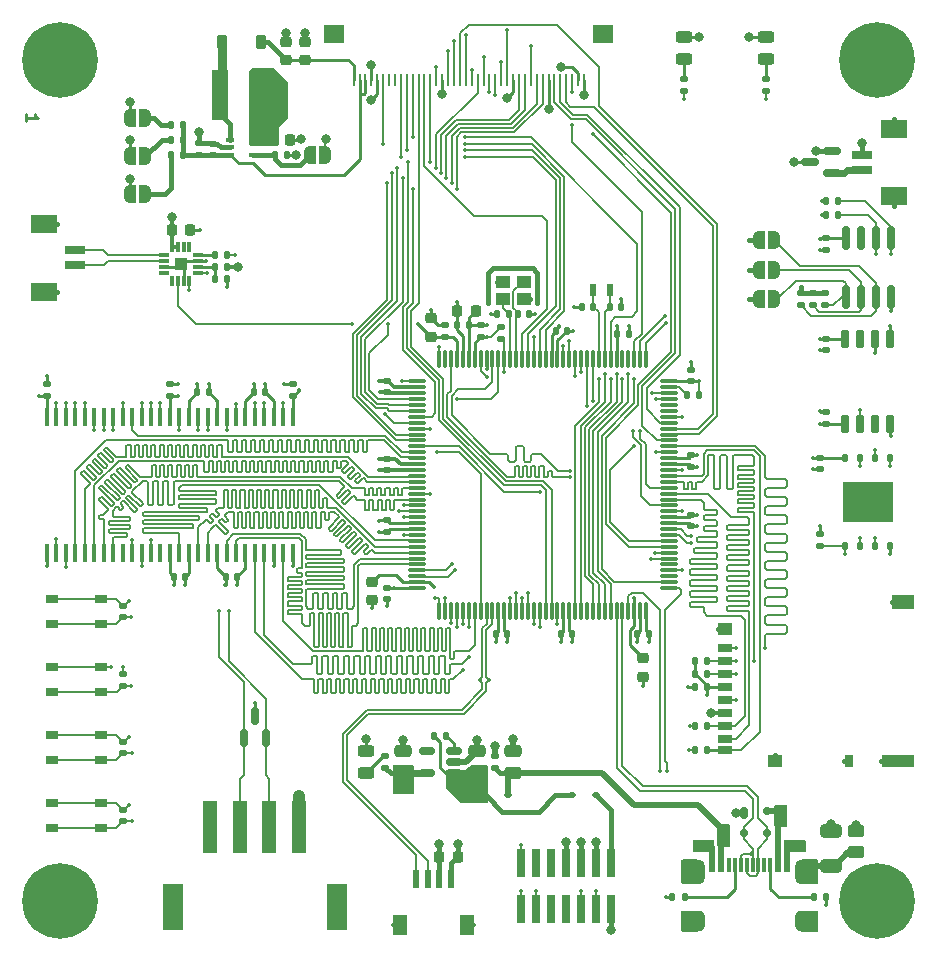
<source format=gbr>
%TF.GenerationSoftware,KiCad,Pcbnew,8.0.1*%
%TF.CreationDate,2024-05-16T14:55:52+07:00*%
%TF.ProjectId,H743_LCD_dev,48373433-5f4c-4434-945f-6465762e6b69,rev?*%
%TF.SameCoordinates,Original*%
%TF.FileFunction,Copper,L1,Top*%
%TF.FilePolarity,Positive*%
%FSLAX46Y46*%
G04 Gerber Fmt 4.6, Leading zero omitted, Abs format (unit mm)*
G04 Created by KiCad (PCBNEW 8.0.1) date 2024-05-16 14:55:52*
%MOMM*%
%LPD*%
G01*
G04 APERTURE LIST*
G04 Aperture macros list*
%AMRoundRect*
0 Rectangle with rounded corners*
0 $1 Rounding radius*
0 $2 $3 $4 $5 $6 $7 $8 $9 X,Y pos of 4 corners*
0 Add a 4 corners polygon primitive as box body*
4,1,4,$2,$3,$4,$5,$6,$7,$8,$9,$2,$3,0*
0 Add four circle primitives for the rounded corners*
1,1,$1+$1,$2,$3*
1,1,$1+$1,$4,$5*
1,1,$1+$1,$6,$7*
1,1,$1+$1,$8,$9*
0 Add four rect primitives between the rounded corners*
20,1,$1+$1,$2,$3,$4,$5,0*
20,1,$1+$1,$4,$5,$6,$7,0*
20,1,$1+$1,$6,$7,$8,$9,0*
20,1,$1+$1,$8,$9,$2,$3,0*%
%AMFreePoly0*
4,1,19,0.500000,-0.750000,0.000000,-0.750000,0.000000,-0.744911,-0.071157,-0.744911,-0.207708,-0.704816,-0.327430,-0.627875,-0.420627,-0.520320,-0.479746,-0.390866,-0.500000,-0.250000,-0.500000,0.250000,-0.479746,0.390866,-0.420627,0.520320,-0.327430,0.627875,-0.207708,0.704816,-0.071157,0.744911,0.000000,0.744911,0.000000,0.750000,0.500000,0.750000,0.500000,-0.750000,0.500000,-0.750000,
$1*%
%AMFreePoly1*
4,1,19,0.000000,0.744911,0.071157,0.744911,0.207708,0.704816,0.327430,0.627875,0.420627,0.520320,0.479746,0.390866,0.500000,0.250000,0.500000,-0.250000,0.479746,-0.390866,0.420627,-0.520320,0.327430,-0.627875,0.207708,-0.704816,0.071157,-0.744911,0.000000,-0.744911,0.000000,-0.750000,-0.500000,-0.750000,-0.500000,0.750000,0.000000,0.750000,0.000000,0.744911,0.000000,0.744911,
$1*%
G04 Aperture macros list end*
%ADD10C,0.250000*%
%TA.AperFunction,NonConductor*%
%ADD11C,0.250000*%
%TD*%
%TA.AperFunction,SMDPad,CuDef*%
%ADD12RoundRect,0.150000X0.587500X0.150000X-0.587500X0.150000X-0.587500X-0.150000X0.587500X-0.150000X0*%
%TD*%
%TA.AperFunction,SMDPad,CuDef*%
%ADD13RoundRect,0.225000X-0.225000X-0.250000X0.225000X-0.250000X0.225000X0.250000X-0.225000X0.250000X0*%
%TD*%
%TA.AperFunction,SMDPad,CuDef*%
%ADD14R,1.400000X4.200000*%
%TD*%
%TA.AperFunction,ComponentPad*%
%ADD15C,0.800000*%
%TD*%
%TA.AperFunction,ComponentPad*%
%ADD16C,6.400000*%
%TD*%
%TA.AperFunction,SMDPad,CuDef*%
%ADD17RoundRect,0.140000X0.140000X0.170000X-0.140000X0.170000X-0.140000X-0.170000X0.140000X-0.170000X0*%
%TD*%
%TA.AperFunction,SMDPad,CuDef*%
%ADD18RoundRect,0.250000X0.650000X-0.325000X0.650000X0.325000X-0.650000X0.325000X-0.650000X-0.325000X0*%
%TD*%
%TA.AperFunction,SMDPad,CuDef*%
%ADD19RoundRect,0.135000X0.135000X0.185000X-0.135000X0.185000X-0.135000X-0.185000X0.135000X-0.185000X0*%
%TD*%
%TA.AperFunction,SMDPad,CuDef*%
%ADD20RoundRect,0.135000X0.185000X-0.135000X0.185000X0.135000X-0.185000X0.135000X-0.185000X-0.135000X0*%
%TD*%
%TA.AperFunction,SMDPad,CuDef*%
%ADD21RoundRect,0.140000X0.170000X-0.140000X0.170000X0.140000X-0.170000X0.140000X-0.170000X-0.140000X0*%
%TD*%
%TA.AperFunction,SMDPad,CuDef*%
%ADD22RoundRect,0.135000X-0.185000X0.135000X-0.185000X-0.135000X0.185000X-0.135000X0.185000X0.135000X0*%
%TD*%
%TA.AperFunction,SMDPad,CuDef*%
%ADD23R,0.600000X1.550000*%
%TD*%
%TA.AperFunction,SMDPad,CuDef*%
%ADD24R,1.200000X1.800000*%
%TD*%
%TA.AperFunction,SMDPad,CuDef*%
%ADD25R,1.200000X0.700000*%
%TD*%
%TA.AperFunction,SMDPad,CuDef*%
%ADD26R,0.800000X1.000000*%
%TD*%
%TA.AperFunction,SMDPad,CuDef*%
%ADD27R,1.200000X1.000000*%
%TD*%
%TA.AperFunction,SMDPad,CuDef*%
%ADD28R,2.800000X1.000000*%
%TD*%
%TA.AperFunction,SMDPad,CuDef*%
%ADD29R,1.900000X1.300000*%
%TD*%
%TA.AperFunction,SMDPad,CuDef*%
%ADD30RoundRect,0.140000X-0.140000X-0.170000X0.140000X-0.170000X0.140000X0.170000X-0.140000X0.170000X0*%
%TD*%
%TA.AperFunction,SMDPad,CuDef*%
%ADD31R,0.600000X1.100000*%
%TD*%
%TA.AperFunction,SMDPad,CuDef*%
%ADD32RoundRect,0.150000X0.512500X0.150000X-0.512500X0.150000X-0.512500X-0.150000X0.512500X-0.150000X0*%
%TD*%
%TA.AperFunction,SMDPad,CuDef*%
%ADD33RoundRect,0.135000X-0.135000X-0.185000X0.135000X-0.185000X0.135000X0.185000X-0.135000X0.185000X0*%
%TD*%
%TA.AperFunction,SMDPad,CuDef*%
%ADD34R,0.740000X2.400000*%
%TD*%
%TA.AperFunction,SMDPad,CuDef*%
%ADD35RoundRect,0.243750X-0.456250X0.243750X-0.456250X-0.243750X0.456250X-0.243750X0.456250X0.243750X0*%
%TD*%
%TA.AperFunction,SMDPad,CuDef*%
%ADD36RoundRect,0.150000X0.150000X-0.825000X0.150000X0.825000X-0.150000X0.825000X-0.150000X-0.825000X0*%
%TD*%
%TA.AperFunction,SMDPad,CuDef*%
%ADD37RoundRect,0.140000X-0.170000X0.140000X-0.170000X-0.140000X0.170000X-0.140000X0.170000X0.140000X0*%
%TD*%
%TA.AperFunction,SMDPad,CuDef*%
%ADD38RoundRect,0.250000X0.475000X-0.250000X0.475000X0.250000X-0.475000X0.250000X-0.475000X-0.250000X0*%
%TD*%
%TA.AperFunction,SMDPad,CuDef*%
%ADD39FreePoly0,180.000000*%
%TD*%
%TA.AperFunction,SMDPad,CuDef*%
%ADD40FreePoly1,180.000000*%
%TD*%
%TA.AperFunction,SMDPad,CuDef*%
%ADD41RoundRect,0.100000X-0.225000X-0.100000X0.225000X-0.100000X0.225000X0.100000X-0.225000X0.100000X0*%
%TD*%
%TA.AperFunction,SMDPad,CuDef*%
%ADD42FreePoly0,0.000000*%
%TD*%
%TA.AperFunction,SMDPad,CuDef*%
%ADD43FreePoly1,0.000000*%
%TD*%
%TA.AperFunction,SMDPad,CuDef*%
%ADD44RoundRect,0.225000X0.250000X-0.225000X0.250000X0.225000X-0.250000X0.225000X-0.250000X-0.225000X0*%
%TD*%
%TA.AperFunction,SMDPad,CuDef*%
%ADD45R,1.050000X0.650000*%
%TD*%
%TA.AperFunction,SMDPad,CuDef*%
%ADD46R,0.458000X1.510000*%
%TD*%
%TA.AperFunction,SMDPad,CuDef*%
%ADD47R,0.600000X1.240000*%
%TD*%
%TA.AperFunction,SMDPad,CuDef*%
%ADD48R,0.300000X1.240000*%
%TD*%
%TA.AperFunction,ComponentPad*%
%ADD49O,1.000000X2.100000*%
%TD*%
%TA.AperFunction,ComponentPad*%
%ADD50O,1.000000X1.800000*%
%TD*%
%TA.AperFunction,SMDPad,CuDef*%
%ADD51RoundRect,0.112500X-0.187500X-0.112500X0.187500X-0.112500X0.187500X0.112500X-0.187500X0.112500X0*%
%TD*%
%TA.AperFunction,SMDPad,CuDef*%
%ADD52R,1.150000X1.000000*%
%TD*%
%TA.AperFunction,SMDPad,CuDef*%
%ADD53RoundRect,0.150000X0.150000X-0.587500X0.150000X0.587500X-0.150000X0.587500X-0.150000X-0.587500X0*%
%TD*%
%TA.AperFunction,SMDPad,CuDef*%
%ADD54R,1.800000X0.700000*%
%TD*%
%TA.AperFunction,SMDPad,CuDef*%
%ADD55R,2.200000X1.600000*%
%TD*%
%TA.AperFunction,SMDPad,CuDef*%
%ADD56RoundRect,0.018900X0.411100X0.116100X-0.411100X0.116100X-0.411100X-0.116100X0.411100X-0.116100X0*%
%TD*%
%TA.AperFunction,SMDPad,CuDef*%
%ADD57RoundRect,0.018900X-0.116100X0.411100X-0.116100X-0.411100X0.116100X-0.411100X0.116100X0.411100X0*%
%TD*%
%TA.AperFunction,SMDPad,CuDef*%
%ADD58RoundRect,0.018900X-0.411100X-0.116100X0.411100X-0.116100X0.411100X0.116100X-0.411100X0.116100X0*%
%TD*%
%TA.AperFunction,SMDPad,CuDef*%
%ADD59RoundRect,0.018900X0.116100X-0.411100X0.116100X0.411100X-0.116100X0.411100X-0.116100X-0.411100X0*%
%TD*%
%TA.AperFunction,SMDPad,CuDef*%
%ADD60R,1.100000X1.100000*%
%TD*%
%TA.AperFunction,SMDPad,CuDef*%
%ADD61RoundRect,0.250000X0.450000X-0.262500X0.450000X0.262500X-0.450000X0.262500X-0.450000X-0.262500X0*%
%TD*%
%TA.AperFunction,SMDPad,CuDef*%
%ADD62RoundRect,0.225000X0.225000X0.375000X-0.225000X0.375000X-0.225000X-0.375000X0.225000X-0.375000X0*%
%TD*%
%TA.AperFunction,SMDPad,CuDef*%
%ADD63RoundRect,0.125000X0.125000X-0.200000X0.125000X0.200000X-0.125000X0.200000X-0.125000X-0.200000X0*%
%TD*%
%TA.AperFunction,SMDPad,CuDef*%
%ADD64R,4.300000X3.400000*%
%TD*%
%TA.AperFunction,SMDPad,CuDef*%
%ADD65RoundRect,0.150000X0.150000X-0.650000X0.150000X0.650000X-0.150000X0.650000X-0.150000X-0.650000X0*%
%TD*%
%TA.AperFunction,SMDPad,CuDef*%
%ADD66R,0.250000X1.100000*%
%TD*%
%TA.AperFunction,SMDPad,CuDef*%
%ADD67R,1.700000X1.500000*%
%TD*%
%TA.AperFunction,SMDPad,CuDef*%
%ADD68RoundRect,0.225000X-0.250000X0.225000X-0.250000X-0.225000X0.250000X-0.225000X0.250000X0.225000X0*%
%TD*%
%TA.AperFunction,SMDPad,CuDef*%
%ADD69RoundRect,0.175000X-0.175000X-0.325000X0.175000X-0.325000X0.175000X0.325000X-0.175000X0.325000X0*%
%TD*%
%TA.AperFunction,SMDPad,CuDef*%
%ADD70RoundRect,0.150000X-0.200000X-0.150000X0.200000X-0.150000X0.200000X0.150000X-0.200000X0.150000X0*%
%TD*%
%TA.AperFunction,SMDPad,CuDef*%
%ADD71RoundRect,0.075000X-0.075000X0.662500X-0.075000X-0.662500X0.075000X-0.662500X0.075000X0.662500X0*%
%TD*%
%TA.AperFunction,SMDPad,CuDef*%
%ADD72RoundRect,0.075000X-0.662500X0.075000X-0.662500X-0.075000X0.662500X-0.075000X0.662500X0.075000X0*%
%TD*%
%TA.AperFunction,SMDPad,CuDef*%
%ADD73R,1.300000X4.500000*%
%TD*%
%TA.AperFunction,SMDPad,CuDef*%
%ADD74R,1.800000X3.900000*%
%TD*%
%TA.AperFunction,ViaPad*%
%ADD75C,0.800000*%
%TD*%
%TA.AperFunction,ViaPad*%
%ADD76C,0.350000*%
%TD*%
%TA.AperFunction,Conductor*%
%ADD77C,0.500000*%
%TD*%
%TA.AperFunction,Conductor*%
%ADD78C,0.600000*%
%TD*%
%TA.AperFunction,Conductor*%
%ADD79C,0.400000*%
%TD*%
%TA.AperFunction,Conductor*%
%ADD80C,0.250000*%
%TD*%
%TA.AperFunction,Conductor*%
%ADD81C,0.150000*%
%TD*%
%TA.AperFunction,Conductor*%
%ADD82C,0.800000*%
%TD*%
%TA.AperFunction,Conductor*%
%ADD83C,0.300000*%
%TD*%
%TA.AperFunction,Conductor*%
%ADD84C,1.000000*%
%TD*%
%TA.AperFunction,Conductor*%
%ADD85C,0.200000*%
%TD*%
G04 APERTURE END LIST*
D10*
D11*
X106713780Y-56882577D02*
X106713780Y-56311149D01*
X106713780Y-56596863D02*
X107713780Y-56596863D01*
X107713780Y-56596863D02*
X107570923Y-56501625D01*
X107570923Y-56501625D02*
X107475685Y-56406387D01*
X107475685Y-56406387D02*
X107428066Y-56311149D01*
D12*
%TO.P,D7,1*%
%TO.N,VB*%
X174952900Y-61316150D03*
%TO.P,D7,2*%
%TO.N,+3V3*%
X174952900Y-59416150D03*
%TO.P,D7,3*%
%TO.N,VBAT*%
X173077900Y-60366150D03*
%TD*%
D13*
%TO.P,C50,1*%
%TO.N,+3V3*%
X141710100Y-119176800D03*
%TO.P,C50,2*%
%TO.N,GND*%
X143260100Y-119176800D03*
%TD*%
D14*
%TO.P,L2,1*%
%TO.N,VDD*%
X126807800Y-54690800D03*
%TO.P,L2,2*%
%TO.N,Net-(D8-A)*%
X123107800Y-54690800D03*
%TD*%
D15*
%TO.P,H3,1,1*%
%TO.N,GND*%
X181197300Y-122941100D03*
X180494356Y-124638156D03*
X180494356Y-121244044D03*
X178797300Y-125341100D03*
D16*
X178797300Y-122941100D03*
D15*
X178797300Y-120541100D03*
X177100244Y-124638156D03*
X177100244Y-121244044D03*
X176397300Y-122941100D03*
%TD*%
D17*
%TO.P,C40,1*%
%TO.N,/MCU/XOUT*%
X147575100Y-73185700D03*
%TO.P,C40,2*%
%TO.N,GND*%
X146615100Y-73185700D03*
%TD*%
D18*
%TO.P,C43,1*%
%TO.N,/MCU/SHIELD*%
X174879000Y-119915200D03*
%TO.P,C43,2*%
%TO.N,GND*%
X174879000Y-116965200D03*
%TD*%
D19*
%TO.P,R19,1*%
%TO.N,+3V3*%
X163679600Y-80111600D03*
%TO.P,R19,2*%
%TO.N,Net-(U4-PDR_ON)*%
X162659600Y-80111600D03*
%TD*%
D20*
%TO.P,R31,1*%
%TO.N,Net-(JP6-A)*%
X173329600Y-72493600D03*
%TO.P,R31,2*%
%TO.N,GND*%
X173329600Y-71473600D03*
%TD*%
D21*
%TO.P,C28,1*%
%TO.N,/MCU/BTN1*%
X114960400Y-116177000D03*
%TO.P,C28,2*%
%TO.N,GND*%
X114960400Y-115217000D03*
%TD*%
D22*
%TO.P,R1,1*%
%TO.N,+3V3*%
X174472600Y-81485800D03*
%TO.P,R1,2*%
%TO.N,/MCU/~{SPI_CS}*%
X174472600Y-82505800D03*
%TD*%
D15*
%TO.P,H4,1,1*%
%TO.N,GND*%
X111997300Y-122941100D03*
X111294356Y-124638156D03*
X111294356Y-121244044D03*
X109597300Y-125341100D03*
D16*
X109597300Y-122941100D03*
D15*
X109597300Y-120541100D03*
X107900244Y-124638156D03*
X107900244Y-121244044D03*
X107197300Y-122941100D03*
%TD*%
D23*
%TO.P,J5,1,1*%
%TO.N,/IO/STEMMA_SCL*%
X139710100Y-121063000D03*
%TO.P,J5,2,2*%
%TO.N,/IO/STEMMA_SDA*%
X140710100Y-121063000D03*
%TO.P,J5,3,3*%
%TO.N,+3V3*%
X141710100Y-121063000D03*
%TO.P,J5,4,4*%
%TO.N,GND*%
X142710100Y-121063000D03*
D24*
%TO.P,J5,S1,SHIELD*%
X138410100Y-124938000D03*
%TO.P,J5,S2,SHIELD*%
X144010100Y-124938000D03*
%TD*%
D19*
%TO.P,R15,1*%
%TO.N,VDD*%
X123758503Y-69225900D03*
%TO.P,R15,2*%
%TO.N,/Audio/GAIN_SLOT*%
X122738503Y-69225900D03*
%TD*%
D20*
%TO.P,R23,1*%
%TO.N,/MCU/LED_0*%
X169353866Y-54358000D03*
%TO.P,R23,2*%
%TO.N,Net-(D5-A)*%
X169353866Y-53338000D03*
%TD*%
D25*
%TO.P,J1,1,DAT2*%
%TO.N,/MCU/SD_DAT2*%
X165862000Y-101475000D03*
%TO.P,J1,2,DAT3/CD*%
%TO.N,/MCU/SD_DAT3*%
X165862000Y-102575000D03*
%TO.P,J1,3,CMD*%
%TO.N,/MCU/SD_CMD*%
X165862000Y-103675000D03*
%TO.P,J1,4,VDD*%
%TO.N,+3V3*%
X165862000Y-104775000D03*
%TO.P,J1,5,CLK*%
%TO.N,/MCU/SD_CLK*%
X165862000Y-105875000D03*
%TO.P,J1,6,VSS*%
%TO.N,GND*%
X165862000Y-106975000D03*
%TO.P,J1,7,DAT0*%
%TO.N,/MCU/SD_DAT0*%
X165862000Y-108075000D03*
%TO.P,J1,8,DAT1*%
%TO.N,/MCU/SD_DAT1*%
X165862000Y-109175000D03*
%TO.P,J1,9,DET_B*%
%TO.N,/MCU/PG13*%
X165862000Y-110125000D03*
D26*
%TO.P,J1,10,DET_A*%
%TO.N,GND*%
X176362000Y-111075000D03*
D27*
%TO.P,J1,11,SHIELD*%
X170162000Y-111075000D03*
D28*
X180512000Y-111075000D03*
D27*
X165862000Y-99925000D03*
D29*
X180962000Y-97575000D03*
%TD*%
D30*
%TO.P,C10,1*%
%TO.N,+3V3*%
X151539000Y-74650600D03*
%TO.P,C10,2*%
%TO.N,GND*%
X152499000Y-74650600D03*
%TD*%
D21*
%TO.P,C27,1*%
%TO.N,/MCU/BTN0*%
X114960400Y-110419667D03*
%TO.P,C27,2*%
%TO.N,GND*%
X114960400Y-109459667D03*
%TD*%
D31*
%TO.P,Y2,1,1*%
%TO.N,/MCU/OSC32_OUT*%
X154737700Y-71215200D03*
%TO.P,Y2,2,2*%
%TO.N,/MCU/OSC32_IN*%
X156137700Y-71215200D03*
%TD*%
D32*
%TO.P,U8,1,IN*%
%TO.N,VDD*%
X142921300Y-112081600D03*
%TO.P,U8,2,GND*%
%TO.N,GND*%
X142921300Y-111131600D03*
%TO.P,U8,3,EN*%
%TO.N,Net-(U8-EN)*%
X142921300Y-110181600D03*
%TO.P,U8,4,NC*%
%TO.N,unconnected-(U8-NC-Pad4)*%
X140646300Y-110181600D03*
%TO.P,U8,5,OUT*%
%TO.N,+3V3*%
X140646300Y-112081600D03*
%TD*%
D33*
%TO.P,R16,1*%
%TO.N,/Audio/GAIN_SLOT*%
X122738503Y-70232501D03*
%TO.P,R16,2*%
%TO.N,GND*%
X123758503Y-70232501D03*
%TD*%
D34*
%TO.P,J7,1,Pin_1*%
%TO.N,Net-(D10-A)*%
X156235400Y-119735600D03*
%TO.P,J7,2,Pin_2*%
%TO.N,GND*%
X156235400Y-123635600D03*
%TO.P,J7,3,Pin_3*%
%TO.N,+3V3*%
X154965400Y-119735600D03*
%TO.P,J7,4,Pin_4*%
%TO.N,/IO/SWDIO*%
X154965400Y-123635600D03*
%TO.P,J7,5,Pin_5*%
%TO.N,GND*%
X153695400Y-119735600D03*
%TO.P,J7,6,Pin_6*%
%TO.N,/IO/SWCLK*%
X153695400Y-123635600D03*
%TO.P,J7,7,Pin_7*%
%TO.N,GND*%
X152425400Y-119735600D03*
%TO.P,J7,8,Pin_8*%
%TO.N,unconnected-(J7-Pin_8-Pad8)*%
X152425400Y-123635600D03*
%TO.P,J7,9,Pin_9*%
%TO.N,unconnected-(J7-Pin_9-Pad9)*%
X151155400Y-119735600D03*
%TO.P,J7,10,Pin_10*%
%TO.N,unconnected-(J7-Pin_10-Pad10)*%
X151155400Y-123635600D03*
%TO.P,J7,11,Pin_11*%
%TO.N,unconnected-(J7-Pin_11-Pad11)*%
X149885400Y-119735600D03*
%TO.P,J7,12,Pin_12*%
%TO.N,/IO/NRST*%
X149885400Y-123635600D03*
%TO.P,J7,13,Pin_13*%
%TO.N,/IO/USART1_RX*%
X148615400Y-119735600D03*
%TO.P,J7,14,Pin_14*%
%TO.N,/IO/USART1_TX*%
X148615400Y-123635600D03*
%TD*%
D35*
%TO.P,D4,1,K*%
%TO.N,GND*%
X135483700Y-110214100D03*
%TO.P,D4,2,A*%
%TO.N,Net-(D4-A)*%
X135483700Y-112089100D03*
%TD*%
D20*
%TO.P,R22,1*%
%TO.N,VBUS*%
X146439600Y-111641600D03*
%TO.P,R22,2*%
%TO.N,GND*%
X146439600Y-110621600D03*
%TD*%
D36*
%TO.P,U7,1,A0*%
%TO.N,Net-(JP7-A)*%
X176146000Y-71766200D03*
%TO.P,U7,2,A1*%
%TO.N,Net-(JP6-A)*%
X177416000Y-71766200D03*
%TO.P,U7,3,A2*%
%TO.N,Net-(JP5-A)*%
X178686000Y-71766200D03*
%TO.P,U7,4,GND*%
%TO.N,GND*%
X179956000Y-71766200D03*
%TO.P,U7,5,SDA*%
%TO.N,/IO/STEMMA_SCL*%
X179956000Y-66816200D03*
%TO.P,U7,6,SCL*%
%TO.N,/IO/STEMMA_SDA*%
X178686000Y-66816200D03*
%TO.P,U7,7,WP*%
%TO.N,unconnected-(U7-WP-Pad7)*%
X177416000Y-66816200D03*
%TO.P,U7,8,VCC*%
%TO.N,+3V3*%
X176146000Y-66816200D03*
%TD*%
D37*
%TO.P,C8,1*%
%TO.N,+3V3*%
X163042600Y-90194400D03*
%TO.P,C8,2*%
%TO.N,GND*%
X163042600Y-91154400D03*
%TD*%
D19*
%TO.P,R28,1*%
%TO.N,/LCD/LED_K*%
X120015000Y-57215640D03*
%TO.P,R28,2*%
%TO.N,Net-(JP3-B)*%
X118995000Y-57215640D03*
%TD*%
D38*
%TO.P,C44,1*%
%TO.N,+3V3*%
X138665900Y-112081600D03*
%TO.P,C44,2*%
%TO.N,GND*%
X138665900Y-110181600D03*
%TD*%
D21*
%TO.P,C14,1*%
%TO.N,+3V3*%
X137312400Y-79857600D03*
%TO.P,C14,2*%
%TO.N,GND*%
X137312400Y-78897600D03*
%TD*%
D20*
%TO.P,R25,1*%
%TO.N,/LCD/LED_K*%
X121320440Y-59745400D03*
%TO.P,R25,2*%
%TO.N,GND*%
X121320440Y-58725400D03*
%TD*%
D17*
%TO.P,C5,1*%
%TO.N,+3V3*%
X147433800Y-100326200D03*
%TO.P,C5,2*%
%TO.N,GND*%
X146473800Y-100326200D03*
%TD*%
D39*
%TO.P,JP5,1,A*%
%TO.N,Net-(JP5-A)*%
X170078400Y-66954400D03*
D40*
%TO.P,JP5,2,B*%
%TO.N,+3V3*%
X168778400Y-66954400D03*
%TD*%
D21*
%TO.P,C2,1*%
%TO.N,+3V3*%
X118887100Y-80138600D03*
%TO.P,C2,2*%
%TO.N,GND*%
X118887100Y-79178600D03*
%TD*%
D17*
%TO.P,C38,1*%
%TO.N,+3V3*%
X124567100Y-95478600D03*
%TO.P,C38,2*%
%TO.N,GND*%
X123607100Y-95478600D03*
%TD*%
D13*
%TO.P,C23,1*%
%TO.N,VDD*%
X119046500Y-66117701D03*
%TO.P,C23,2*%
%TO.N,GND*%
X120596500Y-66117701D03*
%TD*%
D19*
%TO.P,R14,1*%
%TO.N,/MCU/I2S_SD_MODE*%
X123758503Y-68225900D03*
%TO.P,R14,2*%
%TO.N,Net-(U6-~{SD_MODE})*%
X122738503Y-68225900D03*
%TD*%
D21*
%TO.P,C15,1*%
%TO.N,+3V3*%
X137302100Y-86424400D03*
%TO.P,C15,2*%
%TO.N,GND*%
X137302100Y-85464400D03*
%TD*%
D41*
%TO.P,U5,1,SW*%
%TO.N,Net-(D8-A)*%
X124007800Y-58445400D03*
%TO.P,U5,2,GND*%
%TO.N,GND*%
X124007800Y-59095400D03*
%TO.P,U5,3,FB*%
%TO.N,/LCD/LED_K*%
X124007800Y-59745400D03*
%TO.P,U5,4,CTRL*%
%TO.N,Net-(JP4-B)*%
X125907800Y-59745400D03*
%TO.P,U5,5,VIN*%
%TO.N,VDD*%
X125907800Y-58445400D03*
%TD*%
D21*
%TO.P,C9,1*%
%TO.N,+3V3*%
X145203800Y-75130600D03*
%TO.P,C9,2*%
%TO.N,GND*%
X145203800Y-74170600D03*
%TD*%
D42*
%TO.P,JP3,1,A*%
%TO.N,GND*%
X115504200Y-56624100D03*
D43*
%TO.P,JP3,2,B*%
%TO.N,Net-(JP3-B)*%
X116804200Y-56624100D03*
%TD*%
D17*
%TO.P,C7,1*%
%TO.N,+3V3*%
X159433800Y-100326200D03*
%TO.P,C7,2*%
%TO.N,GND*%
X158473800Y-100326200D03*
%TD*%
D30*
%TO.P,C39,1*%
%TO.N,/MCU/XIN*%
X148365100Y-73185700D03*
%TO.P,C39,2*%
%TO.N,GND*%
X149325100Y-73185700D03*
%TD*%
D37*
%TO.P,C13,1*%
%TO.N,+3V3*%
X163042600Y-85194400D03*
%TO.P,C13,2*%
%TO.N,GND*%
X163042600Y-86154400D03*
%TD*%
D21*
%TO.P,C12,1*%
%TO.N,+3V3*%
X163042600Y-78924400D03*
%TO.P,C12,2*%
%TO.N,GND*%
X163042600Y-77964400D03*
%TD*%
%TO.P,C1,1*%
%TO.N,+3V3*%
X108487100Y-80138600D03*
%TO.P,C1,2*%
%TO.N,GND*%
X108487100Y-79178600D03*
%TD*%
D44*
%TO.P,C46,1*%
%TO.N,/LCD/LED_A*%
X130352800Y-51722800D03*
%TO.P,C46,2*%
%TO.N,GND*%
X130352800Y-50172800D03*
%TD*%
D21*
%TO.P,C49,1*%
%TO.N,/LCD/LED_K*%
X122574120Y-59745400D03*
%TO.P,C49,2*%
%TO.N,GND*%
X122574120Y-58785400D03*
%TD*%
D19*
%TO.P,R12,1*%
%TO.N,GND*%
X174425300Y-122581900D03*
%TO.P,R12,2*%
%TO.N,Net-(J4-CC2)*%
X173405300Y-122581900D03*
%TD*%
%TO.P,R29,1*%
%TO.N,+3V3*%
X128771400Y-59745400D03*
%TO.P,R29,2*%
%TO.N,Net-(JP4-B)*%
X127751400Y-59745400D03*
%TD*%
D45*
%TO.P,SW3,1,1*%
%TO.N,/MCU/BTN0*%
X113030000Y-111014667D03*
X108880000Y-111014667D03*
%TO.P,SW3,2,2*%
%TO.N,GND*%
X113030000Y-108864667D03*
X108880000Y-108864667D03*
%TD*%
D38*
%TO.P,C45,1*%
%TO.N,VBUS*%
X147977500Y-112081600D03*
%TO.P,C45,2*%
%TO.N,GND*%
X147977500Y-110181600D03*
%TD*%
D46*
%TO.P,U2,1,VDD*%
%TO.N,+3V3*%
X129287100Y-81924400D03*
%TO.P,U2,2,DQ0*%
%TO.N,/MCU/SDRAM_DQ0*%
X128487100Y-81924400D03*
%TO.P,U2,3,VDDQ*%
%TO.N,+3V3*%
X127687100Y-81924400D03*
%TO.P,U2,4,DQ1*%
%TO.N,/MCU/SDRAM_DQ1*%
X126887100Y-81924400D03*
%TO.P,U2,5,DQ2*%
%TO.N,/MCU/SDRAM_DQ2*%
X126087100Y-81924400D03*
%TO.P,U2,6,GNDQ*%
%TO.N,GND*%
X125287100Y-81924400D03*
%TO.P,U2,7,DQ3*%
%TO.N,/MCU/SDRAM_DQ3*%
X124487100Y-81924400D03*
%TO.P,U2,8,DQ4*%
%TO.N,/MCU/SDRAM_DQ4*%
X123687100Y-81924400D03*
%TO.P,U2,9,VDDQ*%
%TO.N,+3V3*%
X122887100Y-81924400D03*
%TO.P,U2,10,DQ5*%
%TO.N,/MCU/SDRAM_DQ5*%
X122087100Y-81924400D03*
%TO.P,U2,11,DQ6*%
%TO.N,/MCU/SDRAM_DQ6*%
X121287100Y-81924400D03*
%TO.P,U2,12,GNDQ*%
%TO.N,GND*%
X120487100Y-81924400D03*
%TO.P,U2,13,DQ7*%
%TO.N,/MCU/SDRAM_DQ7*%
X119687100Y-81924400D03*
%TO.P,U2,14,VDD*%
%TO.N,+3V3*%
X118887100Y-81924400D03*
%TO.P,U2,15,LDQM*%
%TO.N,/MCU/PE0*%
X118087100Y-81924400D03*
%TO.P,U2,16,~{WE}*%
%TO.N,/MCU/PC0*%
X117287100Y-81924400D03*
%TO.P,U2,17,~{CAS}*%
%TO.N,/MCU/PG15*%
X116487100Y-81924400D03*
%TO.P,U2,18,~{RAS}*%
%TO.N,/MCU/PF11*%
X115687100Y-81924400D03*
%TO.P,U2,19,~{CS}*%
%TO.N,/MCU/PC4*%
X114887100Y-81924400D03*
%TO.P,U2,20,BA0*%
%TO.N,/MCU/PG4*%
X114087100Y-81924400D03*
%TO.P,U2,21,BA1*%
%TO.N,/MCU/PG5*%
X113287100Y-81924400D03*
%TO.P,U2,22,A10*%
%TO.N,/MCU/SDRAM_ADD10*%
X112487100Y-81924400D03*
%TO.P,U2,23,A0*%
%TO.N,/MCU/SDRAM_ADD0*%
X111687100Y-81924400D03*
%TO.P,U2,24,A1*%
%TO.N,/MCU/SDRAM_ADD1*%
X110887100Y-81924400D03*
%TO.P,U2,25,A2*%
%TO.N,/MCU/SDRAM_ADD2*%
X110087100Y-81924400D03*
%TO.P,U2,26,A3*%
%TO.N,/MCU/SDRAM_ADD3*%
X109287100Y-81924400D03*
%TO.P,U2,27,VDD*%
%TO.N,+3V3*%
X108487100Y-81924400D03*
%TO.P,U2,28,GND*%
%TO.N,GND*%
X108487100Y-93424400D03*
%TO.P,U2,29,A4*%
%TO.N,/MCU/SDRAM_ADD4*%
X109287100Y-93424400D03*
%TO.P,U2,30,A5*%
%TO.N,/MCU/SDRAM_ADD5*%
X110087100Y-93424400D03*
%TO.P,U2,31,A6*%
%TO.N,/MCU/SDRAM_ADD6*%
X110887100Y-93424400D03*
%TO.P,U2,32,A7*%
%TO.N,/MCU/SDRAM_ADD7*%
X111687100Y-93424400D03*
%TO.P,U2,33,A8*%
%TO.N,/MCU/SDRAM_ADD8*%
X112487100Y-93424400D03*
%TO.P,U2,34,A9*%
%TO.N,/MCU/SDRAM_ADD9*%
X113287100Y-93424400D03*
%TO.P,U2,35,A11*%
%TO.N,/MCU/SDRAM_ADD11*%
X114087100Y-93424400D03*
%TO.P,U2,36,NC*%
%TO.N,unconnected-(U2-NC-Pad36)*%
X114887100Y-93424400D03*
%TO.P,U2,37,CKE*%
%TO.N,/MCU/PC5*%
X115687100Y-93424400D03*
%TO.P,U2,38,CLK*%
%TO.N,/MCU/PG8*%
X116487100Y-93424400D03*
%TO.P,U2,39,UDQM*%
%TO.N,/MCU/PE1*%
X117287100Y-93424400D03*
%TO.P,U2,40,NC*%
%TO.N,unconnected-(U2-NC-Pad40)*%
X118087100Y-93424400D03*
%TO.P,U2,41,GND*%
%TO.N,GND*%
X118887100Y-93424400D03*
%TO.P,U2,42,DQ8*%
%TO.N,/MCU/SDRAM_DQ8*%
X119687100Y-93424400D03*
%TO.P,U2,43,VDDQ*%
%TO.N,+3V3*%
X120487100Y-93424400D03*
%TO.P,U2,44,DQ9*%
%TO.N,/MCU/SDRAM_DQ9*%
X121287100Y-93424400D03*
%TO.P,U2,45,DQ10*%
%TO.N,/MCU/SDRAM_DQ10*%
X122087100Y-93424400D03*
%TO.P,U2,46,GNDQ*%
%TO.N,GND*%
X122887100Y-93424400D03*
%TO.P,U2,47,DQ11*%
%TO.N,/MCU/SDRAM_DQ11*%
X123687100Y-93424400D03*
%TO.P,U2,48,DQ12*%
%TO.N,/MCU/SDRAM_DQ12*%
X124487100Y-93424400D03*
%TO.P,U2,49,VDDQ*%
%TO.N,+3V3*%
X125287100Y-93424400D03*
%TO.P,U2,50,DQ13*%
%TO.N,/MCU/SDRAM_DQ13*%
X126087100Y-93424400D03*
%TO.P,U2,51,DQ14*%
%TO.N,/MCU/SDRAM_DQ14*%
X126887100Y-93424400D03*
%TO.P,U2,52,GNDQ*%
%TO.N,GND*%
X127687100Y-93424400D03*
%TO.P,U2,53,DQ15*%
%TO.N,/MCU/SDRAM_DQ15*%
X128487100Y-93424400D03*
%TO.P,U2,54,GND*%
%TO.N,GND*%
X129287100Y-93424400D03*
%TD*%
D47*
%TO.P,J4,A1,GND*%
%TO.N,GND*%
X164771700Y-119826900D03*
%TO.P,J4,A4,VBUS*%
%TO.N,VBUS*%
X165571700Y-119826900D03*
D48*
%TO.P,J4,A5,CC1*%
%TO.N,Net-(J4-CC1)*%
X166721700Y-119826900D03*
%TO.P,J4,A6,D+*%
%TO.N,/MCU/USB_D+*%
X167721700Y-119826900D03*
%TO.P,J4,A7,D-*%
%TO.N,/MCU/USB_D-*%
X168221700Y-119826900D03*
%TO.P,J4,A8,SBU1*%
%TO.N,unconnected-(J4-SBU1-PadA8)*%
X169221700Y-119826900D03*
D47*
%TO.P,J4,A9,VBUS*%
%TO.N,VBUS*%
X170371700Y-119826900D03*
%TO.P,J4,A12,GND*%
%TO.N,GND*%
X171171700Y-119826900D03*
%TO.P,J4,B1,GND*%
X171171700Y-119826900D03*
%TO.P,J4,B4,VBUS*%
%TO.N,VBUS*%
X170371700Y-119826900D03*
D48*
%TO.P,J4,B5,CC2*%
%TO.N,Net-(J4-CC2)*%
X169721700Y-119826900D03*
%TO.P,J4,B6,D+*%
%TO.N,/MCU/USB_D+*%
X168721700Y-119826900D03*
%TO.P,J4,B7,D-*%
%TO.N,/MCU/USB_D-*%
X167221700Y-119826900D03*
%TO.P,J4,B8,SBU2*%
%TO.N,unconnected-(J4-SBU2-PadB8)*%
X166221700Y-119826900D03*
D47*
%TO.P,J4,B9,VBUS*%
%TO.N,VBUS*%
X165571700Y-119826900D03*
%TO.P,J4,B12,GND*%
%TO.N,GND*%
X164771700Y-119826900D03*
D49*
%TO.P,J4,S1,SHIELD*%
%TO.N,/MCU/SHIELD*%
X163651700Y-120426900D03*
D50*
X163651700Y-124626900D03*
D49*
X172291700Y-120426900D03*
D50*
X172291700Y-124626900D03*
%TD*%
D17*
%TO.P,C37,1*%
%TO.N,+3V3*%
X120167100Y-95478600D03*
%TO.P,C37,2*%
%TO.N,GND*%
X119207100Y-95478600D03*
%TD*%
%TO.P,C3,1*%
%TO.N,+3V3*%
X122167100Y-79857600D03*
%TO.P,C3,2*%
%TO.N,GND*%
X121207100Y-79857600D03*
%TD*%
D51*
%TO.P,D10,1,K*%
%TO.N,VDD*%
X152899400Y-113976400D03*
%TO.P,D10,2,A*%
%TO.N,Net-(D10-A)*%
X154999400Y-113976400D03*
%TD*%
D35*
%TO.P,D6,1,K*%
%TO.N,GND*%
X162382200Y-49786300D03*
%TO.P,D6,2,A*%
%TO.N,Net-(D6-A)*%
X162382200Y-51661300D03*
%TD*%
D13*
%TO.P,C26,1*%
%TO.N,+3V3*%
X143233200Y-72923400D03*
%TO.P,C26,2*%
%TO.N,GND*%
X144783200Y-72923400D03*
%TD*%
D45*
%TO.P,SW1,1,1*%
%TO.N,/IO/NRST*%
X113030000Y-99500000D03*
X108880000Y-99500000D03*
%TO.P,SW1,2,2*%
%TO.N,GND*%
X113030000Y-97350000D03*
X108880000Y-97350000D03*
%TD*%
D52*
%TO.P,Y1,1,1*%
%TO.N,/MCU/XOUT*%
X147095100Y-71915200D03*
%TO.P,Y1,2,2*%
%TO.N,GND*%
X148845100Y-71915200D03*
%TO.P,Y1,3,3*%
%TO.N,/MCU/XIN*%
X148845100Y-70515200D03*
%TO.P,Y1,4,4*%
%TO.N,GND*%
X147095100Y-70515200D03*
%TD*%
D22*
%TO.P,R2,1*%
%TO.N,+3V3*%
X173913800Y-91870400D03*
%TO.P,R2,2*%
%TO.N,/MCU/~{NOR_CS}*%
X173913800Y-92890400D03*
%TD*%
D15*
%TO.P,H1,1,1*%
%TO.N,GND*%
X111997300Y-51741100D03*
X111294356Y-53438156D03*
X111294356Y-50044044D03*
X109597300Y-54141100D03*
D16*
X109597300Y-51741100D03*
D15*
X109597300Y-49341100D03*
X107900244Y-53438156D03*
X107900244Y-50044044D03*
X107197300Y-51741100D03*
%TD*%
D53*
%TO.P,D9,1,K*%
%TO.N,/IO/USART2_RX*%
X125135600Y-109141500D03*
%TO.P,D9,2,K*%
%TO.N,/IO/USART2_TX*%
X127035600Y-109141500D03*
%TO.P,D9,3,A*%
%TO.N,GND*%
X126085600Y-107266500D03*
%TD*%
D45*
%TO.P,SW4,1,1*%
%TO.N,/MCU/BTN1*%
X113030000Y-116772000D03*
X108880000Y-116772000D03*
%TO.P,SW4,2,2*%
%TO.N,GND*%
X113030000Y-114622000D03*
X108880000Y-114622000D03*
%TD*%
D22*
%TO.P,R17,1*%
%TO.N,+3V3*%
X146913600Y-74318400D03*
%TO.P,R17,2*%
%TO.N,/IO/NRST*%
X146913600Y-75338400D03*
%TD*%
D19*
%TO.P,R26,1*%
%TO.N,/LCD/LED_K*%
X120015000Y-59740800D03*
%TO.P,R26,2*%
%TO.N,Net-(JP1-B)*%
X118995000Y-59740800D03*
%TD*%
D20*
%TO.P,R21,1*%
%TO.N,+3V3*%
X137129300Y-111641600D03*
%TO.P,R21,2*%
%TO.N,Net-(D4-A)*%
X137129300Y-110621600D03*
%TD*%
D33*
%TO.P,R8,1*%
%TO.N,+3V3*%
X163345400Y-103675000D03*
%TO.P,R8,2*%
%TO.N,/MCU/SD_CMD*%
X164365400Y-103675000D03*
%TD*%
D21*
%TO.P,C4,1*%
%TO.N,+3V3*%
X142189200Y-75130600D03*
%TO.P,C4,2*%
%TO.N,GND*%
X142189200Y-74170600D03*
%TD*%
D54*
%TO.P,J6,1,Pin_1*%
%TO.N,VB*%
X177497800Y-61016150D03*
%TO.P,J6,2,Pin_2*%
%TO.N,GND*%
X177497800Y-59766150D03*
D55*
%TO.P,J6,MP,MountPin*%
X180197800Y-63266150D03*
X180197800Y-57516150D03*
%TD*%
D42*
%TO.P,JP2,1,A*%
%TO.N,GND*%
X115504200Y-59858850D03*
D43*
%TO.P,JP2,2,B*%
%TO.N,Net-(JP2-B)*%
X116804200Y-59858850D03*
%TD*%
D56*
%TO.P,U6,1,DIN*%
%TO.N,/MCU/I2S_SDO*%
X121231500Y-69725900D03*
%TO.P,U6,2,GAIN_SLOT*%
%TO.N,/Audio/GAIN_SLOT*%
X121231500Y-69225900D03*
%TO.P,U6,3,GND*%
%TO.N,GND*%
X121231500Y-68725900D03*
%TO.P,U6,4,~{SD_MODE}*%
%TO.N,Net-(U6-~{SD_MODE})*%
X121231500Y-68225900D03*
D57*
%TO.P,U6,5*%
%TO.N,N/C*%
X120546500Y-67540900D03*
%TO.P,U6,6*%
X120046500Y-67540900D03*
%TO.P,U6,7,VDD*%
%TO.N,VDD*%
X119546500Y-67540900D03*
%TO.P,U6,8,VDD*%
X119046500Y-67540900D03*
D58*
%TO.P,U6,9,OUTP*%
%TO.N,/Audio/SPK+*%
X118361500Y-68225900D03*
%TO.P,U6,10,OUTN*%
%TO.N,/Audio/SPK-*%
X118361500Y-68725900D03*
%TO.P,U6,11,GND*%
%TO.N,GND*%
X118361500Y-69225900D03*
%TO.P,U6,12*%
%TO.N,N/C*%
X118361500Y-69725900D03*
D59*
%TO.P,U6,13*%
X119046500Y-70410900D03*
%TO.P,U6,14,LRCLK*%
%TO.N,/MCU/I2S_WS*%
X119546500Y-70410900D03*
%TO.P,U6,15,GND*%
%TO.N,GND*%
X120046500Y-70410900D03*
%TO.P,U6,16,BCLK*%
%TO.N,/MCU/I2S_CK*%
X120546500Y-70410900D03*
D60*
%TO.P,U6,17,EP*%
%TO.N,GND*%
X119796500Y-68975900D03*
%TD*%
D17*
%TO.P,C41,1*%
%TO.N,/MCU/OSC32_OUT*%
X154737700Y-72612200D03*
%TO.P,C41,2*%
%TO.N,GND*%
X153777700Y-72612200D03*
%TD*%
D33*
%TO.P,R20,1*%
%TO.N,VDD*%
X141273800Y-108921800D03*
%TO.P,R20,2*%
%TO.N,Net-(U8-EN)*%
X142293800Y-108921800D03*
%TD*%
D30*
%TO.P,C25,1*%
%TO.N,+3V3*%
X143233200Y-74168000D03*
%TO.P,C25,2*%
%TO.N,GND*%
X144193200Y-74168000D03*
%TD*%
D37*
%TO.P,C21,1*%
%TO.N,+3V3*%
X173913800Y-85390400D03*
%TO.P,C21,2*%
%TO.N,GND*%
X173913800Y-86350400D03*
%TD*%
D44*
%TO.P,C19,1*%
%TO.N,+3V3*%
X140970000Y-75130600D03*
%TO.P,C19,2*%
%TO.N,GND*%
X140970000Y-73580600D03*
%TD*%
D33*
%TO.P,R7,1*%
%TO.N,+3V3*%
X163345400Y-108075000D03*
%TO.P,R7,2*%
%TO.N,/MCU/SD_DAT0*%
X164365400Y-108075000D03*
%TD*%
D20*
%TO.P,R30,1*%
%TO.N,Net-(JP7-A)*%
X174371000Y-72493600D03*
%TO.P,R30,2*%
%TO.N,GND*%
X174371000Y-71473600D03*
%TD*%
D61*
%TO.P,R13,1*%
%TO.N,/MCU/SHIELD*%
X176987200Y-118790200D03*
%TO.P,R13,2*%
%TO.N,GND*%
X176987200Y-116965200D03*
%TD*%
D20*
%TO.P,R32,1*%
%TO.N,Net-(JP5-A)*%
X172288200Y-72493600D03*
%TO.P,R32,2*%
%TO.N,GND*%
X172288200Y-71473600D03*
%TD*%
D33*
%TO.P,R9,1*%
%TO.N,+3V3*%
X163345400Y-102575000D03*
%TO.P,R9,2*%
%TO.N,/MCU/SD_DAT3*%
X164365400Y-102575000D03*
%TD*%
D62*
%TO.P,D8,1,K*%
%TO.N,/LCD/LED_A*%
X126620900Y-50172800D03*
%TO.P,D8,2,A*%
%TO.N,Net-(D8-A)*%
X123320900Y-50172800D03*
%TD*%
D19*
%TO.P,R10,1*%
%TO.N,/MCU/PG13*%
X164365400Y-110109000D03*
%TO.P,R10,2*%
%TO.N,+3V3*%
X163345400Y-110109000D03*
%TD*%
D63*
%TO.P,U1,1,~{CS}*%
%TO.N,/MCU/~{NOR_CS}*%
X176081000Y-92890400D03*
%TO.P,U1,2,DO(IO1)*%
%TO.N,/MCU/NOR_D1*%
X177351000Y-92890400D03*
%TO.P,U1,3,IO2*%
%TO.N,/MCU/NOR_D2*%
X178621000Y-92890400D03*
%TO.P,U1,4,GND*%
%TO.N,GND*%
X179891000Y-92890400D03*
%TO.P,U1,5,DI(IO0)*%
%TO.N,/MCU/NOR_D0*%
X179891000Y-85390400D03*
%TO.P,U1,6,CLK*%
%TO.N,/MCU/NOR_CLK*%
X178621000Y-85390400D03*
%TO.P,U1,7,IO3*%
%TO.N,/MCU/NOR_D3*%
X177351000Y-85390400D03*
%TO.P,U1,8,VCC*%
%TO.N,+3V3*%
X176081000Y-85390400D03*
D64*
%TO.P,U1,9,EP*%
%TO.N,GND*%
X177986000Y-89140400D03*
%TD*%
D65*
%TO.P,U9,1,~{CS}*%
%TO.N,/MCU/~{SPI_CS}*%
X176081000Y-82505800D03*
%TO.P,U9,2,DO(IO1)*%
%TO.N,/MCU/SPI_MISO*%
X177351000Y-82505800D03*
%TO.P,U9,3,IO2*%
%TO.N,unconnected-(U9-IO2-Pad3)*%
X178621000Y-82505800D03*
%TO.P,U9,4,GND*%
%TO.N,GND*%
X179891000Y-82505800D03*
%TO.P,U9,5,DI(IO0)*%
%TO.N,/MCU/SPI_MOSI*%
X179891000Y-75305800D03*
%TO.P,U9,6,CLK*%
%TO.N,/MCU/SPI_CLK*%
X178621000Y-75305800D03*
%TO.P,U9,7,IO3*%
%TO.N,unconnected-(U9-IO3-Pad7)*%
X177351000Y-75305800D03*
%TO.P,U9,8,VCC*%
%TO.N,+3V3*%
X176081000Y-75305800D03*
%TD*%
D17*
%TO.P,C6,1*%
%TO.N,+3V3*%
X152933800Y-100326200D03*
%TO.P,C6,2*%
%TO.N,GND*%
X151973800Y-100326200D03*
%TD*%
D39*
%TO.P,JP4,1,A*%
%TO.N,/LCD/LCD_BLK*%
X132059400Y-59773000D03*
D40*
%TO.P,JP4,2,B*%
%TO.N,Net-(JP4-B)*%
X130759400Y-59773000D03*
%TD*%
D66*
%TO.P,J2,1*%
%TO.N,GND*%
X153947300Y-53421500D03*
%TO.P,J2,2*%
%TO.N,+3V3*%
X153447300Y-53421500D03*
%TO.P,J2,3*%
%TO.N,/LCD/LCD_TP_RST*%
X152947300Y-53421500D03*
%TO.P,J2,4*%
%TO.N,/LCD/LCD_TP_SCL*%
X152447300Y-53421500D03*
%TO.P,J2,5*%
%TO.N,/LCD/LCD_TP_SDA*%
X151947300Y-53421500D03*
%TO.P,J2,6*%
%TO.N,/LCD/LCD_TP_INT*%
X151447300Y-53421500D03*
%TO.P,J2,7*%
%TO.N,GND*%
X150947300Y-53421500D03*
%TO.P,J2,8*%
%TO.N,/LCD/LCD_R7*%
X150447300Y-53421500D03*
%TO.P,J2,9*%
%TO.N,/LCD/LCD_R6*%
X149947300Y-53421500D03*
%TO.P,J2,10*%
%TO.N,/LCD/LCD_R5*%
X149447300Y-53421500D03*
%TO.P,J2,11*%
%TO.N,/LCD/LCD_R4*%
X148947300Y-53421500D03*
%TO.P,J2,12*%
%TO.N,/LCD/LCD_R3*%
X148447300Y-53421500D03*
%TO.P,J2,13*%
%TO.N,GND*%
X147947300Y-53421500D03*
%TO.P,J2,14*%
%TO.N,/LCD/LCD_G7*%
X147447300Y-53421500D03*
%TO.P,J2,15*%
%TO.N,/LCD/LCD_G6*%
X146947300Y-53421500D03*
%TO.P,J2,16*%
%TO.N,/LCD/LCD_G5*%
X146447300Y-53421500D03*
%TO.P,J2,17*%
%TO.N,/LCD/LCD_G4*%
X145947300Y-53421500D03*
%TO.P,J2,18*%
%TO.N,/LCD/LCD_G3*%
X145447300Y-53421500D03*
%TO.P,J2,19*%
%TO.N,/LCD/LCD_G2*%
X144947300Y-53421500D03*
%TO.P,J2,20*%
%TO.N,/LCD/LCD_B7*%
X144447300Y-53421500D03*
%TO.P,J2,21*%
%TO.N,/LCD/LCD_B6*%
X143947300Y-53421500D03*
%TO.P,J2,22*%
%TO.N,/LCD/LCD_B5*%
X143447300Y-53421500D03*
%TO.P,J2,23*%
%TO.N,/LCD/LCD_B4*%
X142947300Y-53421500D03*
%TO.P,J2,24*%
%TO.N,/LCD/LCD_B3*%
X142447300Y-53421500D03*
%TO.P,J2,25*%
%TO.N,GND*%
X141947300Y-53421500D03*
%TO.P,J2,26*%
%TO.N,/LCD/HSYNC*%
X141447300Y-53421500D03*
%TO.P,J2,27*%
%TO.N,/LCD/VSYNC*%
X140947300Y-53421500D03*
%TO.P,J2,28*%
%TO.N,/LCD/LCD_DE*%
X140447300Y-53421500D03*
%TO.P,J2,29*%
%TO.N,/LCD/LCD_CLK*%
X139947300Y-53421500D03*
%TO.P,J2,30*%
%TO.N,/LCD/LCD_SPI_CS*%
X139447300Y-53421500D03*
%TO.P,J2,31*%
%TO.N,/LCD/LCD_SPI_CLK*%
X138947300Y-53421500D03*
%TO.P,J2,32*%
%TO.N,/LCD/LCD_SPI_DAT*%
X138447300Y-53421500D03*
%TO.P,J2,33*%
%TO.N,unconnected-(J2-Pad33)*%
X137947300Y-53421500D03*
%TO.P,J2,34*%
%TO.N,unconnected-(J2-Pad34)*%
X137447300Y-53421500D03*
%TO.P,J2,35*%
%TO.N,/LCD/LCD_RESET*%
X136947300Y-53421500D03*
%TO.P,J2,36*%
%TO.N,+3V3*%
X136447300Y-53421500D03*
%TO.P,J2,37*%
%TO.N,GND*%
X135947300Y-53421500D03*
%TO.P,J2,38*%
%TO.N,/LCD/LED_K*%
X135447300Y-53421500D03*
%TO.P,J2,39*%
X134947300Y-53421500D03*
%TO.P,J2,40*%
%TO.N,/LCD/LED_A*%
X134447300Y-53421500D03*
D67*
%TO.P,J2,41*%
%TO.N,N/C*%
X155597300Y-49521500D03*
%TO.P,J2,42*%
X132797300Y-49521500D03*
%TD*%
D33*
%TO.P,R11,1*%
%TO.N,GND*%
X161441900Y-122581900D03*
%TO.P,R11,2*%
%TO.N,Net-(J4-CC1)*%
X162461900Y-122581900D03*
%TD*%
%TO.P,R6,1*%
%TO.N,+3V3*%
X174472600Y-64846200D03*
%TO.P,R6,2*%
%TO.N,/IO/STEMMA_SDA*%
X175492600Y-64846200D03*
%TD*%
D39*
%TO.P,JP7,1,A*%
%TO.N,Net-(JP7-A)*%
X170078400Y-71983600D03*
D40*
%TO.P,JP7,2,B*%
%TO.N,+3V3*%
X168778400Y-71983600D03*
%TD*%
D44*
%TO.P,C47,1*%
%TO.N,/LCD/LED_A*%
X128752600Y-51722800D03*
%TO.P,C47,2*%
%TO.N,GND*%
X128752600Y-50172800D03*
%TD*%
D19*
%TO.P,R27,1*%
%TO.N,/LCD/LED_K*%
X120015000Y-58478220D03*
%TO.P,R27,2*%
%TO.N,Net-(JP2-B)*%
X118995000Y-58478220D03*
%TD*%
D33*
%TO.P,R5,1*%
%TO.N,+3V3*%
X174472600Y-63627000D03*
%TO.P,R5,2*%
%TO.N,/IO/STEMMA_SCL*%
X175492600Y-63627000D03*
%TD*%
D37*
%TO.P,C22,1*%
%TO.N,+3V3*%
X174472600Y-75305800D03*
%TO.P,C22,2*%
%TO.N,GND*%
X174472600Y-76265800D03*
%TD*%
D21*
%TO.P,C24,1*%
%TO.N,/IO/NRST*%
X114960400Y-98905000D03*
%TO.P,C24,2*%
%TO.N,GND*%
X114960400Y-97945000D03*
%TD*%
D30*
%TO.P,C11,1*%
%TO.N,VBAT*%
X156771400Y-74879200D03*
%TO.P,C11,2*%
%TO.N,GND*%
X157731400Y-74879200D03*
%TD*%
D20*
%TO.P,R18,1*%
%TO.N,/MCU/BOOT0*%
X114960400Y-104699000D03*
%TO.P,R18,2*%
%TO.N,GND*%
X114960400Y-103679000D03*
%TD*%
D38*
%TO.P,C30,1*%
%TO.N,VDD*%
X144901700Y-112081600D03*
%TO.P,C30,2*%
%TO.N,GND*%
X144901700Y-110181600D03*
%TD*%
D21*
%TO.P,C29,1*%
%TO.N,+3V3*%
X129287100Y-80138600D03*
%TO.P,C29,2*%
%TO.N,GND*%
X129287100Y-79178600D03*
%TD*%
D15*
%TO.P,H2,1,1*%
%TO.N,GND*%
X181197300Y-51741100D03*
X180494356Y-53438156D03*
X180494356Y-50044044D03*
X178797300Y-54141100D03*
D16*
X178797300Y-51741100D03*
D15*
X178797300Y-49341100D03*
X177100244Y-53438156D03*
X177100244Y-50044044D03*
X176397300Y-51741100D03*
%TD*%
D68*
%TO.P,C34,1*%
%TO.N,Net-(C34-Pad1)*%
X136017000Y-95924400D03*
%TO.P,C34,2*%
%TO.N,GND*%
X136017000Y-97474400D03*
%TD*%
D30*
%TO.P,C42,1*%
%TO.N,/MCU/OSC32_IN*%
X156137700Y-72612200D03*
%TO.P,C42,2*%
%TO.N,GND*%
X157097700Y-72612200D03*
%TD*%
D51*
%TO.P,D3,1,K*%
%TO.N,VDD*%
X145412100Y-113976400D03*
%TO.P,D3,2,A*%
%TO.N,VBUS*%
X147512100Y-113976400D03*
%TD*%
D17*
%TO.P,C18,1*%
%TO.N,+3V3*%
X164335400Y-104775000D03*
%TO.P,C18,2*%
%TO.N,GND*%
X163375400Y-104775000D03*
%TD*%
%TO.P,C36,1*%
%TO.N,+3V3*%
X126967100Y-79857600D03*
%TO.P,C36,2*%
%TO.N,GND*%
X126007100Y-79857600D03*
%TD*%
D54*
%TO.P,J8,1,Pin_1*%
%TO.N,/Audio/SPK+*%
X110893900Y-67831500D03*
%TO.P,J8,2,Pin_2*%
%TO.N,/Audio/SPK-*%
X110893900Y-69081500D03*
D55*
%TO.P,J8,MP,MountPin*%
%TO.N,GND*%
X108193900Y-65581500D03*
X108193900Y-71331500D03*
%TD*%
D37*
%TO.P,C20,1*%
%TO.N,+3V3*%
X174472600Y-66816200D03*
%TO.P,C20,2*%
%TO.N,GND*%
X174472600Y-67776200D03*
%TD*%
%TO.P,C17,1*%
%TO.N,+3V3*%
X137302100Y-96424400D03*
%TO.P,C17,2*%
%TO.N,GND*%
X137302100Y-97384400D03*
%TD*%
D21*
%TO.P,C16,1*%
%TO.N,+3V3*%
X137302100Y-91654400D03*
%TO.P,C16,2*%
%TO.N,GND*%
X137302100Y-90694400D03*
%TD*%
D20*
%TO.P,R24,1*%
%TO.N,/MCU/LED_1*%
X162382200Y-54358000D03*
%TO.P,R24,2*%
%TO.N,Net-(D6-A)*%
X162382200Y-53338000D03*
%TD*%
D42*
%TO.P,JP1,1,A*%
%TO.N,GND*%
X115504200Y-63093600D03*
D43*
%TO.P,JP1,2,B*%
%TO.N,Net-(JP1-B)*%
X116804200Y-63093600D03*
%TD*%
D69*
%TO.P,D2,1,GND*%
%TO.N,GND*%
X167471700Y-115481900D03*
D70*
%TO.P,D2,2,I/O1*%
%TO.N,/MCU/USB_D-*%
X167471700Y-117181900D03*
%TO.P,D2,3,I/O2*%
%TO.N,/MCU/USB_D+*%
X169471700Y-117181900D03*
%TO.P,D2,4,VCC*%
%TO.N,VBUS*%
X169471700Y-115281900D03*
%TD*%
D35*
%TO.P,D5,1,K*%
%TO.N,GND*%
X169353866Y-49786300D03*
%TO.P,D5,2,A*%
%TO.N,Net-(D5-A)*%
X169353866Y-51661300D03*
%TD*%
D71*
%TO.P,U4,1,PE2*%
%TO.N,/MCU/LED_0*%
X159203800Y-77011900D03*
%TO.P,U4,2,PE3*%
%TO.N,/MCU/LED_1*%
X158703800Y-77011900D03*
%TO.P,U4,3,PE4*%
%TO.N,/LCD/LCD_TP_RST*%
X158203800Y-77011900D03*
%TO.P,U4,4,PE5*%
%TO.N,/MCU/PE5*%
X157703800Y-77011900D03*
%TO.P,U4,5,PE6*%
%TO.N,/MCU/PE6*%
X157203800Y-77011900D03*
%TO.P,U4,6,VBAT*%
%TO.N,VBAT*%
X156703800Y-77011900D03*
%TO.P,U4,7,PC13*%
%TO.N,/LCD/LCD_SPI_CS*%
X156203800Y-77011900D03*
%TO.P,U4,8,PC14*%
%TO.N,/MCU/OSC32_IN*%
X155703800Y-77011900D03*
%TO.P,U4,9,PC15*%
%TO.N,/MCU/OSC32_OUT*%
X155203800Y-77011900D03*
%TO.P,U4,10,PF0*%
%TO.N,/MCU/SDRAM_ADD0*%
X154703800Y-77011900D03*
%TO.P,U4,11,PF1*%
%TO.N,/MCU/SDRAM_ADD1*%
X154203800Y-77011900D03*
%TO.P,U4,12,PF2*%
%TO.N,/MCU/SDRAM_ADD2*%
X153703800Y-77011900D03*
%TO.P,U4,13,PF3*%
%TO.N,/MCU/SDRAM_ADD3*%
X153203800Y-77011900D03*
%TO.P,U4,14,PF4*%
%TO.N,/MCU/SDRAM_ADD4*%
X152703800Y-77011900D03*
%TO.P,U4,15,PF5*%
%TO.N,/MCU/SDRAM_ADD5*%
X152203800Y-77011900D03*
%TO.P,U4,16,VSS*%
%TO.N,GND*%
X151703800Y-77011900D03*
%TO.P,U4,17,VDD*%
%TO.N,+3V3*%
X151203800Y-77011900D03*
%TO.P,U4,18,PF6*%
%TO.N,/LCD/LCD_RESET*%
X150703800Y-77011900D03*
%TO.P,U4,19,PF7*%
%TO.N,/LCD/LCD_SPI_CLK*%
X150203800Y-77011900D03*
%TO.P,U4,20,PF8*%
%TO.N,/LCD/LCD_BLK*%
X149703800Y-77011900D03*
%TO.P,U4,21,PF9*%
%TO.N,/LCD/LCD_SPI_DAT*%
X149203800Y-77011900D03*
%TO.P,U4,22,PF10*%
%TO.N,/LCD/LCD_DE*%
X148703800Y-77011900D03*
%TO.P,U4,23,PH0*%
%TO.N,/MCU/XIN*%
X148203800Y-77011900D03*
%TO.P,U4,24,PH1*%
%TO.N,/MCU/XOUT*%
X147703800Y-77011900D03*
%TO.P,U4,25,NRST*%
%TO.N,/IO/NRST*%
X147203800Y-77011900D03*
%TO.P,U4,26,PC0*%
%TO.N,/MCU/PC0*%
X146703800Y-77011900D03*
%TO.P,U4,27,PC1*%
%TO.N,/MCU/SD_CLK*%
X146203800Y-77011900D03*
%TO.P,U4,28,PC2_C*%
%TO.N,/MCU/SPI_MISO*%
X145703800Y-77011900D03*
%TO.P,U4,29,PC3_C*%
%TO.N,/MCU/SPI_MOSI*%
X145203800Y-77011900D03*
%TO.P,U4,30,VDD*%
%TO.N,+3V3*%
X144703800Y-77011900D03*
%TO.P,U4,31,VSSA*%
%TO.N,GND*%
X144203800Y-77011900D03*
%TO.P,U4,32,VREF+*%
%TO.N,+3V3*%
X143703800Y-77011900D03*
%TO.P,U4,33,VDDA*%
X143203800Y-77011900D03*
%TO.P,U4,34,PA0*%
%TO.N,/MCU/SD_CMD*%
X142703800Y-77011900D03*
%TO.P,U4,35,PA1*%
%TO.N,/MCU/PA1*%
X142203800Y-77011900D03*
%TO.P,U4,36,PA2*%
%TO.N,/IO/USART2_TX*%
X141703800Y-77011900D03*
D72*
%TO.P,U4,37,PA3*%
%TO.N,/IO/USART2_RX*%
X139791300Y-78924400D03*
%TO.P,U4,38,VSS*%
%TO.N,GND*%
X139791300Y-79424400D03*
%TO.P,U4,39,VDD*%
%TO.N,+3V3*%
X139791300Y-79924400D03*
%TO.P,U4,40,PA4*%
%TO.N,/MCU/I2S_WS*%
X139791300Y-80424400D03*
%TO.P,U4,41,PA5*%
%TO.N,/LCD/LCD_R4*%
X139791300Y-80924400D03*
%TO.P,U4,42,PA6*%
%TO.N,/LCD/LCD_G2*%
X139791300Y-81424400D03*
%TO.P,U4,43,PA7*%
%TO.N,/LCD/VSYNC*%
X139791300Y-81924400D03*
%TO.P,U4,44,PC4*%
%TO.N,/MCU/PC4*%
X139791300Y-82424400D03*
%TO.P,U4,45,PC5*%
%TO.N,/MCU/PC5*%
X139791300Y-82924400D03*
%TO.P,U4,46,PB0*%
%TO.N,/LCD/LCD_R3*%
X139791300Y-83424400D03*
%TO.P,U4,47,PB1*%
%TO.N,/LCD/LCD_R6*%
X139791300Y-83924400D03*
%TO.P,U4,48,PB2*%
%TO.N,/MCU/NOR_CLK*%
X139791300Y-84424400D03*
%TO.P,U4,49,PF11*%
%TO.N,/MCU/PF11*%
X139791300Y-84924400D03*
%TO.P,U4,50,PF12*%
%TO.N,/MCU/SDRAM_ADD6*%
X139791300Y-85424400D03*
%TO.P,U4,51,VSS*%
%TO.N,GND*%
X139791300Y-85924400D03*
%TO.P,U4,52,VDD*%
%TO.N,+3V3*%
X139791300Y-86424400D03*
%TO.P,U4,53,PF13*%
%TO.N,/MCU/SDRAM_ADD7*%
X139791300Y-86924400D03*
%TO.P,U4,54,PF14*%
%TO.N,/MCU/SDRAM_ADD8*%
X139791300Y-87424400D03*
%TO.P,U4,55,PF15*%
%TO.N,/MCU/SDRAM_ADD9*%
X139791300Y-87924400D03*
%TO.P,U4,56,PG0*%
%TO.N,/MCU/SDRAM_ADD10*%
X139791300Y-88424400D03*
%TO.P,U4,57,PG1*%
%TO.N,/MCU/SDRAM_ADD11*%
X139791300Y-88924400D03*
%TO.P,U4,58,PE7*%
%TO.N,/MCU/SDRAM_DQ4*%
X139791300Y-89424400D03*
%TO.P,U4,59,PE8*%
%TO.N,/MCU/SDRAM_DQ5*%
X139791300Y-89924400D03*
%TO.P,U4,60,PE9*%
%TO.N,/MCU/SDRAM_DQ6*%
X139791300Y-90424400D03*
%TO.P,U4,61,VSS*%
%TO.N,GND*%
X139791300Y-90924400D03*
%TO.P,U4,62,VDD*%
%TO.N,+3V3*%
X139791300Y-91424400D03*
%TO.P,U4,63,PE10*%
%TO.N,/MCU/SDRAM_DQ7*%
X139791300Y-91924400D03*
%TO.P,U4,64,PE11*%
%TO.N,/MCU/SDRAM_DQ8*%
X139791300Y-92424400D03*
%TO.P,U4,65,PE12*%
%TO.N,/MCU/SDRAM_DQ9*%
X139791300Y-92924400D03*
%TO.P,U4,66,PE13*%
%TO.N,/MCU/SDRAM_DQ10*%
X139791300Y-93424400D03*
%TO.P,U4,67,PE14*%
%TO.N,/MCU/SDRAM_DQ11*%
X139791300Y-93924400D03*
%TO.P,U4,68,PE15*%
%TO.N,/MCU/SDRAM_DQ12*%
X139791300Y-94424400D03*
%TO.P,U4,69,PB10*%
%TO.N,/LCD/LCD_G4*%
X139791300Y-94924400D03*
%TO.P,U4,70,PB11*%
%TO.N,/LCD/LCD_G5*%
X139791300Y-95424400D03*
%TO.P,U4,71,VCAP*%
%TO.N,Net-(C34-Pad1)*%
X139791300Y-95924400D03*
%TO.P,U4,72,VDD*%
%TO.N,+3V3*%
X139791300Y-96424400D03*
D71*
%TO.P,U4,73,PB12*%
%TO.N,/MCU/~{SPI_CS}*%
X141703800Y-98336900D03*
%TO.P,U4,74,PB13*%
%TO.N,/MCU/SPI_CLK*%
X142203800Y-98336900D03*
%TO.P,U4,75,PB14*%
%TO.N,/IO/USART1_TX*%
X142703800Y-98336900D03*
%TO.P,U4,76,PB15*%
%TO.N,/IO/USART1_RX*%
X143203800Y-98336900D03*
%TO.P,U4,77,PD8*%
%TO.N,/MCU/SDRAM_DQ13*%
X143703800Y-98336900D03*
%TO.P,U4,78,PD9*%
%TO.N,/MCU/SDRAM_DQ14*%
X144203800Y-98336900D03*
%TO.P,U4,79,PD10*%
%TO.N,/MCU/SDRAM_DQ15*%
X144703800Y-98336900D03*
%TO.P,U4,80,PD11*%
%TO.N,/MCU/I2S_SD_MODE*%
X145203800Y-98336900D03*
%TO.P,U4,81,PD12*%
%TO.N,/IO/STEMMA_SCL*%
X145703800Y-98336900D03*
%TO.P,U4,82,PD13*%
%TO.N,/IO/STEMMA_SDA*%
X146203800Y-98336900D03*
%TO.P,U4,83,VSS*%
%TO.N,GND*%
X146703800Y-98336900D03*
%TO.P,U4,84,VDD*%
%TO.N,+3V3*%
X147203800Y-98336900D03*
%TO.P,U4,85,PD14*%
%TO.N,/MCU/SDRAM_DQ0*%
X147703800Y-98336900D03*
%TO.P,U4,86,PD15*%
%TO.N,/MCU/SDRAM_DQ1*%
X148203800Y-98336900D03*
%TO.P,U4,87,PG2*%
%TO.N,/MCU/BTN0*%
X148703800Y-98336900D03*
%TO.P,U4,88,PG3*%
%TO.N,/MCU/BTN1*%
X149203800Y-98336900D03*
%TO.P,U4,89,PG4*%
%TO.N,/MCU/PG4*%
X149703800Y-98336900D03*
%TO.P,U4,90,PG5*%
%TO.N,/MCU/PG5*%
X150203800Y-98336900D03*
%TO.P,U4,91,PG6*%
%TO.N,/LCD/LCD_R7*%
X150703800Y-98336900D03*
%TO.P,U4,92,PG7*%
%TO.N,/LCD/LCD_CLK*%
X151203800Y-98336900D03*
%TO.P,U4,93,PG8*%
%TO.N,/MCU/PG8*%
X151703800Y-98336900D03*
%TO.P,U4,94,VSS*%
%TO.N,GND*%
X152203800Y-98336900D03*
%TO.P,U4,95,VDD33USB*%
%TO.N,+3V3*%
X152703800Y-98336900D03*
%TO.P,U4,96,PC6*%
%TO.N,/LCD/HSYNC*%
X153203800Y-98336900D03*
%TO.P,U4,97,PC7*%
%TO.N,/LCD/LCD_G6*%
X153703800Y-98336900D03*
%TO.P,U4,98,PC8*%
%TO.N,/MCU/PC8*%
X154203800Y-98336900D03*
%TO.P,U4,99,PC9*%
%TO.N,/LCD/LCD_G3*%
X154703800Y-98336900D03*
%TO.P,U4,100,PA8*%
%TO.N,/LCD/LCD_B3*%
X155203800Y-98336900D03*
%TO.P,U4,101,PA9*%
%TO.N,/LCD/LCD_R5*%
X155703800Y-98336900D03*
%TO.P,U4,102,PA10*%
%TO.N,/LCD/LCD_B4*%
X156203800Y-98336900D03*
%TO.P,U4,103,PA11*%
%TO.N,/MCU/USB_D-*%
X156703800Y-98336900D03*
%TO.P,U4,104,PA12*%
%TO.N,/MCU/USB_D+*%
X157203800Y-98336900D03*
%TO.P,U4,105,PA13(JTMS*%
%TO.N,/IO/SWDIO*%
X157703800Y-98336900D03*
%TO.P,U4,106,VCAP*%
%TO.N,Net-(C34-Pad1)*%
X158203800Y-98336900D03*
%TO.P,U4,107,VSS*%
%TO.N,GND*%
X158703800Y-98336900D03*
%TO.P,U4,108,VDD*%
%TO.N,+3V3*%
X159203800Y-98336900D03*
D72*
%TO.P,U4,109,PA14(JTCK*%
%TO.N,/IO/SWCLK*%
X161116300Y-96424400D03*
%TO.P,U4,110,PA15(JTDI)*%
%TO.N,/LCD/LCD_B6*%
X161116300Y-95924400D03*
%TO.P,U4,111,PC10*%
%TO.N,/MCU/PC10*%
X161116300Y-95424400D03*
%TO.P,U4,112,PC11*%
%TO.N,/MCU/~{NOR_CS}*%
X161116300Y-94924400D03*
%TO.P,U4,113,PC12*%
%TO.N,/MCU/PC12*%
X161116300Y-94424400D03*
%TO.P,U4,114,PD0*%
%TO.N,/MCU/SDRAM_DQ2*%
X161116300Y-93924400D03*
%TO.P,U4,115,PD1*%
%TO.N,/MCU/SDRAM_DQ3*%
X161116300Y-93424400D03*
%TO.P,U4,116,PD2*%
%TO.N,/LCD/LCD_B7*%
X161116300Y-92924400D03*
%TO.P,U4,117,PD3*%
%TO.N,/LCD/LCD_G7*%
X161116300Y-92424400D03*
%TO.P,U4,118,PD4*%
%TO.N,/MCU/NOR_D0*%
X161116300Y-91924400D03*
%TO.P,U4,119,PD5*%
%TO.N,/MCU/NOR_D1*%
X161116300Y-91424400D03*
%TO.P,U4,120,VSS*%
%TO.N,GND*%
X161116300Y-90924400D03*
%TO.P,U4,121,VDD*%
%TO.N,+3V3*%
X161116300Y-90424400D03*
%TO.P,U4,122,PD6*%
%TO.N,/MCU/NOR_D2*%
X161116300Y-89924400D03*
%TO.P,U4,123,PD7*%
%TO.N,/MCU/I2S_SDO*%
X161116300Y-89424400D03*
%TO.P,U4,124,PG9*%
%TO.N,/MCU/SD_DAT0*%
X161116300Y-88924400D03*
%TO.P,U4,125,PG10*%
%TO.N,/MCU/SD_DAT1*%
X161116300Y-88424400D03*
%TO.P,U4,126,PG11*%
%TO.N,/MCU/I2S_CK*%
X161116300Y-87924400D03*
%TO.P,U4,127,PG12*%
%TO.N,/MCU/SD_DAT3*%
X161116300Y-87424400D03*
%TO.P,U4,128,PG13*%
%TO.N,/MCU/PG13*%
X161116300Y-86924400D03*
%TO.P,U4,129,PG14*%
%TO.N,/MCU/NOR_D3*%
X161116300Y-86424400D03*
%TO.P,U4,130,VSS*%
%TO.N,GND*%
X161116300Y-85924400D03*
%TO.P,U4,131,VDD*%
%TO.N,+3V3*%
X161116300Y-85424400D03*
%TO.P,U4,132,PG15*%
%TO.N,/MCU/PG15*%
X161116300Y-84924400D03*
%TO.P,U4,133,PB3(JTDO*%
%TO.N,/MCU/SD_DAT2*%
X161116300Y-84424400D03*
%TO.P,U4,134,PB4(NJTRST)*%
%TO.N,/LCD/LCD_TP_INT*%
X161116300Y-83924400D03*
%TO.P,U4,135,PB5*%
%TO.N,/LCD/LCD_B5*%
X161116300Y-83424400D03*
%TO.P,U4,136,PB6*%
%TO.N,/LCD/LCD_TP_SCL*%
X161116300Y-82924400D03*
%TO.P,U4,137,PB7*%
%TO.N,/LCD/LCD_TP_SDA*%
X161116300Y-82424400D03*
%TO.P,U4,138,BOOT0*%
%TO.N,/MCU/BOOT0*%
X161116300Y-81924400D03*
%TO.P,U4,139,PB8*%
%TO.N,/MCU/PB8*%
X161116300Y-81424400D03*
%TO.P,U4,140,PB9*%
%TO.N,/MCU/PB9*%
X161116300Y-80924400D03*
%TO.P,U4,141,PE0*%
%TO.N,/MCU/PE0*%
X161116300Y-80424400D03*
%TO.P,U4,142,PE1*%
%TO.N,/MCU/PE1*%
X161116300Y-79924400D03*
%TO.P,U4,143,PDR_ON*%
%TO.N,Net-(U4-PDR_ON)*%
X161116300Y-79424400D03*
%TO.P,U4,144,VDD*%
%TO.N,+3V3*%
X161116300Y-78924400D03*
%TD*%
D68*
%TO.P,C35,1*%
%TO.N,Net-(C34-Pad1)*%
X158953200Y-102374400D03*
%TO.P,C35,2*%
%TO.N,GND*%
X158953200Y-103924400D03*
%TD*%
D39*
%TO.P,JP6,1,A*%
%TO.N,Net-(JP6-A)*%
X170078400Y-69469000D03*
D40*
%TO.P,JP6,2,B*%
%TO.N,+3V3*%
X168778400Y-69469000D03*
%TD*%
D45*
%TO.P,SW2,1,1*%
%TO.N,/MCU/BOOT0*%
X113030000Y-105257334D03*
X108880000Y-105257334D03*
%TO.P,SW2,2,2*%
%TO.N,+3V3*%
X113030000Y-103107334D03*
X108880000Y-103107334D03*
%TD*%
D13*
%TO.P,C48,1*%
%TO.N,VDD*%
X127486400Y-58445400D03*
%TO.P,C48,2*%
%TO.N,GND*%
X129036400Y-58445400D03*
%TD*%
D73*
%TO.P,J9,1,Pin_1*%
%TO.N,+5V*%
X122319800Y-116644000D03*
%TO.P,J9,2,Pin_2*%
%TO.N,/IO/USART2_RX*%
X124819800Y-116644000D03*
%TO.P,J9,3,Pin_3*%
%TO.N,/IO/USART2_TX*%
X127319800Y-116644000D03*
%TO.P,J9,4,Pin_4*%
%TO.N,GND*%
X129819800Y-116644000D03*
D74*
%TO.P,J9,MP1*%
%TO.N,N/C*%
X119119800Y-123444000D03*
%TO.P,J9,MP2*%
X133019800Y-123444000D03*
%TD*%
D75*
%TO.N,GND*%
X177497800Y-58775600D03*
%TO.N,+3V3*%
X173634400Y-59416150D03*
%TO.N,VBAT*%
X171754800Y-60366150D03*
%TO.N,GND*%
X143260100Y-118084600D03*
%TO.N,+3V3*%
X141710100Y-118084600D03*
D76*
%TO.N,/LCD/LCD_G7*%
X158177801Y-84366799D03*
%TO.N,/MCU/I2S_SDO*%
X158115000Y-83134200D03*
%TO.N,/MCU/I2S_CK*%
X158704924Y-83141322D03*
%TO.N,/LCD/LCD_B7*%
X144447300Y-52578000D03*
X154717588Y-58007412D03*
D75*
%TO.N,VDD*%
X128295400Y-56438800D03*
X128295400Y-55118000D03*
X128295400Y-53797200D03*
%TO.N,/LCD/LCD_BLK*%
X132080000Y-58420000D03*
D76*
%TO.N,GND*%
X129286000Y-94538800D03*
X144602200Y-124942600D03*
X123596400Y-96164400D03*
X165277800Y-99923600D03*
D75*
X115493800Y-58521600D03*
D76*
X145846800Y-71005700D03*
X157734000Y-74193400D03*
X149783800Y-73202800D03*
D75*
X129819400Y-113995200D03*
D76*
X136626600Y-85471000D03*
X121945400Y-68725900D03*
X180213000Y-56692800D03*
X174421800Y-123240800D03*
D75*
X176987200Y-116459000D03*
D76*
X179891000Y-93573600D03*
D75*
X174904400Y-116408200D03*
D76*
X146481800Y-101015800D03*
X128574800Y-79171800D03*
X147967700Y-69342000D03*
X126009400Y-79171800D03*
X145846800Y-71647050D03*
D75*
X172213500Y-118289300D03*
D76*
X150012400Y-72288400D03*
X149377400Y-71932800D03*
X147199350Y-69342000D03*
X160909000Y-122580400D03*
X146558000Y-70510400D03*
D75*
X153913085Y-54634000D03*
D76*
X173964600Y-67767200D03*
D75*
X177986000Y-89140400D03*
D76*
X157099000Y-71958200D03*
X180060600Y-97561400D03*
X145846800Y-72288400D03*
X136626600Y-90703400D03*
D75*
X121325600Y-57842600D03*
D76*
X179959000Y-72974200D03*
X163550600Y-91160600D03*
X146431000Y-69342000D03*
X145846800Y-69723000D03*
X180187600Y-64084200D03*
D75*
X129987000Y-58426800D03*
D76*
X153136600Y-72618600D03*
X108483400Y-78486000D03*
X115392200Y-97510600D03*
X146100800Y-73202800D03*
X109296200Y-65582800D03*
D75*
X115519200Y-61747400D03*
X128752600Y-49453800D03*
D76*
X173964600Y-76276200D03*
D75*
X153695400Y-117932200D03*
X152425400Y-117932200D03*
X146439600Y-109760000D03*
D76*
X158953200Y-104673400D03*
D75*
X150947300Y-55878600D03*
D76*
X121208800Y-79171800D03*
D75*
X147447000Y-54938800D03*
D76*
X121412000Y-66116200D03*
D75*
X138667200Y-109302800D03*
D76*
X175971200Y-111074200D03*
X153035000Y-74650600D03*
D75*
X135947300Y-52119400D03*
X167944800Y-49784000D03*
D76*
X114960400Y-103098600D03*
X136626600Y-78892400D03*
D75*
X166854100Y-115495300D03*
D76*
X137795000Y-124942600D03*
X150012400Y-70364350D03*
X172288200Y-70916800D03*
X150012400Y-69723000D03*
X108483400Y-94589600D03*
X127685800Y-94538800D03*
X137312400Y-97942400D03*
X119557800Y-79171800D03*
D75*
X135466800Y-109175800D03*
X130352800Y-49453800D03*
D76*
X148736050Y-69342000D03*
X150012400Y-71005700D03*
D75*
X144890200Y-109252000D03*
D76*
X150012400Y-71647050D03*
X163042600Y-77317600D03*
X149504400Y-69342000D03*
D75*
X164542700Y-118289300D03*
D76*
X170154600Y-110566200D03*
X179120800Y-111099600D03*
X173355000Y-86360000D03*
X151968200Y-101015800D03*
X179908200Y-83515200D03*
X136017000Y-98145600D03*
D75*
X156235400Y-125399800D03*
D76*
X158470600Y-100990400D03*
X126085600Y-106146600D03*
X109296200Y-71323200D03*
X115392200Y-109042200D03*
X163550600Y-86156800D03*
X145846800Y-70364350D03*
D75*
X141947300Y-54608600D03*
D76*
X115392200Y-114782600D03*
X145770600Y-74168000D03*
X162737800Y-104775000D03*
D75*
X115519200Y-55295800D03*
D76*
X140970000Y-72898000D03*
D75*
X163679100Y-118289300D03*
X171349900Y-118289300D03*
X147963600Y-109226600D03*
D76*
X119202200Y-96189800D03*
D75*
X164668200Y-106975000D03*
X163703000Y-49784000D03*
D76*
X123748800Y-70942200D03*
%TO.N,Net-(C34-Pad1)*%
X141224000Y-96316800D03*
X158216600Y-97256600D03*
D75*
%TO.N,VDD*%
X144373600Y-114020600D03*
X124637800Y-69215000D03*
X119049800Y-65024000D03*
X144373600Y-113131600D03*
%TO.N,+3V3*%
X135940800Y-55065800D03*
D76*
X143230600Y-72212200D03*
D75*
X129529800Y-59747600D03*
D76*
X139928600Y-74084400D03*
X107848400Y-80137000D03*
X173355000Y-85394800D03*
X113893600Y-103098600D03*
X173964600Y-66827400D03*
X122174000Y-79171800D03*
D75*
X151968955Y-52271498D03*
D76*
X126974600Y-79171800D03*
X136626600Y-86436200D03*
X136652000Y-79857600D03*
X167894000Y-71983600D03*
D75*
X154965400Y-117932200D03*
D76*
X174066200Y-63627000D03*
X145745200Y-75130600D03*
X167894000Y-69469000D03*
X173964600Y-75311000D03*
X120167400Y-96164400D03*
X124561600Y-96164400D03*
X163703000Y-78917800D03*
X162890200Y-108077000D03*
X164338000Y-105435400D03*
D75*
X138176000Y-113334800D03*
D76*
X173913800Y-91173400D03*
X136626600Y-91668600D03*
D75*
X139090400Y-113334800D03*
D76*
X147421600Y-101015800D03*
X174066200Y-64846200D03*
X167894000Y-66954400D03*
X129859626Y-79642399D03*
X119557800Y-80137000D03*
X163550600Y-85191600D03*
X137871200Y-96424400D03*
X173939200Y-81457800D03*
X163550600Y-90195400D03*
X162864800Y-110134400D03*
X159435800Y-101015800D03*
X152933400Y-101015800D03*
X151815800Y-74269600D03*
%TO.N,/LCD/LCD_SPI_DAT*%
X138447300Y-59916209D03*
X143897300Y-59916209D03*
%TO.N,/MCU/PC0*%
X143194900Y-80410000D03*
X117287100Y-80791000D03*
%TO.N,/LCD/LCD_SPI_CLK*%
X143897300Y-59366206D03*
X138947300Y-59366206D03*
%TO.N,/LCD/LCD_TP_RST*%
X152947300Y-54405400D03*
X152947300Y-57187073D03*
%TO.N,/LCD/LCD_SPI_CS*%
X139447300Y-58266200D03*
X143897300Y-58266200D03*
%TO.N,/LCD/LCD_R4*%
X138597300Y-61716209D03*
X142297300Y-61716209D03*
%TO.N,/LCD/LCD_R5*%
X149447300Y-50533600D03*
X157203800Y-78689200D03*
%TO.N,/LCD/LCD_RESET*%
X143897300Y-58816203D03*
X136947300Y-58816203D03*
%TO.N,/MCU/I2S_WS*%
X137334073Y-74085202D03*
X134289800Y-74084400D03*
%TO.N,/MCU/PC4*%
X114887100Y-80791000D03*
X137073500Y-81674400D03*
%TO.N,/MCU/PC5*%
X115687100Y-92322600D03*
X140908900Y-82924400D03*
%TO.N,/LCD/LCD_G4*%
X145947300Y-54405400D03*
X142774900Y-94424400D03*
%TO.N,/LCD/LCD_G7*%
X147447300Y-49183600D03*
%TO.N,/LCD/LCD_R6*%
X142747300Y-62166209D03*
X137247300Y-62166209D03*
%TO.N,/MCU/I2S_SDO*%
X122047000Y-69725900D03*
%TO.N,/IO/STEMMA_SDA*%
X178686000Y-68173600D03*
X145923000Y-104216200D03*
%TO.N,/IO/STEMMA_SCL*%
X179956000Y-68173600D03*
X145110200Y-104216200D03*
%TO.N,/MCU/PG4*%
X149703800Y-99460000D03*
X114087100Y-83077000D03*
%TO.N,/MCU/PG5*%
X113287100Y-83077000D03*
X150203800Y-99739400D03*
%TO.N,/MCU/PG8*%
X151703800Y-99460000D03*
X116487100Y-94583200D03*
%TO.N,/LCD/LCD_B6*%
X143947300Y-49633600D03*
X158203800Y-78689200D03*
%TO.N,/LCD/HSYNC*%
X155203800Y-78689200D03*
X141447300Y-52322600D03*
%TO.N,/LCD/LCD_B4*%
X142947300Y-50083600D03*
X157703800Y-78282800D03*
%TO.N,/LCD/LCD_G5*%
X142991557Y-94924400D03*
X146447300Y-54710200D03*
%TO.N,/LCD/LCD_B3*%
X156703800Y-78282800D03*
X142447300Y-50983600D03*
%TO.N,/MCU/I2S_SD_MODE*%
X124409200Y-68224400D03*
X141478000Y-84874400D03*
%TO.N,/MCU/I2S_CK*%
X120548400Y-71221600D03*
%TO.N,/MCU/PG15*%
X160009700Y-84924400D03*
X116487100Y-80791000D03*
%TO.N,/MCU/PE0*%
X118087100Y-80791000D03*
X160009700Y-80424400D03*
%TO.N,/MCU/PE1*%
X117287100Y-92322600D03*
X159704900Y-79924400D03*
%TO.N,/LCD/VSYNC*%
X139047300Y-60366209D03*
X140947300Y-60366209D03*
%TO.N,/LCD/LCD_G2*%
X138150600Y-60816209D03*
X141397300Y-60816209D03*
%TO.N,/LCD/LCD_G6*%
X146947300Y-51872600D03*
X155703800Y-78282800D03*
%TO.N,/LCD/LCD_G3*%
X156203800Y-78689200D03*
X145447300Y-51433600D03*
%TO.N,/LCD/LCD_R7*%
X139497300Y-62616209D03*
X143197300Y-62616209D03*
%TO.N,/LCD/LCD_R3*%
X141847300Y-61266209D03*
X137697300Y-61266209D03*
D75*
%TO.N,VBUS*%
X170638700Y-116155700D03*
X170638700Y-115292100D03*
X165812700Y-117832100D03*
X165812700Y-116968500D03*
D76*
%TO.N,/MCU/~{SPI_CS}*%
X141351000Y-97256600D03*
X173939200Y-82499200D03*
%TO.N,/MCU/SPI_CLK*%
X178621000Y-76479400D03*
X142203800Y-97256563D03*
%TO.N,/MCU/SPI_MOSI*%
X145703800Y-78536800D03*
X179891000Y-74193400D03*
%TO.N,/MCU/SPI_MISO*%
X177351000Y-81356200D03*
X145703800Y-77901800D03*
%TO.N,/LCD/LCD_BLK*%
X149703800Y-75184000D03*
%TO.N,/MCU/BOOT0*%
X115620800Y-104698800D03*
X162255200Y-81924400D03*
%TO.N,/MCU/BTN0*%
X115646200Y-110413800D03*
X148703800Y-97224800D03*
%TO.N,/MCU/SD_DAT2*%
X166827200Y-101473000D03*
X169269400Y-101473000D03*
%TO.N,/MCU/BTN1*%
X149203800Y-96843800D03*
X115646200Y-116179600D03*
%TO.N,/IO/NRST*%
X149885400Y-122072400D03*
X115570000Y-98907600D03*
X147218400Y-78105000D03*
%TO.N,/IO/SWCLK*%
X160976403Y-111887000D03*
X153695400Y-122072400D03*
%TO.N,/IO/SWDIO*%
X160426400Y-111887000D03*
X154965400Y-122072400D03*
%TO.N,/MCU/SDRAM_ADD10*%
X112487100Y-83077000D03*
X140908900Y-88424400D03*
%TO.N,/MCU/SDRAM_DQ4*%
X138673700Y-89424400D03*
X123687100Y-83077000D03*
%TO.N,/MCU/SDRAM_DQ2*%
X126087100Y-80791000D03*
X159603300Y-93924400D03*
%TO.N,/MCU/SDRAM_DQ13*%
X143702900Y-103320800D03*
X143703800Y-99460000D03*
%TO.N,/MCU/SDRAM_DQ6*%
X138673700Y-90424400D03*
X121287100Y-83077000D03*
%TO.N,/MCU/SDRAM_ADD0*%
X111687100Y-80791000D03*
X154703800Y-80548793D03*
%TO.N,/MCU/SDRAM_DQ0*%
X147703800Y-97224800D03*
X128487100Y-80791000D03*
%TO.N,/MCU/SDRAM_ADD3*%
X109287100Y-80791000D03*
X153202500Y-78454200D03*
%TO.N,/MCU/SDRAM_DQ5*%
X138318100Y-89924400D03*
X122087100Y-83077000D03*
%TO.N,/MCU/SDRAM_DQ7*%
X119687100Y-83077000D03*
X138673700Y-91924400D03*
%TO.N,/MCU/SDRAM_DQ1*%
X148203800Y-96843800D03*
X126887100Y-80791000D03*
%TO.N,/MCU/SDRAM_DQ3*%
X159984300Y-93424400D03*
X124487100Y-80816400D03*
%TO.N,/MCU/SDRAM_DQ14*%
X144203800Y-99739400D03*
X144203800Y-102216198D03*
%TO.N,/MCU/SDRAM_ADD5*%
X110098700Y-94659400D03*
X152203800Y-75888800D03*
%TO.N,/MCU/SDRAM_ADD2*%
X153685100Y-78124000D03*
X110087100Y-80791000D03*
%TO.N,/MCU/SDRAM_ADD1*%
X154203800Y-81044093D03*
X110887100Y-80791000D03*
%TO.N,/MCU/SDRAM_ADD4*%
X109285900Y-92297200D03*
X152703800Y-75507800D03*
%TO.N,/MCU/SD_DAT3*%
X166827200Y-102575000D03*
X168369400Y-102575000D03*
%TO.N,/MCU/SD_CLK*%
X152753800Y-86470402D03*
X166852600Y-105875000D03*
%TO.N,/MCU/SD_CMD*%
X166827200Y-103675000D03*
X152753800Y-87020400D03*
%TO.N,/MCU/~{NOR_CS}*%
X162229800Y-94919800D03*
X176081000Y-93573600D03*
%TO.N,/MCU/NOR_D3*%
X162229800Y-86424400D03*
X177351000Y-86080600D03*
%TO.N,/MCU/NOR_D2*%
X162229800Y-89916000D03*
X178621000Y-92176600D03*
%TO.N,/MCU/NOR_CLK*%
X178621000Y-84734400D03*
X150241000Y-88252200D03*
%TO.N,/MCU/NOR_D0*%
X163017200Y-92633800D03*
X179891000Y-86080600D03*
%TO.N,/MCU/NOR_D1*%
X177351000Y-92176600D03*
X163042600Y-91973400D03*
%TO.N,/MCU/LED_0*%
X169353866Y-54991000D03*
X160877786Y-73984386D03*
%TO.N,/MCU/LED_1*%
X162382200Y-54991000D03*
X160851000Y-73355200D03*
%TO.N,VBAT*%
X156768800Y-74193400D03*
%TO.N,/IO/USART1_RX*%
X143205200Y-99745800D03*
X148615400Y-118160800D03*
%TO.N,/IO/USART1_TX*%
X142706617Y-99415412D03*
X148615400Y-122047000D03*
%TO.N,/IO/USART2_RX*%
X123063000Y-98374200D03*
X138582400Y-78899400D03*
%TO.N,/IO/USART2_TX*%
X141706600Y-75971400D03*
X123875800Y-98374200D03*
%TD*%
D77*
%TO.N,VBUS*%
X147512100Y-113976400D02*
X147512100Y-112547000D01*
X147512100Y-112547000D02*
X147977500Y-112081600D01*
D78*
%TO.N,+3V3*%
X140646300Y-112081600D02*
X138665900Y-112081600D01*
D79*
%TO.N,GND*%
X177497800Y-58775600D02*
X177497800Y-59766150D01*
%TO.N,+3V3*%
X174952900Y-59416150D02*
X173634400Y-59416150D01*
D80*
%TO.N,VBAT*%
X173077900Y-60366150D02*
X171754800Y-60366150D01*
D78*
%TO.N,VB*%
X177497800Y-61016150D02*
X176245250Y-61016150D01*
X176245250Y-61016150D02*
X175945250Y-61316150D01*
X175945250Y-61316150D02*
X174952900Y-61316150D01*
D79*
%TO.N,GND*%
X143260100Y-119176800D02*
X143260100Y-118084600D01*
%TO.N,+3V3*%
X141710100Y-119176800D02*
X141710100Y-118084600D01*
%TO.N,GND*%
X142710100Y-121063000D02*
X142710100Y-119726800D01*
X142710100Y-119726800D02*
X143260100Y-119176800D01*
%TO.N,+3V3*%
X141710100Y-121063000D02*
X141710100Y-119176800D01*
D81*
%TO.N,/MCU/NOR_D0*%
X161116300Y-91924400D02*
X161977600Y-91924400D01*
X161977600Y-91924400D02*
X162687000Y-92633800D01*
X162687000Y-92633800D02*
X163017200Y-92633800D01*
%TO.N,/LCD/LCD_G7*%
X161116300Y-92424400D02*
X157753200Y-92424400D01*
X157753200Y-92424400D02*
X156153800Y-90825000D01*
X156153800Y-90825000D02*
X156153800Y-86390800D01*
X156153800Y-86390800D02*
X158177801Y-84366799D01*
%TO.N,/MCU/I2S_CK*%
X161116300Y-87924400D02*
X159552400Y-87924400D01*
X159207200Y-84264826D02*
X158704924Y-83762550D01*
X159552400Y-87924400D02*
X159207200Y-87579200D01*
X159207200Y-87579200D02*
X159207200Y-84264826D01*
X158704924Y-83762550D02*
X158704924Y-83141322D01*
%TO.N,/MCU/I2S_SDO*%
X161116300Y-89424400D02*
X159528400Y-89424400D01*
X158757200Y-88653200D02*
X158757200Y-84309800D01*
X159528400Y-89424400D02*
X158757200Y-88653200D01*
X158757200Y-84309800D02*
X158115000Y-83667600D01*
X158115000Y-83667600D02*
X158115000Y-83134200D01*
%TO.N,/IO/STEMMA_SDA*%
X145923000Y-104216200D02*
X145694400Y-104444800D01*
X145694400Y-104444800D02*
X145694400Y-105142974D01*
X145694400Y-105142974D02*
X143776374Y-107061000D01*
X143776374Y-107061000D02*
X135699174Y-107061000D01*
X135699174Y-107061000D02*
X133877800Y-108882374D01*
X133877800Y-108882374D02*
X133877800Y-112656426D01*
X133877800Y-112656426D02*
X140710100Y-119488726D01*
X140710100Y-119488726D02*
X140710100Y-121063000D01*
%TO.N,/IO/STEMMA_SCL*%
X145110200Y-104216200D02*
X145344400Y-104450400D01*
X145344400Y-104450400D02*
X145344400Y-104998000D01*
X145344400Y-104998000D02*
X143631400Y-106711000D01*
X143631400Y-106711000D02*
X135554200Y-106711000D01*
X135554200Y-106711000D02*
X133527800Y-108737400D01*
X133527800Y-108737400D02*
X133527800Y-112801400D01*
X139710100Y-118983700D02*
X139710100Y-121063000D01*
X133527800Y-112801400D02*
X139710100Y-118983700D01*
%TO.N,/LCD/LCD_TP_SDA*%
X161116300Y-82424400D02*
X160381746Y-82424400D01*
X160381746Y-82424400D02*
X159254900Y-81297554D01*
X159254900Y-79479700D02*
X162040800Y-76693800D01*
X154204148Y-56362600D02*
X153004813Y-56362600D01*
X153004813Y-56362600D02*
X151947300Y-55305087D01*
X159254900Y-81297554D02*
X159254900Y-79479700D01*
X162040800Y-76693800D02*
X162040800Y-64199252D01*
X162040800Y-64199252D02*
X154204148Y-56362600D01*
X151947300Y-55305087D02*
X151947300Y-53371500D01*
%TO.N,/LCD/LCD_TP_INT*%
X161116300Y-83924400D02*
X160124400Y-83924400D01*
X160124400Y-83924400D02*
X158904900Y-82704900D01*
X154083647Y-56737073D02*
X152884312Y-56737073D01*
X158904900Y-82704900D02*
X158904900Y-79334726D01*
X158904900Y-79334726D02*
X161690800Y-76548826D01*
X161690800Y-76548826D02*
X161690800Y-64344226D01*
X161690800Y-64344226D02*
X154083647Y-56737073D01*
X152884312Y-56737073D02*
X151447300Y-55300061D01*
X151447300Y-55300061D02*
X151447300Y-53371500D01*
%TO.N,/LCD/LCD_B7*%
X161116300Y-92924400D02*
X157758226Y-92924400D01*
X157758226Y-92924400D02*
X155803800Y-90969974D01*
X155803800Y-83684077D02*
X158554900Y-80932977D01*
X155803800Y-90969974D02*
X155803800Y-83684077D01*
X158554900Y-80932977D02*
X158554900Y-79189752D01*
X158554900Y-79189752D02*
X161340800Y-76403852D01*
X161340800Y-76403852D02*
X161340800Y-64630624D01*
X161340800Y-64630624D02*
X154717588Y-58007412D01*
X144447300Y-53421500D02*
X144447300Y-52578000D01*
D79*
%TO.N,VDD*%
X125907800Y-58445400D02*
X125907800Y-57023000D01*
X125907800Y-57023000D02*
X126807800Y-56123000D01*
X126807800Y-56123000D02*
X126807800Y-54690800D01*
D81*
%TO.N,/LCD/LCD_BLK*%
X132059400Y-58440600D02*
X132080000Y-58420000D01*
X132059400Y-59773000D02*
X132059400Y-58440600D01*
D79*
%TO.N,Net-(JP4-B)*%
X127751400Y-59745400D02*
X127751400Y-60065399D01*
X127751400Y-60065399D02*
X128290401Y-60604400D01*
X128290401Y-60604400D02*
X129928000Y-60604400D01*
X129928000Y-60604400D02*
X130759400Y-59773000D01*
D80*
%TO.N,/LCD/LED_K*%
X134947300Y-54589000D02*
X134947300Y-60099300D01*
X134947300Y-60099300D02*
X133604000Y-61442600D01*
X133604000Y-61442600D02*
X126923800Y-61442600D01*
X125933200Y-60452000D02*
X124714400Y-60452000D01*
X126923800Y-61442600D02*
X125933200Y-60452000D01*
X124714400Y-60452000D02*
X124007800Y-59745400D01*
D79*
%TO.N,Net-(JP4-B)*%
X125907800Y-59745400D02*
X127751400Y-59745400D01*
%TO.N,/LCD/LED_K*%
X120015000Y-58478220D02*
X120015000Y-59740800D01*
X120015000Y-57215640D02*
X120015000Y-58478220D01*
X121320440Y-59745400D02*
X120019600Y-59745400D01*
X120019600Y-59745400D02*
X120015000Y-59740800D01*
X122574120Y-59745400D02*
X121320440Y-59745400D01*
X124007800Y-59745400D02*
X122574120Y-59745400D01*
%TO.N,Net-(JP1-B)*%
X118995000Y-59740800D02*
X118995000Y-62564200D01*
X118995000Y-62564200D02*
X118465600Y-63093600D01*
X118465600Y-63093600D02*
X116804200Y-63093600D01*
%TO.N,Net-(JP2-B)*%
X118995000Y-58478220D02*
X118184830Y-58478220D01*
X118184830Y-58478220D02*
X116804200Y-59858850D01*
%TO.N,Net-(JP3-B)*%
X118995000Y-57215640D02*
X118124840Y-57215640D01*
X118124840Y-57215640D02*
X117533300Y-56624100D01*
X117533300Y-56624100D02*
X116804200Y-56624100D01*
D82*
%TO.N,Net-(D8-A)*%
X123320900Y-50172800D02*
X123320900Y-54477700D01*
X123320900Y-54477700D02*
X123107800Y-54690800D01*
D79*
X124007800Y-58445400D02*
X124007800Y-57104200D01*
X124007800Y-57104200D02*
X123107800Y-56204200D01*
X123107800Y-56204200D02*
X123107800Y-54690800D01*
D80*
%TO.N,/LCD/LED_A*%
X134447300Y-52176700D02*
X133993400Y-51722800D01*
X133993400Y-51722800D02*
X130352800Y-51722800D01*
X134447300Y-53421500D02*
X134447300Y-52176700D01*
D79*
X127202600Y-50172800D02*
X128752600Y-51722800D01*
X126620900Y-50172800D02*
X127202600Y-50172800D01*
D80*
X130352800Y-51722800D02*
X128752600Y-51722800D01*
%TO.N,GND*%
X146703800Y-98336900D02*
X146703800Y-100096200D01*
X174425300Y-122581900D02*
X174425300Y-123237300D01*
X144193200Y-77001300D02*
X144193200Y-74168000D01*
D81*
X114365400Y-114622000D02*
X114960400Y-115217000D01*
D79*
X180197800Y-56708000D02*
X180213000Y-56692800D01*
D80*
X161116300Y-85924400D02*
X162812600Y-85924400D01*
X151973800Y-100326200D02*
X151973800Y-101010200D01*
D79*
X146431000Y-69342000D02*
X146227800Y-69342000D01*
D80*
X158473800Y-100987200D02*
X158470600Y-100990400D01*
X129287100Y-94537700D02*
X129286000Y-94538800D01*
D81*
X144010100Y-124938000D02*
X144597600Y-124938000D01*
D80*
X158473800Y-100326200D02*
X158473800Y-100987200D01*
D79*
X130352800Y-50172800D02*
X130352800Y-49453800D01*
D80*
X120046500Y-68725900D02*
X119796500Y-68975900D01*
X149325100Y-73185700D02*
X149766700Y-73185700D01*
X152203800Y-98336900D02*
X152203800Y-100096200D01*
X173973600Y-67776200D02*
X173964600Y-67767200D01*
D79*
X173329600Y-71473600D02*
X172288200Y-71473600D01*
D80*
X160910500Y-122581900D02*
X160909000Y-122580400D01*
D81*
X108880000Y-108864667D02*
X113030000Y-108864667D01*
D80*
X120596500Y-66117701D02*
X121410499Y-66117701D01*
D77*
X147977500Y-110181600D02*
X147977500Y-109240500D01*
D83*
X137886046Y-79424400D02*
X137359246Y-78897600D01*
D79*
X149504400Y-69342000D02*
X149631400Y-69342000D01*
X145846800Y-69723000D02*
X145846800Y-70281800D01*
X172288200Y-71473600D02*
X172288200Y-70916800D01*
D80*
X151703800Y-75457290D02*
X152499000Y-74662090D01*
X123607100Y-95478600D02*
X123607100Y-96153700D01*
X158953200Y-103924400D02*
X158953200Y-104673400D01*
D77*
X146439600Y-110621600D02*
X146439600Y-109760000D01*
D80*
X120487100Y-81924400D02*
X120487100Y-80577600D01*
D79*
X148812250Y-69342000D02*
X149504400Y-69342000D01*
D80*
X135483700Y-110214100D02*
X135483700Y-109192700D01*
X123758503Y-70232501D02*
X123758503Y-70932497D01*
D79*
X180962000Y-97575000D02*
X180074200Y-97575000D01*
X108193900Y-71331500D02*
X109287900Y-71331500D01*
D80*
X128581600Y-79178600D02*
X128574800Y-79171800D01*
X157731400Y-74879200D02*
X157731400Y-74196000D01*
D81*
X114960400Y-97945000D02*
X114960400Y-97942400D01*
D80*
X119546500Y-69225900D02*
X119796500Y-68975900D01*
D79*
X179145400Y-111075000D02*
X179120800Y-111099600D01*
D80*
X108487100Y-93424400D02*
X108487100Y-94585900D01*
X135947300Y-53371500D02*
X135947300Y-52119400D01*
X136017000Y-97474400D02*
X136017000Y-98145600D01*
X126007100Y-79174100D02*
X126009400Y-79171800D01*
X147947300Y-53371500D02*
X147947300Y-54438500D01*
X144195800Y-74170600D02*
X144193200Y-74168000D01*
D77*
X144901700Y-109263500D02*
X144890200Y-109252000D01*
D79*
X108193900Y-65581500D02*
X109294900Y-65581500D01*
D80*
X174425300Y-123237300D02*
X174421800Y-123240800D01*
X129968400Y-58445400D02*
X129987000Y-58426800D01*
X163544400Y-91154400D02*
X163550600Y-91160600D01*
D79*
X148845100Y-71915200D02*
X149359800Y-71915200D01*
D80*
X151703800Y-77011900D02*
X151703800Y-75457290D01*
X129287100Y-79178600D02*
X128581600Y-79178600D01*
D84*
X129819800Y-116644000D02*
X129819800Y-113995600D01*
D80*
X145203800Y-74170600D02*
X144195800Y-74170600D01*
X121231500Y-68725900D02*
X120046500Y-68725900D01*
X179891000Y-83498000D02*
X179908200Y-83515200D01*
X119551000Y-79178600D02*
X119557800Y-79171800D01*
X153777700Y-72612200D02*
X153143000Y-72612200D01*
X118887100Y-79178600D02*
X119551000Y-79178600D01*
D77*
X171171700Y-119826900D02*
X171171700Y-118467500D01*
D79*
X123194119Y-59095400D02*
X122884119Y-58785400D01*
D83*
X137312400Y-78897600D02*
X136631800Y-78897600D01*
D80*
X174472600Y-67776200D02*
X173973600Y-67776200D01*
D79*
X146227800Y-69342000D02*
X145846800Y-69723000D01*
D84*
X129819800Y-113995600D02*
X129819400Y-113995200D01*
D80*
X147947300Y-54438500D02*
X147447000Y-54938800D01*
X144193200Y-73513400D02*
X144783200Y-72923400D01*
D83*
X138435412Y-85924400D02*
X137975412Y-85464400D01*
D81*
X114960400Y-109459667D02*
X114974733Y-109459667D01*
D83*
X136633200Y-85464400D02*
X136626600Y-85471000D01*
D80*
X137302100Y-97384400D02*
X137302100Y-97932100D01*
X142189200Y-74170600D02*
X141560000Y-74170600D01*
X162812600Y-85924400D02*
X163042600Y-86154400D01*
X145768000Y-74170600D02*
X145770600Y-74168000D01*
X141947300Y-53371500D02*
X141947300Y-54608600D01*
D81*
X114960400Y-115217000D02*
X114960400Y-115214400D01*
D77*
X138665900Y-109304100D02*
X138667200Y-109302800D01*
D80*
X115504200Y-63093600D02*
X115504200Y-61762400D01*
X146117900Y-73185700D02*
X146100800Y-73202800D01*
D79*
X180197800Y-63266150D02*
X180197800Y-64074000D01*
D80*
X152499000Y-74650600D02*
X153035000Y-74650600D01*
X108487100Y-78489700D02*
X108483400Y-78486000D01*
D83*
X137302100Y-85464400D02*
X136633200Y-85464400D01*
D77*
X174879000Y-116433600D02*
X174904400Y-116408200D01*
D80*
X122887100Y-94758600D02*
X123607100Y-95478600D01*
X179891000Y-92890400D02*
X179891000Y-93573600D01*
X125287100Y-80577600D02*
X126007100Y-79857600D01*
D77*
X164771700Y-118518300D02*
X164542700Y-118289300D01*
D80*
X118361500Y-69225900D02*
X119546500Y-69225900D01*
X146703800Y-100096200D02*
X146473800Y-100326200D01*
D81*
X113030000Y-114622000D02*
X114365400Y-114622000D01*
D80*
X118887100Y-93424400D02*
X118887100Y-95158600D01*
X179956000Y-71766200D02*
X179956000Y-72971200D01*
D81*
X114960400Y-103679000D02*
X114960400Y-103098600D01*
D77*
X164771700Y-119826900D02*
X164771700Y-118518300D01*
D80*
X163548200Y-86154400D02*
X163550600Y-86156800D01*
D81*
X114365400Y-108864667D02*
X114960400Y-109459667D01*
D80*
X158703800Y-98336900D02*
X158703800Y-100096200D01*
D83*
X136631800Y-78897600D02*
X136626600Y-78892400D01*
D80*
X162382200Y-49786300D02*
X163700700Y-49786300D01*
X141560000Y-74170600D02*
X140970000Y-73580600D01*
X121207100Y-79173500D02*
X121208800Y-79171800D01*
X115504200Y-61762400D02*
X115519200Y-61747400D01*
D77*
X143951700Y-111131600D02*
X144901700Y-110181600D01*
D80*
X163700700Y-49786300D02*
X163703000Y-49784000D01*
D77*
X142921300Y-111131600D02*
X143951700Y-111131600D01*
D80*
X157097700Y-72612200D02*
X157097700Y-71959500D01*
X150947300Y-53371500D02*
X150947300Y-55878600D01*
D79*
X121320440Y-58725400D02*
X122514120Y-58725400D01*
D80*
X118887100Y-95158600D02*
X119207100Y-95478600D01*
X119207100Y-95478600D02*
X119207100Y-96184900D01*
D79*
X149359800Y-71915200D02*
X149377400Y-71932800D01*
X180074200Y-97575000D02*
X180060600Y-97561400D01*
X149631400Y-69342000D02*
X150012400Y-69723000D01*
D81*
X114960400Y-115214400D02*
X115392200Y-114782600D01*
D79*
X109287900Y-71331500D02*
X109296200Y-71323200D01*
D80*
X163042600Y-86154400D02*
X163548200Y-86154400D01*
D79*
X146562800Y-70515200D02*
X146558000Y-70510400D01*
D77*
X144901700Y-110181600D02*
X144901700Y-109263500D01*
D80*
X127687100Y-94537500D02*
X127685800Y-94538800D01*
D83*
X139791300Y-85924400D02*
X138435412Y-85924400D01*
D79*
X165279200Y-99925000D02*
X165277800Y-99923600D01*
D81*
X108880000Y-114622000D02*
X113030000Y-114622000D01*
D83*
X139791300Y-79424400D02*
X137886046Y-79424400D01*
D80*
X140970000Y-73580600D02*
X140970000Y-72898000D01*
D77*
X176987200Y-116965200D02*
X176987200Y-116459000D01*
X174879000Y-116965200D02*
X174879000Y-116433600D01*
D79*
X147095100Y-70515200D02*
X146562800Y-70515200D01*
D80*
X121207100Y-79857600D02*
X121207100Y-79173500D01*
X146473800Y-100326200D02*
X146473800Y-101007800D01*
D79*
X150012400Y-72288400D02*
X150012400Y-69723000D01*
D80*
X169353866Y-49786300D02*
X167947100Y-49786300D01*
X115504200Y-55310800D02*
X115519200Y-55295800D01*
X123607100Y-96153700D02*
X123596400Y-96164400D01*
X129287100Y-93424400D02*
X129287100Y-94537700D01*
D81*
X137799600Y-124938000D02*
X137795000Y-124942600D01*
X108880000Y-97350000D02*
X113030000Y-97350000D01*
D80*
X157097700Y-71959500D02*
X157099000Y-71958200D01*
D79*
X152425400Y-119735600D02*
X152425400Y-117932200D01*
D80*
X173913800Y-86350400D02*
X173364600Y-86350400D01*
X121410499Y-66117701D02*
X121412000Y-66116200D01*
D79*
X165862000Y-99925000D02*
X165279200Y-99925000D01*
D80*
X115504200Y-56624100D02*
X115504200Y-55310800D01*
D79*
X156235400Y-123635600D02*
X156235400Y-125399800D01*
D80*
X151973800Y-101010200D02*
X151968200Y-101015800D01*
D79*
X170162000Y-111075000D02*
X170162000Y-110573600D01*
D80*
X162812600Y-90924400D02*
X163042600Y-91154400D01*
D79*
X180197800Y-64074000D02*
X180187600Y-64084200D01*
X170162000Y-110573600D02*
X170154600Y-110566200D01*
D80*
X122887100Y-93424400D02*
X122887100Y-94758600D01*
D81*
X113030000Y-108864667D02*
X114365400Y-108864667D01*
X113030000Y-97350000D02*
X114365400Y-97350000D01*
D80*
X174472600Y-76265800D02*
X173975000Y-76265800D01*
X161441900Y-122581900D02*
X160910500Y-122581900D01*
X157731400Y-74196000D02*
X157734000Y-74193400D01*
X153947300Y-54599785D02*
X153913085Y-54634000D01*
D79*
X148869400Y-69342000D02*
X147904200Y-69342000D01*
X124007800Y-59095400D02*
X123194119Y-59095400D01*
D81*
X114960400Y-97942400D02*
X115392200Y-97510600D01*
D77*
X171171700Y-118467500D02*
X171349900Y-118289300D01*
D80*
X161116300Y-90924400D02*
X162812600Y-90924400D01*
X163375400Y-104775000D02*
X162737800Y-104775000D01*
X108487100Y-94585900D02*
X108483400Y-94589600D01*
X127687100Y-93424400D02*
X127687100Y-94537500D01*
X126007100Y-79857600D02*
X126007100Y-79174100D01*
D79*
X128752600Y-50172800D02*
X128752600Y-49453800D01*
D80*
X115504200Y-59858850D02*
X115504200Y-58532000D01*
X126085600Y-107266500D02*
X126085600Y-106146600D01*
X137532100Y-90924400D02*
X137302100Y-90694400D01*
X108487100Y-79178600D02*
X108487100Y-78489700D01*
D83*
X137359246Y-78897600D02*
X137312400Y-78897600D01*
D80*
X137302100Y-90694400D02*
X136635600Y-90694400D01*
D79*
X147066000Y-69342000D02*
X146431000Y-69342000D01*
D80*
X125287100Y-81924400D02*
X125287100Y-80577600D01*
X139791300Y-90924400D02*
X137532100Y-90924400D01*
X163042600Y-91154400D02*
X163544400Y-91154400D01*
X146473800Y-101007800D02*
X146481800Y-101015800D01*
D79*
X153695400Y-119735600D02*
X153695400Y-117932200D01*
D77*
X138665900Y-110181600D02*
X138665900Y-109304100D01*
D80*
X158703800Y-100096200D02*
X158473800Y-100326200D01*
D79*
X121320440Y-58725400D02*
X121320440Y-57847760D01*
D80*
X135483700Y-109192700D02*
X135466800Y-109175800D01*
X152203800Y-100096200D02*
X151973800Y-100326200D01*
D81*
X114365400Y-97350000D02*
X114960400Y-97945000D01*
D79*
X145846800Y-70942200D02*
X145846800Y-71551800D01*
D80*
X145203800Y-74170600D02*
X145768000Y-74170600D01*
X173364600Y-86350400D02*
X173355000Y-86360000D01*
D79*
X145846800Y-71602600D02*
X145846800Y-72288400D01*
D80*
X115504200Y-58532000D02*
X115493800Y-58521600D01*
X146615100Y-73185700D02*
X146117900Y-73185700D01*
D79*
X180512000Y-111075000D02*
X179145400Y-111075000D01*
D80*
X121231500Y-68725900D02*
X121945400Y-68725900D01*
D81*
X114974733Y-109459667D02*
X115392200Y-109042200D01*
D80*
X137302100Y-97932100D02*
X137312400Y-97942400D01*
D79*
X145846800Y-70281800D02*
X145846800Y-70891400D01*
D80*
X163042600Y-77964400D02*
X163042600Y-77317600D01*
D79*
X176362000Y-111075000D02*
X175972000Y-111075000D01*
X180197800Y-57516150D02*
X180197800Y-56708000D01*
D80*
X173975000Y-76265800D02*
X173964600Y-76276200D01*
X179891000Y-82505800D02*
X179891000Y-83498000D01*
X149766700Y-73185700D02*
X149783800Y-73202800D01*
X120046500Y-70410900D02*
X120046500Y-69225900D01*
D79*
X175972000Y-111075000D02*
X175971200Y-111074200D01*
D83*
X165862000Y-106975000D02*
X164668200Y-106975000D01*
D80*
X153947300Y-53371500D02*
X153947300Y-54599785D01*
X120487100Y-80577600D02*
X121207100Y-79857600D01*
X136635600Y-90694400D02*
X136626600Y-90703400D01*
D79*
X174371000Y-71473600D02*
X173329600Y-71473600D01*
D80*
X119207100Y-96184900D02*
X119202200Y-96189800D01*
X144203800Y-77011900D02*
X144193200Y-77001300D01*
D79*
X147904200Y-69342000D02*
X147066000Y-69342000D01*
D81*
X138410100Y-124938000D02*
X137799600Y-124938000D01*
D79*
X122514120Y-58725400D02*
X122574120Y-58785400D01*
D80*
X123758503Y-70932497D02*
X123748800Y-70942200D01*
X153143000Y-72612200D02*
X153136600Y-72618600D01*
D79*
X122884119Y-58785400D02*
X122574120Y-58785400D01*
X109294900Y-65581500D02*
X109296200Y-65582800D01*
D80*
X167947100Y-49786300D02*
X167944800Y-49784000D01*
D81*
X144597600Y-124938000D02*
X144602200Y-124942600D01*
D77*
X147977500Y-109240500D02*
X147963600Y-109226600D01*
D80*
X129036400Y-58445400D02*
X129968400Y-58445400D01*
X152499000Y-74662090D02*
X152499000Y-74650600D01*
X179956000Y-72971200D02*
X179959000Y-72974200D01*
X120046500Y-69225900D02*
X119796500Y-68975900D01*
D83*
X137975412Y-85464400D02*
X137302100Y-85464400D01*
D80*
X144193200Y-74168000D02*
X144193200Y-73513400D01*
D79*
X121320440Y-57847760D02*
X121325600Y-57842600D01*
D80*
%TO.N,Net-(C34-Pad1)*%
X138596400Y-95924400D02*
X138023600Y-95351600D01*
X136589800Y-95351600D02*
X136017000Y-95924400D01*
X139791300Y-95924400D02*
X138596400Y-95924400D01*
X158203800Y-99606200D02*
X157835600Y-99974400D01*
X157835600Y-99974400D02*
X157835600Y-101256800D01*
X158203800Y-97269400D02*
X158216600Y-97256600D01*
X158203800Y-98336900D02*
X158203800Y-99606200D01*
X157835600Y-101256800D02*
X158953200Y-102374400D01*
X140831600Y-95924400D02*
X139791300Y-95924400D01*
X138023600Y-95351600D02*
X136589800Y-95351600D01*
X141224000Y-96316800D02*
X140831600Y-95924400D01*
X158203800Y-98336900D02*
X158203800Y-97269400D01*
D81*
%TO.N,/MCU/XIN*%
X148845100Y-70515200D02*
X148746300Y-70515200D01*
X148746300Y-70515200D02*
X147970100Y-71291400D01*
X148203800Y-73347000D02*
X148365100Y-73185700D01*
X147970100Y-71291400D02*
X147970100Y-72679920D01*
X148365100Y-73074920D02*
X148365100Y-73185700D01*
X147970100Y-72679920D02*
X148365100Y-73074920D01*
X148203800Y-77011900D02*
X148203800Y-73347000D01*
D79*
%TO.N,VDD*%
X145624800Y-113976400D02*
X146989800Y-115341400D01*
X150114000Y-115341400D02*
X151479000Y-113976400D01*
D80*
X141791400Y-109439400D02*
X141791400Y-111614199D01*
D79*
X145412100Y-113976400D02*
X145412100Y-112592000D01*
D83*
X119046500Y-65027300D02*
X119049800Y-65024000D01*
D80*
X141273800Y-108921800D02*
X141791400Y-109439400D01*
X141791400Y-111614199D02*
X142258801Y-112081600D01*
D83*
X123758503Y-69225900D02*
X124626900Y-69225900D01*
D79*
X125907800Y-58445400D02*
X127486400Y-58445400D01*
D80*
X142258801Y-112081600D02*
X142921300Y-112081600D01*
D79*
X145412100Y-113976400D02*
X145624800Y-113976400D01*
D83*
X119046500Y-67540900D02*
X119046500Y-66117701D01*
X119046500Y-66117701D02*
X119046500Y-65027300D01*
X119546500Y-67540900D02*
X119046500Y-67540900D01*
X124626900Y-69225900D02*
X124637800Y-69215000D01*
D79*
X145412100Y-112592000D02*
X144901700Y-112081600D01*
X144901700Y-112081600D02*
X142921300Y-112081600D01*
X151479000Y-113976400D02*
X152899400Y-113976400D01*
X146989800Y-115341400D02*
X150114000Y-115341400D01*
D80*
%TO.N,+3V3*%
X147433800Y-101003600D02*
X147421600Y-101015800D01*
X173975800Y-66816200D02*
X173964600Y-66827400D01*
X174472600Y-66816200D02*
X176146000Y-66816200D01*
X136447300Y-53371500D02*
X136447300Y-54559300D01*
D81*
X162892200Y-108075000D02*
X162890200Y-108077000D01*
D80*
X119556200Y-80138600D02*
X119557800Y-80137000D01*
D81*
X146913600Y-74318400D02*
X146101400Y-75130600D01*
D80*
X126967100Y-79857600D02*
X126967100Y-79179300D01*
X125287100Y-93424400D02*
X125287100Y-94758600D01*
X144703800Y-75630600D02*
X145203800Y-75130600D01*
X143203800Y-75512800D02*
X142821600Y-75130600D01*
X143203800Y-77011900D02*
X143203800Y-75512800D01*
X162812600Y-85424400D02*
X163042600Y-85194400D01*
D83*
X139791300Y-86424400D02*
X137302100Y-86424400D01*
D80*
X173913800Y-91870400D02*
X173913800Y-91173400D01*
X151203800Y-74985800D02*
X151539000Y-74650600D01*
D79*
X168778400Y-69469000D02*
X167894000Y-69469000D01*
D83*
X137312400Y-79857600D02*
X136652000Y-79857600D01*
D80*
X163696400Y-78924400D02*
X163703000Y-78917800D01*
X147203800Y-100096200D02*
X147433800Y-100326200D01*
X122167100Y-79178700D02*
X122174000Y-79171800D01*
X161116300Y-85424400D02*
X162812600Y-85424400D01*
X120487100Y-95158600D02*
X120167100Y-95478600D01*
X163042600Y-78924400D02*
X163696400Y-78924400D01*
X151203800Y-77011900D02*
X151203800Y-74985800D01*
X174472600Y-66816200D02*
X173975800Y-66816200D01*
X147433800Y-100326200D02*
X147433800Y-101003600D01*
X108487100Y-80138600D02*
X107850000Y-80138600D01*
X145203800Y-75130600D02*
X145745200Y-75130600D01*
X124567100Y-96158900D02*
X124561600Y-96164400D01*
X176081000Y-85390400D02*
X173913800Y-85390400D01*
X164335400Y-104775000D02*
X164335400Y-105432800D01*
D81*
X163679600Y-78941200D02*
X163703000Y-78917800D01*
D80*
X151539000Y-74546400D02*
X151815800Y-74269600D01*
D83*
X136638400Y-86424400D02*
X136626600Y-86436200D01*
D80*
X164335400Y-104665000D02*
X163345400Y-103675000D01*
D81*
X163345400Y-108075000D02*
X162892200Y-108075000D01*
D80*
X173967200Y-81485800D02*
X173939200Y-81457800D01*
D81*
X113884866Y-103107334D02*
X113893600Y-103098600D01*
D79*
X137569300Y-112081600D02*
X137129300Y-111641600D01*
D80*
X164335400Y-105432800D02*
X164338000Y-105435400D01*
D81*
X108880000Y-103107334D02*
X113030000Y-103107334D01*
D80*
X137532100Y-91424400D02*
X137302100Y-91654400D01*
D79*
X168778400Y-71983600D02*
X167894000Y-71983600D01*
D80*
X125287100Y-94758600D02*
X124567100Y-95478600D01*
X152933800Y-101015400D02*
X152933400Y-101015800D01*
X129287100Y-80138600D02*
X129363425Y-80138600D01*
X136640800Y-91654400D02*
X136626600Y-91668600D01*
X140970000Y-75130600D02*
X140970000Y-75125800D01*
X108487100Y-80138600D02*
X108487100Y-81924400D01*
X165862000Y-104775000D02*
X164335400Y-104775000D01*
X127687100Y-80577600D02*
X126967100Y-79857600D01*
X176081000Y-75305800D02*
X174472600Y-75305800D01*
D83*
X139791300Y-79924400D02*
X137379200Y-79924400D01*
X137379200Y-79924400D02*
X137312400Y-79857600D01*
D80*
X153447300Y-52787100D02*
X152931698Y-52271498D01*
X128771400Y-59745400D02*
X129527600Y-59745400D01*
X162812600Y-90424400D02*
X163042600Y-90194400D01*
D79*
X138665900Y-112081600D02*
X137569300Y-112081600D01*
D80*
X137302100Y-91654400D02*
X136640800Y-91654400D01*
X136447300Y-54559300D02*
X135940800Y-55065800D01*
X127687100Y-81924400D02*
X127687100Y-80577600D01*
X139791300Y-91424400D02*
X137532100Y-91424400D01*
X152703800Y-98336900D02*
X152703800Y-100096200D01*
D79*
X168778400Y-66954400D02*
X167894000Y-66954400D01*
D80*
X142821600Y-75130600D02*
X142189200Y-75130600D01*
X118887100Y-80138600D02*
X119556200Y-80138600D01*
X164335400Y-104775000D02*
X164335400Y-104665000D01*
X163042600Y-85194400D02*
X163547800Y-85194400D01*
X174472600Y-81485800D02*
X173967200Y-81485800D01*
X139791300Y-96424400D02*
X137302100Y-96424400D01*
X120487100Y-93424400D02*
X120487100Y-95158600D01*
X129363425Y-80138600D02*
X129859626Y-79642399D01*
D83*
X137302100Y-86424400D02*
X136638400Y-86424400D01*
D80*
X159203800Y-100096200D02*
X159433800Y-100326200D01*
X122167100Y-79857600D02*
X122167100Y-79178700D01*
D81*
X113030000Y-103107334D02*
X113884866Y-103107334D01*
D80*
X173359400Y-85390400D02*
X173355000Y-85394800D01*
X143233200Y-72214800D02*
X143230600Y-72212200D01*
D81*
X163345400Y-110109000D02*
X162890200Y-110109000D01*
D79*
X154965400Y-119735600D02*
X154965400Y-117932200D01*
D80*
X143703800Y-75073000D02*
X143233200Y-74602400D01*
X163345400Y-102575000D02*
X163345400Y-103675000D01*
X129287100Y-80138600D02*
X129287100Y-81924400D01*
X144703800Y-77011900D02*
X144703800Y-75630600D01*
X163549600Y-90194400D02*
X163550600Y-90195400D01*
X120167100Y-95478600D02*
X120167100Y-96164100D01*
X143703800Y-77011900D02*
X143703800Y-75073000D01*
X173969800Y-75305800D02*
X173964600Y-75311000D01*
X153447300Y-53421500D02*
X153447300Y-52787100D01*
X120167100Y-96164100D02*
X120167400Y-96164400D01*
X152931698Y-52271498D02*
X151968955Y-52271498D01*
X161116300Y-90424400D02*
X162812600Y-90424400D01*
X151539000Y-74650600D02*
X151539000Y-74546400D01*
X142189200Y-75130600D02*
X140970000Y-75130600D01*
D81*
X163679600Y-80111600D02*
X163679600Y-78941200D01*
X174472600Y-64846200D02*
X174066200Y-64846200D01*
D80*
X143233200Y-74602400D02*
X143233200Y-74168000D01*
X147203800Y-98336900D02*
X147203800Y-100096200D01*
D81*
X162890200Y-110109000D02*
X162864800Y-110134400D01*
X174472600Y-63627000D02*
X174066200Y-63627000D01*
D80*
X163042600Y-90194400D02*
X163549600Y-90194400D01*
X140970000Y-75125800D02*
X139928600Y-74084400D01*
X159203800Y-98336900D02*
X159203800Y-100096200D01*
X143233200Y-72923400D02*
X143233200Y-74168000D01*
D81*
X146101400Y-75130600D02*
X145745200Y-75130600D01*
D80*
X122887100Y-80577600D02*
X122167100Y-79857600D01*
X152703800Y-100096200D02*
X152933800Y-100326200D01*
X174472600Y-75305800D02*
X173969800Y-75305800D01*
X143233200Y-72923400D02*
X143233200Y-72214800D01*
X163547800Y-85194400D02*
X163550600Y-85191600D01*
X159433800Y-101013800D02*
X159435800Y-101015800D01*
X122887100Y-81924400D02*
X122887100Y-80577600D01*
X161116300Y-78924400D02*
X163042600Y-78924400D01*
X107850000Y-80138600D02*
X107848400Y-80137000D01*
X159433800Y-100326200D02*
X159433800Y-101013800D01*
X173913800Y-85390400D02*
X173359400Y-85390400D01*
X129527600Y-59745400D02*
X129529800Y-59747600D01*
X126967100Y-79179300D02*
X126974600Y-79171800D01*
X118887100Y-81924400D02*
X118887100Y-80138600D01*
X124567100Y-95478600D02*
X124567100Y-96158900D01*
X152933800Y-100326200D02*
X152933800Y-101015400D01*
D81*
%TO.N,/MCU/XOUT*%
X147703800Y-77011900D02*
X147703800Y-73314400D01*
X147703800Y-73314400D02*
X147575100Y-73185700D01*
X147095100Y-72705700D02*
X147575100Y-73185700D01*
X147095100Y-71915200D02*
X147095100Y-72705700D01*
%TO.N,/MCU/OSC32_OUT*%
X154737700Y-71215200D02*
X154737700Y-72612200D01*
X155203800Y-77011900D02*
X155203800Y-73078300D01*
X155203800Y-73078300D02*
X154737700Y-72612200D01*
%TO.N,/MCU/OSC32_IN*%
X155703800Y-73046100D02*
X156137700Y-72612200D01*
X155703800Y-77011900D02*
X155703800Y-73046100D01*
X156137700Y-71215200D02*
X156137700Y-72612200D01*
D77*
%TO.N,/MCU/SHIELD*%
X176987200Y-118790200D02*
X176332400Y-118790200D01*
X174879000Y-119915200D02*
X172803400Y-119915200D01*
X172803400Y-119915200D02*
X172291700Y-120426900D01*
X176332400Y-118790200D02*
X175207400Y-119915200D01*
X175207400Y-119915200D02*
X174879000Y-119915200D01*
D81*
%TO.N,/LCD/LCD_SPI_DAT*%
X138447300Y-53371500D02*
X138447300Y-59916209D01*
X151581600Y-61853722D02*
X149644087Y-59916209D01*
X151581600Y-72536371D02*
X151581600Y-61853722D01*
X149644087Y-59916209D02*
X143897300Y-59916209D01*
X149203800Y-77011900D02*
X149203800Y-74914171D01*
X149203800Y-74914171D02*
X151581600Y-72536371D01*
%TO.N,/MCU/PC0*%
X146115900Y-80410000D02*
X146703800Y-79822100D01*
X117287100Y-81924400D02*
X117287100Y-80791000D01*
X143194900Y-80410000D02*
X146115900Y-80410000D01*
X146703800Y-79822100D02*
X146703800Y-77011900D01*
%TO.N,/LCD/LCD_SPI_CLK*%
X149589058Y-59366206D02*
X143897300Y-59366206D01*
X150203800Y-74560148D02*
X151942800Y-72821148D01*
X150203800Y-77011900D02*
X150203800Y-74560148D01*
X151942800Y-72821148D02*
X151942800Y-61719948D01*
X138947300Y-59366206D02*
X138947300Y-53371500D01*
X151942800Y-61719948D02*
X149589058Y-59366206D01*
%TO.N,/LCD/LCD_TP_RST*%
X152947300Y-58687073D02*
X158826200Y-64565973D01*
X158203800Y-77011900D02*
X158203800Y-75527000D01*
X158203800Y-75527000D02*
X158826200Y-74904600D01*
X152947300Y-57187073D02*
X152947300Y-58687073D01*
X158826200Y-74904600D02*
X158826200Y-64565973D01*
X152947300Y-53371500D02*
X152947300Y-54405400D01*
%TO.N,/LCD/LCD_SPI_CS*%
X139447300Y-53371500D02*
X139447300Y-58266200D01*
X156591000Y-73482200D02*
X157988000Y-73482200D01*
X156203800Y-77011900D02*
X156203800Y-73869400D01*
X158476200Y-72994000D02*
X158476200Y-67263400D01*
X157988000Y-73482200D02*
X158476200Y-72994000D01*
X158476200Y-67263400D02*
X149479000Y-58266200D01*
X149479000Y-58266200D02*
X143897300Y-58266200D01*
X156203800Y-73869400D02*
X156591000Y-73482200D01*
%TO.N,/LCD/LCD_TP_SCL*%
X152447300Y-55310113D02*
X152447300Y-53371500D01*
X163608000Y-82924400D02*
X164871400Y-81661000D01*
X154774482Y-55661200D02*
X152798387Y-55661200D01*
X164871400Y-81661000D02*
X164871400Y-65758118D01*
X164871400Y-65758118D02*
X154774482Y-55661200D01*
X161116300Y-82924400D02*
X163608000Y-82924400D01*
X152798387Y-55661200D02*
X152447300Y-55310113D01*
%TO.N,/LCD/LCD_R4*%
X143289052Y-57116200D02*
X142297300Y-58107952D01*
X137384272Y-80853800D02*
X136454400Y-80853800D01*
X135434300Y-75348578D02*
X138597300Y-72185578D01*
X135434300Y-79833700D02*
X135434300Y-75348578D01*
X148947300Y-53371500D02*
X148947300Y-55928352D01*
X136454400Y-80853800D02*
X135434300Y-79833700D01*
X137454871Y-80924400D02*
X137384272Y-80853800D01*
X142297300Y-58107952D02*
X142297300Y-61716209D01*
X139791300Y-80924400D02*
X137454871Y-80924400D01*
X138597300Y-61716209D02*
X138597300Y-72185578D01*
X147759452Y-57116200D02*
X143289052Y-57116200D01*
X148947300Y-55928352D02*
X147759452Y-57116200D01*
%TO.N,/LCD/LCD_R5*%
X154753800Y-95139352D02*
X155703800Y-96089351D01*
X149447300Y-53371500D02*
X149447300Y-50533600D01*
X154753800Y-83102680D02*
X154753800Y-95139352D01*
X157203800Y-80652680D02*
X154753800Y-83102680D01*
X155703800Y-96089351D02*
X155703800Y-98336900D01*
X157203800Y-78689200D02*
X157203800Y-80652680D01*
%TO.N,/LCD/LCD_RESET*%
X136947300Y-58816203D02*
X136947300Y-53371500D01*
X150703800Y-74555122D02*
X152298400Y-72960522D01*
X149534029Y-58816203D02*
X143897300Y-58816203D01*
X152298400Y-61580574D02*
X149534029Y-58816203D01*
X150703800Y-77011900D02*
X150703800Y-74555122D01*
X152298400Y-72960522D02*
X152298400Y-61580574D01*
%TO.N,/MCU/I2S_WS*%
X119546500Y-72556500D02*
X119546500Y-70410900D01*
X121074400Y-74084400D02*
X119546500Y-72556500D01*
X137334073Y-74984527D02*
X137334073Y-74085202D01*
X135784300Y-76534300D02*
X137334073Y-74984527D01*
X136508174Y-80412600D02*
X135784300Y-79688726D01*
X139791300Y-80424400D02*
X139779500Y-80412600D01*
X139779500Y-80412600D02*
X136508174Y-80412600D01*
X135784300Y-79688726D02*
X135784300Y-76534300D01*
X134289800Y-74084400D02*
X121074400Y-74084400D01*
%TO.N,/MCU/PC4*%
X114887100Y-81924400D02*
X114887100Y-80791000D01*
X139791300Y-82424400D02*
X137823500Y-82424400D01*
X137823500Y-82424400D02*
X137073500Y-81674400D01*
%TO.N,/MCU/PC5*%
X139791300Y-82924400D02*
X140908900Y-82924400D01*
X115687100Y-93424400D02*
X115687100Y-92322600D01*
%TO.N,/MCU/PF11*%
X138531426Y-84924400D02*
X137134026Y-83527000D01*
X139791300Y-84924400D02*
X138531426Y-84924400D01*
X137134026Y-83527000D02*
X116162100Y-83527000D01*
X116162100Y-83527000D02*
X115687100Y-83052000D01*
X115687100Y-83052000D02*
X115687100Y-81924400D01*
%TO.N,/LCD/LCD_G4*%
X145947300Y-54405400D02*
X145947300Y-53371500D01*
X139791300Y-94924400D02*
X142274900Y-94924400D01*
X142274900Y-94924400D02*
X142774900Y-94424400D01*
%TO.N,/LCD/LCD_G7*%
X147447300Y-53371500D02*
X147447300Y-49183600D01*
%TO.N,/LCD/LCD_R6*%
X149947300Y-55423326D02*
X147904426Y-57466200D01*
X147904426Y-57466200D02*
X143434026Y-57466200D01*
X134384300Y-80282300D02*
X134384300Y-74886952D01*
X149947300Y-53371500D02*
X149947300Y-55423326D01*
X142747300Y-58152926D02*
X142747300Y-62166209D01*
X138026400Y-83924400D02*
X134384300Y-80282300D01*
X139791300Y-83924400D02*
X138026400Y-83924400D01*
X137247300Y-62166209D02*
X137247300Y-72023952D01*
X143434026Y-57466200D02*
X142747300Y-58152926D01*
X134384300Y-74886952D02*
X137247300Y-72023952D01*
%TO.N,/LCD/LCD_B5*%
X151630400Y-48733600D02*
X144179400Y-48733600D01*
X161116300Y-83424400D02*
X161152500Y-83388200D01*
X144179400Y-48733600D02*
X143447300Y-49465700D01*
X165221400Y-81869800D02*
X165221400Y-65613144D01*
X161152500Y-83388200D02*
X163703000Y-83388200D01*
X155194000Y-52297200D02*
X151630400Y-48733600D01*
X143447300Y-49465700D02*
X143447300Y-53371500D01*
X155194000Y-55585744D02*
X155194000Y-52297200D01*
X165221400Y-65613144D02*
X155194000Y-55585744D01*
X163703000Y-83388200D02*
X165221400Y-81869800D01*
%TO.N,/MCU/I2S_SDO*%
X121231500Y-69725900D02*
X122047000Y-69725900D01*
%TO.N,/IO/STEMMA_SDA*%
X178686000Y-66816200D02*
X178686000Y-68173600D01*
X146203800Y-99451974D02*
X145694400Y-99961374D01*
X178003200Y-64846200D02*
X178686000Y-65529000D01*
X145694400Y-103987600D02*
X145923000Y-104216200D01*
X178686000Y-65529000D02*
X178686000Y-66816200D01*
X146203800Y-98336900D02*
X146203800Y-99451974D01*
X145694400Y-99961374D02*
X145694400Y-103987600D01*
X175492600Y-64846200D02*
X178003200Y-64846200D01*
%TO.N,/IO/STEMMA_SCL*%
X179956000Y-66816200D02*
X179956000Y-68173600D01*
X145703800Y-98336900D02*
X145703800Y-99457000D01*
X177741799Y-63627000D02*
X179956000Y-65841201D01*
X175492600Y-63627000D02*
X177741799Y-63627000D01*
X145344400Y-103982000D02*
X145110200Y-104216200D01*
X179956000Y-65841201D02*
X179956000Y-66816200D01*
X145344400Y-99816400D02*
X145344400Y-103982000D01*
X145703800Y-99457000D02*
X145344400Y-99816400D01*
%TO.N,/MCU/PG4*%
X149703800Y-98336900D02*
X149703800Y-99460000D01*
X114087100Y-81924400D02*
X114087100Y-83077000D01*
%TO.N,/MCU/PG5*%
X113287100Y-81924400D02*
X113287100Y-83077000D01*
X150203800Y-98336900D02*
X150203800Y-99739400D01*
%TO.N,/MCU/PG8*%
X116487100Y-93424400D02*
X116487100Y-94583200D01*
X151703800Y-98336900D02*
X151703800Y-99460000D01*
%TO.N,/MCU/PG13*%
X164134800Y-86741000D02*
X164134800Y-85039200D01*
D80*
X164365400Y-110109000D02*
X165846000Y-110109000D01*
X165846000Y-110109000D02*
X165862000Y-110125000D01*
D81*
X164399600Y-84774400D02*
X168315000Y-84774400D01*
X168315000Y-84774400D02*
X168819400Y-85278800D01*
X168819400Y-85278800D02*
X168819400Y-108574000D01*
X167268400Y-110125000D02*
X165862000Y-110125000D01*
X164134800Y-85039200D02*
X164399600Y-84774400D01*
X168819400Y-108574000D02*
X167268400Y-110125000D01*
X161116300Y-86924400D02*
X163951400Y-86924400D01*
X163951400Y-86924400D02*
X164134800Y-86741000D01*
%TO.N,/LCD/LCD_DE*%
X150393400Y-64922400D02*
X144653000Y-64922400D01*
X140447300Y-60716700D02*
X140447300Y-53371500D01*
X150825200Y-72797797D02*
X150825200Y-65354200D01*
X150825200Y-65354200D02*
X150393400Y-64922400D01*
X144653000Y-64922400D02*
X140447300Y-60716700D01*
X148703800Y-77011900D02*
X148703800Y-74919197D01*
X148703800Y-74919197D02*
X150825200Y-72797797D01*
%TO.N,/LCD/LCD_B6*%
X155453800Y-83539103D02*
X158203800Y-80789103D01*
X161116300Y-95924400D02*
X156528798Y-95924400D01*
X156528798Y-95924400D02*
X155453800Y-94849403D01*
X143947300Y-53371500D02*
X143947300Y-49633600D01*
X155453800Y-94849403D02*
X155453800Y-83539103D01*
X158203800Y-80789103D02*
X158203800Y-78689200D01*
%TO.N,/LCD/HSYNC*%
X141447300Y-53371500D02*
X141447300Y-52322600D01*
X155203800Y-80672784D02*
X153203800Y-82672784D01*
X155203800Y-78689200D02*
X155203800Y-80672784D01*
X153203800Y-82672784D02*
X153203800Y-98336900D01*
%TO.N,/LCD/LCD_B4*%
X156203800Y-96094377D02*
X156203800Y-98336900D01*
X157703800Y-80647654D02*
X155103800Y-83247654D01*
X157703800Y-78282800D02*
X157703800Y-80647654D01*
X142947300Y-53371500D02*
X142947300Y-50083600D01*
X155103800Y-83247654D02*
X155103800Y-94994377D01*
X155103800Y-94994377D02*
X156203800Y-96094377D01*
%TO.N,/LCD/LCD_G5*%
X146447300Y-54710200D02*
X146447300Y-53371500D01*
X139791300Y-95424400D02*
X139820100Y-95453200D01*
X139820100Y-95453200D02*
X142462757Y-95453200D01*
X142462757Y-95453200D02*
X142991557Y-94924400D01*
%TO.N,/LCD/LCD_B3*%
X155203800Y-96084325D02*
X155203800Y-98336900D01*
X142447300Y-53371500D02*
X142447300Y-50983600D01*
X154403800Y-82957706D02*
X154403800Y-95284327D01*
X156703800Y-80657706D02*
X154403800Y-82957706D01*
X156703800Y-78282800D02*
X156703800Y-80657706D01*
X154403800Y-95284327D02*
X155203800Y-96084325D01*
%TO.N,/MCU/I2S_SD_MODE*%
X145203800Y-86732348D02*
X143980226Y-85508774D01*
X143980226Y-85508774D02*
X143345852Y-84874400D01*
X145203800Y-98336900D02*
X145203800Y-86732348D01*
X124407700Y-68225900D02*
X124409200Y-68224400D01*
X143345852Y-84874400D02*
X141478000Y-84874400D01*
X123758503Y-68225900D02*
X124407700Y-68225900D01*
%TO.N,/MCU/I2S_CK*%
X120546500Y-70410900D02*
X120546500Y-71219700D01*
X120546500Y-71219700D02*
X120548400Y-71221600D01*
%TO.N,/MCU/PG15*%
X116487100Y-81924400D02*
X116487100Y-80791000D01*
X161116300Y-84924400D02*
X160009700Y-84924400D01*
%TO.N,/MCU/PE0*%
X161116300Y-80424400D02*
X160009700Y-80424400D01*
X118087100Y-81924400D02*
X118087100Y-80791000D01*
%TO.N,/MCU/PE1*%
X117287100Y-93424400D02*
X117287100Y-92322600D01*
X161116300Y-79924400D02*
X159704900Y-79924400D01*
%TO.N,/LCD/VSYNC*%
X138633200Y-72644652D02*
X139047300Y-72230552D01*
X139047300Y-60366209D02*
X139047300Y-72230552D01*
X140947300Y-53371500D02*
X140947300Y-60366209D01*
X138633200Y-76275548D02*
X138633200Y-72644652D01*
X141344900Y-78987248D02*
X138633200Y-76275548D01*
X141344900Y-81641700D02*
X141344900Y-78987248D01*
X141062200Y-81924400D02*
X141344900Y-81641700D01*
X139791300Y-81924400D02*
X141062200Y-81924400D01*
%TO.N,/LCD/LCD_G2*%
X139791300Y-81424400D02*
X137459897Y-81424400D01*
X136309426Y-81203800D02*
X135084300Y-79978674D01*
X135084300Y-79978674D02*
X135084300Y-75176900D01*
X138147300Y-60819509D02*
X138147300Y-72113900D01*
X141397300Y-58018004D02*
X141397300Y-60816209D01*
X135084300Y-75176900D02*
X138147300Y-72113900D01*
X137239297Y-81203800D02*
X136309426Y-81203800D01*
X138150600Y-60816209D02*
X138147300Y-60819509D01*
X144947300Y-53371500D02*
X144947300Y-54468004D01*
X144947300Y-54468004D02*
X141397300Y-58018004D01*
X137459897Y-81424400D02*
X137239297Y-81203800D01*
%TO.N,/LCD/LCD_CLK*%
X151203800Y-88083629D02*
X150490571Y-87370400D01*
X139947300Y-72320500D02*
X139947300Y-53421500D01*
X142044900Y-78697300D02*
X139333200Y-75985600D01*
X139333200Y-75985600D02*
X139333200Y-72934600D01*
X139333200Y-72934600D02*
X139947300Y-72320500D01*
X142044900Y-82088526D02*
X142044900Y-78697300D01*
X150490571Y-87370400D02*
X147326773Y-87370400D01*
X147326773Y-87370400D02*
X142044900Y-82088526D01*
X151203800Y-98336900D02*
X151203800Y-88083629D01*
%TO.N,/LCD/LCD_G6*%
X153703800Y-82667758D02*
X153703800Y-98336900D01*
X155703800Y-80667758D02*
X153703800Y-82667758D01*
X155703800Y-78282800D02*
X155703800Y-80667758D01*
X146947300Y-53371500D02*
X146947300Y-51872600D01*
%TO.N,/LCD/LCD_G3*%
X154703800Y-96079300D02*
X154703800Y-98336900D01*
X156203800Y-78689200D02*
X156203800Y-80662732D01*
X154053800Y-95429302D02*
X154703800Y-96079300D01*
X154053800Y-82812732D02*
X154053800Y-95429302D01*
X156203800Y-80662732D02*
X154053800Y-82812732D01*
X145447300Y-53371500D02*
X145447300Y-51433600D01*
D80*
%TO.N,/LCD/LED_K*%
X134947300Y-54589000D02*
X134947300Y-53371500D01*
X135447300Y-53371500D02*
X135447300Y-54467100D01*
X135325400Y-54589000D02*
X134947300Y-54589000D01*
X135447300Y-54467100D02*
X135325400Y-54589000D01*
D81*
%TO.N,/LCD/LCD_R7*%
X150447300Y-55418300D02*
X148049400Y-57816200D01*
X138983200Y-76130574D02*
X138983200Y-72789626D01*
X141694900Y-78842274D02*
X138983200Y-76130574D01*
X138983200Y-72789626D02*
X139497300Y-72275526D01*
X141694900Y-82233500D02*
X141694900Y-78842274D01*
X150447300Y-53371500D02*
X150447300Y-55418300D01*
X150703800Y-88078603D02*
X150345597Y-87720400D01*
X150703800Y-98336900D02*
X150703800Y-88078603D01*
X148049400Y-57816200D02*
X143579000Y-57816200D01*
X150345597Y-87720400D02*
X147181799Y-87720400D01*
X143579000Y-57816200D02*
X143197300Y-58197900D01*
X143197300Y-58197900D02*
X143197300Y-62616209D01*
X147181799Y-87720400D02*
X141694900Y-82233500D01*
X139497300Y-62616209D02*
X139497300Y-72275526D01*
%TO.N,/LCD/LCD_R3*%
X148447300Y-53371500D02*
X148447300Y-55933378D01*
X148447300Y-55933378D02*
X147614478Y-56766200D01*
X134734300Y-75031926D02*
X137697300Y-72068926D01*
X139791300Y-83424400D02*
X138035051Y-83424400D01*
X138035051Y-83424400D02*
X134734300Y-80123649D01*
X137697300Y-61266209D02*
X137697300Y-72068926D01*
X141847300Y-58062978D02*
X141847300Y-61266209D01*
X134734300Y-80123649D02*
X134734300Y-75031926D01*
X143144078Y-56766200D02*
X141847300Y-58062978D01*
X147614478Y-56766200D02*
X143144078Y-56766200D01*
D80*
%TO.N,Net-(J4-CC1)*%
X162461900Y-122581900D02*
X166066700Y-122581900D01*
X166721700Y-121926900D02*
X166721700Y-119826900D01*
X166066700Y-122581900D02*
X166721700Y-121926900D01*
D79*
%TO.N,VBUS*%
X146439600Y-111641600D02*
X146879600Y-112081600D01*
D77*
X170371700Y-116422700D02*
X170638700Y-116155700D01*
X165571700Y-118073100D02*
X165812700Y-117832100D01*
X165812700Y-116968500D02*
X163601400Y-114757200D01*
X170638700Y-115292100D02*
X169481900Y-115292100D01*
X155515600Y-112081600D02*
X147977500Y-112081600D01*
D79*
X146879600Y-112081600D02*
X147977500Y-112081600D01*
D77*
X158191200Y-114757200D02*
X155515600Y-112081600D01*
X165571700Y-119826900D02*
X165571700Y-118073100D01*
X169481900Y-115292100D02*
X169471700Y-115281900D01*
X170371700Y-119826900D02*
X170371700Y-116422700D01*
X163601400Y-114757200D02*
X158191200Y-114757200D01*
D85*
%TO.N,/MCU/USB_D-*%
X168221700Y-118896899D02*
X168221700Y-119075200D01*
X167597600Y-113636000D02*
X158733000Y-113636000D01*
X168046400Y-118896899D02*
X168221700Y-118896899D01*
X156728800Y-111631800D02*
X156728800Y-99468151D01*
X168246700Y-118719600D02*
X168246700Y-118871899D01*
X168246700Y-118871899D02*
X168221700Y-118896899D01*
X168246700Y-115883502D02*
X168246700Y-114285100D01*
X156703800Y-99443151D02*
X156703800Y-98336900D01*
X156728800Y-99468151D02*
X156703800Y-99443151D01*
X167471700Y-117181900D02*
X167471700Y-117706901D01*
X167221700Y-119112500D02*
X167437301Y-118896899D01*
X167437301Y-118896899D02*
X168046400Y-118896899D01*
X167221700Y-119826900D02*
X167221700Y-119112500D01*
X168246700Y-114285100D02*
X167597600Y-113636000D01*
X167846699Y-116281900D02*
X167848302Y-116281900D01*
X168246700Y-118719600D02*
X168223699Y-118719600D01*
X168221700Y-119075200D02*
X168221700Y-119072199D01*
X167471700Y-117706901D02*
X168246700Y-118481901D01*
X168221700Y-119075200D02*
X168221700Y-119826900D01*
X168221700Y-119072199D02*
X168046400Y-118896899D01*
X167471700Y-117181900D02*
X167471700Y-116656899D01*
X167848302Y-116281900D02*
X168246700Y-115883502D01*
X168223699Y-118719600D02*
X168046400Y-118896899D01*
X168246700Y-118481901D02*
X168246700Y-118719600D01*
X167471700Y-116656899D02*
X167846699Y-116281900D01*
X158733000Y-113636000D02*
X156728800Y-111631800D01*
D80*
%TO.N,Net-(J4-CC2)*%
X170435500Y-122581900D02*
X169721700Y-121868100D01*
X173405300Y-122581900D02*
X170435500Y-122581900D01*
X169721700Y-121868100D02*
X169721700Y-119826900D01*
D85*
%TO.N,/MCU/USB_D+*%
X157178800Y-111445400D02*
X157178800Y-99468151D01*
X167970200Y-120777000D02*
X167721700Y-120528500D01*
X169471700Y-117181900D02*
X169471700Y-117706901D01*
X168721700Y-118896899D02*
X168721700Y-119826900D01*
X157203800Y-99443151D02*
X157203800Y-98336900D01*
X168721700Y-119826900D02*
X168721700Y-120558900D01*
X167721700Y-120528500D02*
X167721700Y-119826900D01*
X168696700Y-118871899D02*
X168721700Y-118896899D01*
X169471700Y-117706901D02*
X168696700Y-118481901D01*
X168503600Y-120777000D02*
X167970200Y-120777000D01*
X157178800Y-99468151D02*
X157203800Y-99443151D01*
X169471700Y-117181900D02*
X169471700Y-116656899D01*
X168696700Y-114098700D02*
X167784000Y-113186000D01*
X167784000Y-113186000D02*
X158919400Y-113186000D01*
X158919400Y-113186000D02*
X157178800Y-111445400D01*
X168696700Y-118481901D02*
X168696700Y-118871899D01*
X168696700Y-115881899D02*
X168696700Y-114098700D01*
X168721700Y-120558900D02*
X168503600Y-120777000D01*
X169471700Y-116656899D02*
X168696700Y-115881899D01*
D80*
%TO.N,/MCU/~{SPI_CS}*%
X176081000Y-82505800D02*
X174472600Y-82505800D01*
D81*
X141605000Y-97256600D02*
X141351000Y-97256600D01*
D80*
X173945800Y-82505800D02*
X173939200Y-82499200D01*
D81*
X141703800Y-97355400D02*
X141605000Y-97256600D01*
X141703800Y-98336900D02*
X141703800Y-97355400D01*
D80*
X174472600Y-82505800D02*
X173945800Y-82505800D01*
%TO.N,/MCU/SPI_CLK*%
X178621000Y-75305800D02*
X178621000Y-76479400D01*
D81*
X142203800Y-98336900D02*
X142203800Y-97256563D01*
%TO.N,/MCU/SPI_MOSI*%
X145203800Y-77011900D02*
X145203800Y-78036800D01*
X145203800Y-78036800D02*
X145703800Y-78536800D01*
D80*
X179891000Y-75305800D02*
X179891000Y-74193400D01*
%TO.N,/MCU/SPI_MISO*%
X145703800Y-77011900D02*
X145703800Y-77901800D01*
D81*
X177351000Y-82505800D02*
X177351000Y-81356200D01*
%TO.N,/LCD/LCD_BLK*%
X149703800Y-77011900D02*
X149703800Y-75184000D01*
%TO.N,Net-(JP5-A)*%
X178686000Y-72926400D02*
X178686000Y-71766200D01*
X172243000Y-69119000D02*
X177246800Y-69119000D01*
X173183200Y-73388600D02*
X178223800Y-73388600D01*
X177246800Y-69119000D02*
X178686000Y-70558200D01*
X170078400Y-66954400D02*
X172243000Y-69119000D01*
X178686000Y-70558200D02*
X178686000Y-71766200D01*
X172288200Y-72493600D02*
X173183200Y-73388600D01*
X178223800Y-73388600D02*
X178686000Y-72926400D01*
%TO.N,Net-(JP6-A)*%
X170078400Y-69469000D02*
X176377600Y-69469000D01*
X177416000Y-70507400D02*
X177416000Y-71766200D01*
X176377600Y-69469000D02*
X177416000Y-70507400D01*
X177227600Y-73038600D02*
X177416000Y-72850200D01*
X173874600Y-73038600D02*
X177227600Y-73038600D01*
X173329600Y-72493600D02*
X173874600Y-73038600D01*
X177416000Y-72850200D02*
X177416000Y-71766200D01*
%TO.N,/MCU/BOOT0*%
X114960400Y-104699000D02*
X115620600Y-104699000D01*
X113030000Y-105257334D02*
X114402066Y-105257334D01*
X108880000Y-105257334D02*
X113030000Y-105257334D01*
X114402066Y-105257334D02*
X114960400Y-104699000D01*
X115620600Y-104699000D02*
X115620800Y-104698800D01*
X161116300Y-81924400D02*
X162255200Y-81924400D01*
%TO.N,/MCU/BTN0*%
X148703800Y-98336900D02*
X148703800Y-97224800D01*
X108880000Y-111014667D02*
X113030000Y-111014667D01*
X115640333Y-110419667D02*
X115646200Y-110413800D01*
X114960400Y-110419667D02*
X115640333Y-110419667D01*
X113030000Y-111014667D02*
X114365400Y-111014667D01*
X114365400Y-111014667D02*
X114960400Y-110419667D01*
%TO.N,/MCU/SD_DAT2*%
X170978340Y-89497600D02*
X171132340Y-89343600D01*
X169269400Y-89651600D02*
X169423400Y-89497600D01*
X170978340Y-97197600D02*
X171132340Y-97043600D01*
X169423400Y-91807600D02*
X169269400Y-91653600D01*
X169423400Y-97197600D02*
X170978340Y-97197600D01*
X169269400Y-91191600D02*
X169423400Y-91037600D01*
X169269400Y-98891600D02*
X169423400Y-98737600D01*
X169269400Y-100431600D02*
X169423400Y-100277600D01*
X169423400Y-91037600D02*
X170978340Y-91037600D01*
X169423400Y-90267600D02*
X169269400Y-90113600D01*
X171132326Y-87803600D02*
X171132326Y-87341600D01*
X169269400Y-85233826D02*
X168459974Y-84424400D01*
X169269400Y-92731600D02*
X169423400Y-92577600D01*
X170978326Y-87957600D02*
X171132326Y-87803600D01*
X171132340Y-98583600D02*
X171132340Y-98121600D01*
X170978340Y-88727600D02*
X169423400Y-88727600D01*
X171132326Y-92423600D02*
X171132326Y-91961600D01*
X170978340Y-94887600D02*
X169423400Y-94887600D01*
X169269400Y-97813600D02*
X169269400Y-97351600D01*
X169423400Y-88727600D02*
X169269400Y-88573600D01*
X170978340Y-90267600D02*
X169423400Y-90267600D01*
X169269400Y-91653600D02*
X169269400Y-91191600D01*
X169423400Y-87957600D02*
X170978326Y-87957600D01*
X169423400Y-96427600D02*
X169269400Y-96273600D01*
X169423400Y-94117600D02*
X170978340Y-94117600D01*
X171132326Y-91961600D02*
X170978326Y-91807600D01*
X169423400Y-87187600D02*
X169269400Y-87033600D01*
X170978340Y-98737600D02*
X171132340Y-98583600D01*
X171132340Y-90421600D02*
X170978340Y-90267600D01*
X170978326Y-91807600D02*
X169423400Y-91807600D01*
X171132340Y-93501600D02*
X170978340Y-93347600D01*
X169269400Y-94733600D02*
X169269400Y-94271600D01*
X171132340Y-95041600D02*
X170978340Y-94887600D01*
X169423400Y-94887600D02*
X169269400Y-94733600D01*
X169269400Y-93193600D02*
X169269400Y-92731600D01*
X169269400Y-87033600D02*
X169269400Y-86264029D01*
X170978340Y-97967600D02*
X169423400Y-97967600D01*
X169269400Y-88111600D02*
X169423400Y-87957600D01*
X171132340Y-89343600D02*
X171132340Y-88881600D01*
X171132340Y-99661600D02*
X170978340Y-99507600D01*
X169269400Y-90113600D02*
X169269400Y-89651600D01*
X171132340Y-93963600D02*
X171132340Y-93501600D01*
X166825200Y-101475000D02*
X166827200Y-101473000D01*
X169269400Y-86264029D02*
X169269400Y-85233826D01*
X170978340Y-93347600D02*
X169423400Y-93347600D01*
X169423400Y-98737600D02*
X170978340Y-98737600D01*
X170978340Y-94117600D02*
X171132340Y-93963600D01*
X170978326Y-92577600D02*
X171132326Y-92423600D01*
X170978340Y-100277600D02*
X171132340Y-100123600D01*
X170978340Y-96427600D02*
X169423400Y-96427600D01*
X171132340Y-95503600D02*
X171132340Y-95041600D01*
X169269400Y-88573600D02*
X169269400Y-88111600D01*
X170978340Y-91037600D02*
X171132340Y-90883600D01*
X170978326Y-87187600D02*
X169423400Y-87187600D01*
X169423400Y-97967600D02*
X169269400Y-97813600D01*
X171132340Y-96581600D02*
X170978340Y-96427600D01*
X169423400Y-92577600D02*
X170978326Y-92577600D01*
X171132340Y-97043600D02*
X171132340Y-96581600D01*
X169269400Y-95811600D02*
X169423400Y-95657600D01*
X169269400Y-101473000D02*
X169269400Y-100431600D01*
X170978340Y-95657600D02*
X171132340Y-95503600D01*
X169423400Y-89497600D02*
X170978340Y-89497600D01*
X169423400Y-99507600D02*
X169269400Y-99353600D01*
X170978340Y-99507600D02*
X169423400Y-99507600D01*
X169269400Y-97351600D02*
X169423400Y-97197600D01*
X169423400Y-93347600D02*
X169269400Y-93193600D01*
X171132340Y-90883600D02*
X171132340Y-90421600D01*
X169423400Y-100277600D02*
X170978340Y-100277600D01*
X171132340Y-88881600D02*
X170978340Y-88727600D01*
X171132326Y-87341600D02*
X170978326Y-87187600D01*
X169269400Y-99353600D02*
X169269400Y-98891600D01*
X169269400Y-94271600D02*
X169423400Y-94117600D01*
X169269400Y-96273600D02*
X169269400Y-95811600D01*
X169423400Y-95657600D02*
X170978340Y-95657600D01*
X171132340Y-98121600D02*
X170978340Y-97967600D01*
X171132340Y-100123600D02*
X171132340Y-99661600D01*
X165862000Y-101475000D02*
X166825200Y-101475000D01*
X168459974Y-84424400D02*
X161116300Y-84424400D01*
%TO.N,/MCU/BTN1*%
X149203800Y-98336900D02*
X149203800Y-96843800D01*
X114960400Y-116177000D02*
X115643600Y-116177000D01*
X108880000Y-116772000D02*
X113030000Y-116772000D01*
X115643600Y-116177000D02*
X115646200Y-116179600D01*
X114365400Y-116772000D02*
X114960400Y-116177000D01*
X113030000Y-116772000D02*
X114365400Y-116772000D01*
%TO.N,Net-(JP7-A)*%
X175756800Y-71766200D02*
X176146000Y-71766200D01*
X175029400Y-72493600D02*
X175756800Y-71766200D01*
X171881800Y-70408800D02*
X175920400Y-70408800D01*
X170078400Y-71983600D02*
X170307000Y-71983600D01*
X170307000Y-71983600D02*
X171881800Y-70408800D01*
X174371000Y-72493600D02*
X175029400Y-72493600D01*
X176146000Y-70634400D02*
X176146000Y-71766200D01*
X175920400Y-70408800D02*
X176146000Y-70634400D01*
%TO.N,/IO/NRST*%
X147203800Y-77011900D02*
X147203800Y-78090400D01*
X114365400Y-99500000D02*
X114960400Y-98905000D01*
X147203800Y-77011900D02*
X147203800Y-75628600D01*
X113030000Y-99500000D02*
X114365400Y-99500000D01*
X149885400Y-123635600D02*
X149885400Y-122072400D01*
X147203800Y-75628600D02*
X146913600Y-75338400D01*
X147203800Y-78090400D02*
X147218400Y-78105000D01*
X115567400Y-98905000D02*
X115570000Y-98907600D01*
X114960400Y-98905000D02*
X115567400Y-98905000D01*
X108880000Y-99500000D02*
X113030000Y-99500000D01*
D79*
%TO.N,Net-(D10-A)*%
X156235400Y-119735600D02*
X156235400Y-115212400D01*
X156235400Y-115212400D02*
X154999400Y-113976400D01*
D81*
%TO.N,/IO/SWCLK*%
X153695400Y-123635600D02*
X153695400Y-122072400D01*
X162153600Y-96570800D02*
X162153600Y-96926400D01*
X160776400Y-111043200D02*
X160976403Y-111243203D01*
X160976403Y-111243203D02*
X160976403Y-111887000D01*
X162153600Y-96926400D02*
X160776400Y-98303600D01*
X162007200Y-96424400D02*
X162153600Y-96570800D01*
X160776400Y-98303600D02*
X160776400Y-111043200D01*
X161116300Y-96424400D02*
X162007200Y-96424400D01*
%TO.N,/IO/SWDIO*%
X158960400Y-96806600D02*
X160426400Y-98272600D01*
X157703800Y-98336900D02*
X157703800Y-97133003D01*
X158030203Y-96806600D02*
X158960400Y-96806600D01*
X157703800Y-97133003D02*
X158030203Y-96806600D01*
X154965400Y-123635600D02*
X154965400Y-122072400D01*
X160426400Y-98272600D02*
X160426400Y-111887000D01*
D80*
%TO.N,Net-(U6-~{SD_MODE})*%
X122738503Y-68225900D02*
X121231500Y-68225900D01*
%TO.N,/Audio/GAIN_SLOT*%
X122738503Y-69225900D02*
X121231500Y-69225900D01*
X122738503Y-70232501D02*
X122738503Y-69225900D01*
D85*
%TO.N,/Audio/SPK+*%
X113250700Y-67831500D02*
X110893900Y-67831500D01*
X113645100Y-68225900D02*
X113250700Y-67831500D01*
X118361500Y-68225900D02*
X113645100Y-68225900D01*
%TO.N,/Audio/SPK-*%
X113662500Y-68725900D02*
X113306900Y-69081500D01*
X118361500Y-68725900D02*
X113662500Y-68725900D01*
X113306900Y-69081500D02*
X110893900Y-69081500D01*
D81*
%TO.N,/MCU/SDRAM_DQ10*%
X132280951Y-90685166D02*
X132070951Y-90685166D01*
X132479278Y-91557144D02*
X132330786Y-91408652D01*
X133815708Y-92893574D02*
X133815709Y-92794580D01*
X130320951Y-89974400D02*
X130250951Y-90044400D01*
X124300951Y-90044400D02*
X124230951Y-89974400D01*
X131930951Y-89974400D02*
X131720951Y-89974400D01*
X133815709Y-92794580D02*
X134678923Y-91931365D01*
X126050951Y-90044400D02*
X126050951Y-91265169D01*
X128570951Y-91335169D02*
X128500951Y-91265169D01*
X129900951Y-91265169D02*
X129900951Y-90044400D01*
X126400951Y-90044400D02*
X126330951Y-89974400D01*
X125070951Y-91335169D02*
X125000951Y-91265169D01*
X132350951Y-90044400D02*
X132350951Y-90615166D01*
X123830835Y-91608365D02*
X123830834Y-91707361D01*
X124650951Y-90044400D02*
X124650951Y-91265169D01*
X131370951Y-91335169D02*
X131300951Y-91265169D01*
X133540481Y-90693930D02*
X133441487Y-90693930D01*
X133688975Y-90941417D02*
X133688975Y-90842423D01*
X128850951Y-90044400D02*
X128850951Y-91265169D01*
X130880951Y-91335169D02*
X130670951Y-91335169D01*
X129550951Y-91265169D02*
X129480951Y-91335169D01*
X139791300Y-93424400D02*
X136270951Y-93424400D01*
X124650951Y-91265169D02*
X124580951Y-91335169D01*
X124230951Y-89974400D02*
X123851500Y-89974400D01*
X130250951Y-91265169D02*
X130180951Y-91335169D01*
X132420951Y-89974400D02*
X132350951Y-90044400D01*
X124580951Y-91335169D02*
X124370951Y-91335169D01*
X135668871Y-92921314D02*
X135668870Y-92822318D01*
X129550951Y-90044400D02*
X129550951Y-91265169D01*
X135300633Y-93388546D02*
X135300632Y-93289550D01*
X133194001Y-90446443D02*
X133194001Y-90347449D01*
X126120951Y-89974400D02*
X126050951Y-90044400D01*
X127450951Y-90044400D02*
X127450951Y-91265169D01*
X134459174Y-93537040D02*
X134310682Y-93388548D01*
X131720951Y-89974400D02*
X131650951Y-90044400D01*
X131300951Y-90044400D02*
X131230951Y-89974400D01*
X125280951Y-91335169D02*
X125070951Y-91335169D01*
X135300632Y-93289550D02*
X135668871Y-92921314D01*
X123830840Y-90717415D02*
X123682348Y-90865906D01*
X125350951Y-90044400D02*
X125350951Y-91265169D01*
X125630951Y-89974400D02*
X125420951Y-89974400D01*
X125980951Y-91335169D02*
X125770951Y-91335169D01*
X127030951Y-89974400D02*
X126820951Y-89974400D01*
X127800951Y-91265169D02*
X127800951Y-90044400D01*
X128220951Y-89974400D02*
X128150951Y-90044400D01*
X134431435Y-91683878D02*
X133568220Y-92547092D01*
X130600951Y-90044400D02*
X130530951Y-89974400D01*
X126470951Y-91335169D02*
X126400951Y-91265169D01*
X134063194Y-93042066D02*
X133964200Y-93042066D01*
X126400951Y-91265169D02*
X126400951Y-90044400D01*
X124930951Y-89974400D02*
X124720951Y-89974400D01*
X135520377Y-92673826D02*
X135421383Y-92673826D01*
X133936461Y-91188904D02*
X133073246Y-92052118D01*
X128150951Y-91265169D02*
X128080951Y-91335169D01*
X123830834Y-91707361D02*
X123682342Y-91855852D01*
X130250951Y-90044400D02*
X130250951Y-91265169D01*
X134678923Y-91931365D02*
X134678923Y-91832371D01*
X131580951Y-91335169D02*
X131370951Y-91335169D01*
X132350951Y-90615166D02*
X132280951Y-90685166D01*
X130600951Y-91265169D02*
X130600951Y-90044400D01*
X128080951Y-91335169D02*
X127870951Y-91335169D01*
X123583352Y-90865907D02*
X123321168Y-90603723D01*
X133568220Y-92547092D02*
X133469226Y-92547092D01*
X134035455Y-91188904D02*
X133936461Y-91188904D01*
X132974252Y-92052118D02*
X132825760Y-91903626D01*
X132000951Y-90044400D02*
X131930951Y-89974400D01*
X123682342Y-91855852D02*
X123583346Y-91855853D01*
X127100951Y-90044400D02*
X127030951Y-89974400D01*
X134558168Y-93537040D02*
X134459174Y-93537040D01*
X135421383Y-92673826D02*
X134558168Y-93537040D01*
X126680951Y-91335169D02*
X126470951Y-91335169D01*
X126330951Y-89974400D02*
X126120951Y-89974400D01*
X131650951Y-91265169D02*
X131580951Y-91335169D01*
X129130951Y-89974400D02*
X128920951Y-89974400D01*
X129200951Y-90044400D02*
X129130951Y-89974400D01*
X134310683Y-93289554D02*
X135173897Y-92426339D01*
X134678923Y-91832371D02*
X134530429Y-91683878D01*
X127870951Y-91335169D02*
X127800951Y-91265169D01*
X131020951Y-89974400D02*
X130950951Y-90044400D01*
X135548119Y-93537037D02*
X135449125Y-93537038D01*
X123568658Y-90356236D02*
X123830841Y-90618419D01*
X123321168Y-90603723D02*
X123222174Y-90603722D01*
X122727198Y-91098698D02*
X122476283Y-91349617D01*
X128500951Y-90044400D02*
X128430951Y-89974400D01*
X127520951Y-89974400D02*
X127450951Y-90044400D01*
X125770951Y-91335169D02*
X125700951Y-91265169D01*
X123073682Y-90752218D02*
X123073682Y-90851212D01*
X135916357Y-93168800D02*
X135548119Y-93537037D01*
X122826192Y-91098699D02*
X122727198Y-91098698D01*
X122476283Y-91349617D02*
X122087100Y-91738800D01*
X125420951Y-89974400D02*
X125350951Y-90044400D01*
X132825761Y-91804632D02*
X133688975Y-90941417D01*
X135173897Y-92426339D02*
X135173897Y-92327345D01*
X123830841Y-90618419D02*
X123830840Y-90717415D01*
X126750951Y-91265169D02*
X126680951Y-91335169D01*
X131650951Y-90044400D02*
X131650951Y-91265169D01*
X132825760Y-91903626D02*
X132825761Y-91804632D01*
X136015351Y-93168800D02*
X135916357Y-93168800D01*
X133073246Y-92052118D02*
X132974252Y-92052118D01*
X133688975Y-90842423D02*
X133540481Y-90693930D01*
X129480951Y-91335169D02*
X129270951Y-91335169D01*
X134530429Y-91683878D02*
X134431435Y-91683878D01*
X130670951Y-91335169D02*
X130600951Y-91265169D01*
X123583346Y-91855853D02*
X122826192Y-91098699D01*
X133964200Y-93042066D02*
X133815708Y-92893574D01*
X131230951Y-89974400D02*
X131020951Y-89974400D01*
X127100951Y-91265169D02*
X127100951Y-90044400D01*
X125700951Y-90044400D02*
X125630951Y-89974400D01*
X127170951Y-91335169D02*
X127100951Y-91265169D01*
X136270951Y-93424400D02*
X136015351Y-93168800D01*
X122087100Y-91738800D02*
X122087100Y-93424400D01*
X133469226Y-92547092D02*
X133320734Y-92398600D01*
X127380951Y-91335169D02*
X127170951Y-91335169D01*
X129200951Y-91265169D02*
X129200951Y-90044400D01*
X133320735Y-92299606D02*
X134183949Y-91436391D01*
X127730951Y-89974400D02*
X127520951Y-89974400D01*
X125700951Y-91265169D02*
X125700951Y-90044400D01*
X135449125Y-93537038D02*
X135300633Y-93388546D01*
X123222174Y-90603722D02*
X123073682Y-90752218D01*
X133194001Y-90347449D02*
X132820951Y-89974400D01*
X128850951Y-91265169D02*
X128780951Y-91335169D01*
X123073682Y-90851212D02*
X123830835Y-91608365D01*
X127450951Y-91265169D02*
X127380951Y-91335169D01*
X129270951Y-91335169D02*
X129200951Y-91265169D01*
X130180951Y-91335169D02*
X129970951Y-91335169D01*
X127800951Y-90044400D02*
X127730951Y-89974400D01*
X133441487Y-90693930D02*
X132578272Y-91557144D01*
X126820951Y-89974400D02*
X126750951Y-90044400D01*
X134183949Y-91337397D02*
X134035455Y-91188904D01*
X129900951Y-90044400D02*
X129830951Y-89974400D01*
X125000951Y-91265169D02*
X125000951Y-90044400D01*
X128430951Y-89974400D02*
X128220951Y-89974400D01*
X125000951Y-90044400D02*
X124930951Y-89974400D01*
X129830951Y-89974400D02*
X129620951Y-89974400D01*
X128150951Y-90044400D02*
X128150951Y-91265169D01*
X124300951Y-91265169D02*
X124300951Y-90044400D01*
X126750951Y-90044400D02*
X126750951Y-91265169D01*
X128920951Y-89974400D02*
X128850951Y-90044400D01*
X135173897Y-92327345D02*
X135025403Y-92178852D01*
X130530951Y-89974400D02*
X130320951Y-89974400D01*
X128780951Y-91335169D02*
X128570951Y-91335169D01*
X134183949Y-91436391D02*
X134183949Y-91337397D01*
X123851500Y-89974400D02*
X123568658Y-90257242D01*
X135668870Y-92822318D02*
X135520377Y-92673826D01*
X124370951Y-91335169D02*
X124300951Y-91265169D01*
X132330787Y-91309658D02*
X133194001Y-90446443D01*
X124720951Y-89974400D02*
X124650951Y-90044400D01*
X134926409Y-92178852D02*
X134063194Y-93042066D01*
X132578272Y-91557144D02*
X132479278Y-91557144D01*
X135025403Y-92178852D02*
X134926409Y-92178852D01*
X131300951Y-91265169D02*
X131300951Y-90044400D01*
X134310682Y-93388548D02*
X134310683Y-93289554D01*
X129970951Y-91335169D02*
X129900951Y-91265169D01*
X128500951Y-91265169D02*
X128500951Y-90044400D01*
X130950951Y-90044400D02*
X130950951Y-91265169D01*
X123682348Y-90865906D02*
X123583352Y-90865907D01*
X132330786Y-91408652D02*
X132330787Y-91309658D01*
X125350951Y-91265169D02*
X125280951Y-91335169D01*
X132000951Y-90615166D02*
X132000951Y-90044400D01*
X132820951Y-89974400D02*
X132420951Y-89974400D01*
X123568658Y-90257242D02*
X123568658Y-90356236D01*
X129620951Y-89974400D02*
X129550951Y-90044400D01*
X126050951Y-91265169D02*
X125980951Y-91335169D01*
X133320734Y-92398600D02*
X133320735Y-92299606D01*
X132070951Y-90685166D02*
X132000951Y-90615166D01*
X130950951Y-91265169D02*
X130880951Y-91335169D01*
%TO.N,/MCU/SDRAM_ADD10*%
X139791300Y-88424400D02*
X140908900Y-88424400D01*
X112487100Y-81924400D02*
X112487100Y-83077000D01*
%TO.N,/MCU/SDRAM_DQ4*%
X139791300Y-89424400D02*
X138673700Y-89424400D01*
X123687100Y-81924400D02*
X123687100Y-83077000D01*
%TO.N,/MCU/SDRAM_DQ2*%
X126087100Y-81924400D02*
X126087100Y-80791000D01*
X161116300Y-93924400D02*
X159603300Y-93924400D01*
%TO.N,/MCU/SDRAM_ADD9*%
X137768561Y-88574400D02*
X137558561Y-88574400D01*
X112874942Y-88945535D02*
X113640371Y-89710964D01*
X112934636Y-90583226D02*
X113217100Y-90583226D01*
X115966751Y-87483575D02*
X115867757Y-87483575D01*
X115620271Y-87731064D02*
X115620271Y-87830059D01*
X121207533Y-86086128D02*
X121137533Y-86016128D01*
X118057533Y-86918600D02*
X117987533Y-86988600D01*
X119457533Y-86086128D02*
X119457533Y-86918600D01*
X138608561Y-87924400D02*
X138538561Y-87994400D01*
X120507533Y-86918600D02*
X120507533Y-86086128D01*
X115620271Y-87830059D02*
X115471776Y-87978550D01*
X114048734Y-86753497D02*
X113900242Y-86901990D01*
X113553759Y-87248472D02*
X113405267Y-87396965D01*
X113217100Y-90233226D02*
X112934636Y-90233226D01*
X119877533Y-86988600D02*
X119807533Y-86918600D01*
X120437533Y-86016128D02*
X120227533Y-86016128D01*
X113023434Y-88698047D02*
X112874942Y-88846540D01*
X115471776Y-87978550D02*
X115372782Y-87978550D01*
X138118561Y-87924400D02*
X137908561Y-87924400D01*
X137068561Y-88574400D02*
X136858561Y-88574400D01*
X114481826Y-88968500D02*
X114382832Y-88968500D01*
X117777533Y-86988600D02*
X117707533Y-86918600D01*
X116362732Y-86988600D02*
X115385175Y-86011043D01*
X119807533Y-86918600D02*
X119807533Y-86086128D01*
X117287533Y-86988600D02*
X116362732Y-86988600D01*
X117987533Y-86988600D02*
X117777533Y-86988600D01*
X112910292Y-87891940D02*
X112910292Y-87990935D01*
X117637533Y-86016116D02*
X117427533Y-86016116D01*
X114135346Y-89314984D02*
X113986851Y-89463475D01*
X120787533Y-86988600D02*
X120577533Y-86988600D01*
X113900242Y-87000985D02*
X115125296Y-88226039D01*
X119037533Y-86016128D02*
X118827533Y-86016128D01*
X119107533Y-86086128D02*
X119037533Y-86016128D01*
X136788561Y-87994400D02*
X136718561Y-87924400D01*
X119457533Y-86918600D02*
X119387533Y-86988600D01*
X135388561Y-88504400D02*
X135388561Y-87994400D01*
X137138561Y-88504400D02*
X137068561Y-88574400D01*
X118337533Y-86016116D02*
X118127533Y-86016116D01*
X138258561Y-88574400D02*
X138188561Y-88504400D01*
X136788561Y-88504400D02*
X136788561Y-87994400D01*
X119177533Y-86988600D02*
X119107533Y-86918600D01*
X113287100Y-91306600D02*
X113287100Y-93424400D01*
X120507533Y-86086128D02*
X120437533Y-86016128D01*
X115867757Y-87483575D02*
X114642704Y-86258522D01*
X121207533Y-86918600D02*
X121207533Y-86086128D01*
X117357533Y-86086116D02*
X117357533Y-86918600D01*
X114630321Y-88820009D02*
X114481826Y-88968500D01*
X115125296Y-88325034D02*
X114976801Y-88473525D01*
X119387533Y-86988600D02*
X119177533Y-86988600D01*
X112910292Y-87990935D02*
X114135346Y-89215989D01*
X138188561Y-87994400D02*
X138118561Y-87924400D01*
X134269006Y-87924400D02*
X133333206Y-86988600D01*
X113122429Y-88698047D02*
X113023434Y-88698047D01*
X139791300Y-87924400D02*
X138608561Y-87924400D01*
X136368561Y-88574400D02*
X136158561Y-88574400D01*
X113986851Y-89463475D02*
X113887857Y-89463475D01*
X136018561Y-87924400D02*
X135808561Y-87924400D01*
X113058784Y-87743447D02*
X112910292Y-87891940D01*
X137488561Y-87994400D02*
X137418561Y-87924400D01*
X112874942Y-88846540D02*
X112874942Y-88945535D01*
X112864636Y-90513226D02*
X112934636Y-90583226D01*
X115385175Y-86011043D02*
X115286180Y-86011043D01*
X135808561Y-87924400D02*
X135738561Y-87994400D01*
X113640371Y-89710964D02*
X113640371Y-89809959D01*
X115137688Y-86258531D02*
X116115246Y-87236089D01*
X120857533Y-86918600D02*
X120787533Y-86988600D01*
X114642704Y-86258522D02*
X114543709Y-86258522D01*
X118687533Y-86988600D02*
X118477533Y-86988600D01*
X120157533Y-86086128D02*
X120157533Y-86918600D01*
X121137533Y-86016128D02*
X120927533Y-86016128D01*
X113640371Y-89809959D02*
X113217100Y-90233226D01*
X116115246Y-87335084D02*
X115966751Y-87483575D01*
X113900242Y-86901990D02*
X113900242Y-87000985D01*
X117357533Y-86918600D02*
X117287533Y-86988600D01*
X114395217Y-86506010D02*
X115620271Y-87731064D01*
X118407533Y-86086116D02*
X118337533Y-86016116D01*
X115286180Y-86011043D02*
X115137688Y-86159536D01*
X113287100Y-90653226D02*
X113287100Y-91306600D01*
X138538561Y-88504400D02*
X138468561Y-88574400D01*
X135738561Y-88504400D02*
X135668561Y-88574400D01*
X137838561Y-87994400D02*
X137838561Y-88504400D01*
X135458561Y-88574400D02*
X135388561Y-88504400D01*
X136088561Y-88504400D02*
X136088561Y-87994400D01*
X116115246Y-87236089D02*
X116115246Y-87335084D01*
X136438561Y-87994400D02*
X136438561Y-88504400D01*
X117427533Y-86016116D02*
X117357533Y-86086116D01*
X135388561Y-87994400D02*
X135318561Y-87924400D01*
X137138561Y-87994400D02*
X137138561Y-88504400D01*
X118757533Y-86086128D02*
X118757533Y-86918600D01*
X118757533Y-86918600D02*
X118687533Y-86988600D01*
X113157779Y-87743447D02*
X113058784Y-87743447D01*
X136508561Y-87924400D02*
X136438561Y-87994400D01*
X117707533Y-86086116D02*
X117637533Y-86016116D01*
X113217100Y-90583226D02*
X113287100Y-90653226D01*
X135000887Y-87924400D02*
X134269006Y-87924400D01*
X136858561Y-88574400D02*
X136788561Y-88504400D01*
X135668561Y-88574400D02*
X135458561Y-88574400D01*
X114147729Y-86753497D02*
X114048734Y-86753497D01*
X118127533Y-86016116D02*
X118057533Y-86086116D01*
X113652754Y-87248472D02*
X113553759Y-87248472D01*
X138468561Y-88574400D02*
X138258561Y-88574400D01*
X137838561Y-88504400D02*
X137768561Y-88574400D01*
X135318561Y-87924400D02*
X135000887Y-87924400D01*
X121277533Y-86988600D02*
X121207533Y-86918600D01*
X117707533Y-86918600D02*
X117707533Y-86086116D01*
X119737533Y-86016128D02*
X119527533Y-86016128D01*
X114976801Y-88473525D02*
X114877807Y-88473525D01*
X119807533Y-86086128D02*
X119737533Y-86016128D01*
X115125296Y-88226039D02*
X115125296Y-88325034D01*
X114630321Y-88721014D02*
X114630321Y-88820009D01*
X137558561Y-88574400D02*
X137488561Y-88504400D01*
X118477533Y-86988600D02*
X118407533Y-86918600D01*
X114382832Y-88968500D02*
X113157779Y-87743447D01*
X114395217Y-86407015D02*
X114395217Y-86506010D01*
X113405267Y-87396965D02*
X113405267Y-87495960D01*
X114543709Y-86258522D02*
X114395217Y-86407015D01*
X137488561Y-88504400D02*
X137488561Y-87994400D01*
X114135346Y-89215989D02*
X114135346Y-89314984D01*
X136718561Y-87924400D02*
X136508561Y-87924400D01*
X120857533Y-86086128D02*
X120857533Y-86918600D01*
X113405267Y-87495960D02*
X114630321Y-88721014D01*
X119107533Y-86918600D02*
X119107533Y-86086128D01*
X135738561Y-87994400D02*
X135738561Y-88504400D01*
X118827533Y-86016128D02*
X118757533Y-86086128D01*
X114877807Y-88473525D02*
X113652754Y-87248472D01*
X120227533Y-86016128D02*
X120157533Y-86086128D01*
X120157533Y-86918600D02*
X120087533Y-86988600D01*
X115137688Y-86159536D02*
X115137688Y-86258531D01*
X115372782Y-87978550D02*
X114147729Y-86753497D01*
X113887857Y-89463475D02*
X113122429Y-88698047D01*
X136158561Y-88574400D02*
X136088561Y-88504400D01*
X136088561Y-87994400D02*
X136018561Y-87924400D01*
X120927533Y-86016128D02*
X120857533Y-86086128D01*
X138188561Y-88504400D02*
X138188561Y-87994400D01*
X120087533Y-86988600D02*
X119877533Y-86988600D01*
X133333206Y-86988600D02*
X121277533Y-86988600D01*
X119527533Y-86016128D02*
X119457533Y-86086128D01*
X137908561Y-87924400D02*
X137838561Y-87994400D01*
X137418561Y-87924400D02*
X137208561Y-87924400D01*
X138538561Y-87994400D02*
X138538561Y-88504400D01*
X118057533Y-86086116D02*
X118057533Y-86918600D01*
X112934636Y-90233226D02*
X112864636Y-90303226D01*
X136438561Y-88504400D02*
X136368561Y-88574400D01*
X112864636Y-90303226D02*
X112864636Y-90513226D01*
X137208561Y-87924400D02*
X137138561Y-87994400D01*
X118407533Y-86918600D02*
X118407533Y-86086116D01*
X120577533Y-86988600D02*
X120507533Y-86918600D01*
%TO.N,/MCU/SDRAM_DQ9*%
X130460841Y-88154400D02*
X130530841Y-88084400D01*
X129690841Y-89624400D02*
X129760841Y-89554400D01*
X131860841Y-89554400D02*
X131860841Y-88904400D01*
X126610841Y-89554400D02*
X126680841Y-89624400D01*
X128360841Y-88154400D02*
X128430841Y-88084400D01*
X127660841Y-89554400D02*
X127660841Y-88154400D01*
X122409543Y-90146353D02*
X122261051Y-90294849D01*
X132210841Y-89554400D02*
X132280841Y-89624400D01*
X123390841Y-89624400D02*
X122931500Y-89624400D01*
X122756027Y-89799873D02*
X122756027Y-89898867D01*
X126960841Y-88154400D02*
X127030841Y-88084400D01*
X123010585Y-90153425D02*
X123010584Y-90252421D01*
X126960841Y-89554400D02*
X126960841Y-88154400D01*
X128710841Y-89554400D02*
X128780841Y-89624400D01*
X125210841Y-89554400D02*
X125280841Y-89624400D01*
X130180841Y-89624400D02*
X130390841Y-89624400D01*
X128780841Y-89624400D02*
X128990841Y-89624400D01*
X129760841Y-88154400D02*
X129830841Y-88084400D01*
X123880841Y-89624400D02*
X124090841Y-89624400D01*
X127380841Y-89624400D02*
X127590841Y-89624400D01*
X122268120Y-90895889D02*
X122013561Y-90641330D01*
X123740841Y-88084400D02*
X123810841Y-88154400D01*
X124160841Y-88154400D02*
X124230841Y-88084400D01*
X124090841Y-89624400D02*
X124160841Y-89554400D01*
X128360841Y-89554400D02*
X128360841Y-88154400D01*
X125840841Y-88084400D02*
X125910841Y-88154400D01*
X127730841Y-88084400D02*
X127940841Y-88084400D01*
X126540841Y-88084400D02*
X126610841Y-88154400D01*
X131860841Y-88904400D02*
X131930841Y-88834400D01*
X124510841Y-89554400D02*
X124580841Y-89624400D01*
X122508537Y-90146354D02*
X122409543Y-90146353D01*
X129480841Y-89624400D02*
X129690841Y-89624400D01*
X128640841Y-88084400D02*
X128710841Y-88154400D01*
X125910841Y-89554400D02*
X125980841Y-89624400D01*
X124860841Y-88154400D02*
X124930841Y-88084400D01*
X123460841Y-88154400D02*
X123530841Y-88084400D01*
X122862092Y-90400912D02*
X122763096Y-90400913D01*
X127240841Y-88084400D02*
X127310841Y-88154400D01*
X124160841Y-89554400D02*
X124160841Y-88154400D01*
X131160841Y-89554400D02*
X131160841Y-88204400D01*
X123810841Y-88154400D02*
X123810841Y-89554400D01*
X131230841Y-88134400D02*
X131440841Y-88134400D01*
X123010584Y-90252421D02*
X122862092Y-90400912D01*
X123390841Y-89624400D02*
X123460841Y-89554400D01*
X122515609Y-90648401D02*
X122515608Y-90747397D01*
X127310841Y-88154400D02*
X127310841Y-89554400D01*
X123530841Y-88084400D02*
X123740841Y-88084400D01*
X130740841Y-88084400D02*
X130810841Y-88154400D01*
X124580841Y-89624400D02*
X124790841Y-89624400D01*
X122763096Y-90400913D02*
X122508537Y-90146354D01*
X131580841Y-89624400D02*
X131790841Y-89624400D01*
X122261051Y-90294849D02*
X122261051Y-90393843D01*
X129340841Y-88084400D02*
X129410841Y-88154400D01*
X128080841Y-89624400D02*
X128290841Y-89624400D01*
X131440841Y-88134400D02*
X131510841Y-88204400D01*
X124510841Y-88154400D02*
X124510841Y-89554400D01*
X129830841Y-88084400D02*
X130040841Y-88084400D01*
X132140841Y-88834400D02*
X132210841Y-88904400D01*
X125280841Y-89624400D02*
X125490841Y-89624400D01*
X130530841Y-88084400D02*
X130740841Y-88084400D01*
X129060841Y-88154400D02*
X129130841Y-88084400D01*
X121914567Y-90641329D02*
X121287100Y-91268800D01*
X121287100Y-91268800D02*
X121287100Y-91684347D01*
X131090841Y-89624400D02*
X131160841Y-89554400D01*
X126890841Y-89624400D02*
X126960841Y-89554400D01*
X131510841Y-88204400D02*
X131510841Y-89554400D01*
X131160841Y-88204400D02*
X131230841Y-88134400D01*
X132965925Y-89624400D02*
X136265925Y-92924400D01*
X127590841Y-89624400D02*
X127660841Y-89554400D01*
X127940841Y-88084400D02*
X128010841Y-88154400D01*
X130040841Y-88084400D02*
X130110841Y-88154400D01*
X130110841Y-89554400D02*
X130180841Y-89624400D01*
X129130841Y-88084400D02*
X129340841Y-88084400D01*
X127660841Y-88154400D02*
X127730841Y-88084400D01*
X130880841Y-89624400D02*
X131090841Y-89624400D01*
X122261051Y-90393843D02*
X122515609Y-90648401D01*
X131930841Y-88834400D02*
X132140841Y-88834400D01*
X129760841Y-89554400D02*
X129760841Y-88154400D01*
X129410841Y-89554400D02*
X129480841Y-89624400D01*
X126610841Y-88154400D02*
X126610841Y-89554400D01*
X122013561Y-90641330D02*
X121914567Y-90641329D01*
X130810841Y-88154400D02*
X130810841Y-89554400D01*
X128290841Y-89624400D02*
X128360841Y-89554400D01*
X126680841Y-89624400D02*
X126890841Y-89624400D01*
X125980841Y-89624400D02*
X126190841Y-89624400D01*
X128990841Y-89624400D02*
X129060841Y-89554400D01*
X124790841Y-89624400D02*
X124860841Y-89554400D01*
X130460841Y-89554400D02*
X130460841Y-88154400D01*
X122756027Y-89898867D02*
X123010585Y-90153425D01*
X124860841Y-89554400D02*
X124860841Y-88154400D01*
X124230841Y-88084400D02*
X124440841Y-88084400D01*
X125630841Y-88084400D02*
X125840841Y-88084400D01*
X131510841Y-89554400D02*
X131580841Y-89624400D01*
X122367116Y-90895888D02*
X122268120Y-90895889D01*
X125210841Y-88154400D02*
X125210841Y-89554400D01*
X128010841Y-89554400D02*
X128080841Y-89624400D01*
X121287100Y-91684347D02*
X121287100Y-93424400D01*
X125560841Y-88154400D02*
X125630841Y-88084400D01*
X124440841Y-88084400D02*
X124510841Y-88154400D01*
X128430841Y-88084400D02*
X128640841Y-88084400D01*
X132280841Y-89624400D02*
X132965925Y-89624400D01*
X129410841Y-88154400D02*
X129410841Y-89554400D01*
X122931500Y-89624400D02*
X122756027Y-89799873D01*
X130390841Y-89624400D02*
X130460841Y-89554400D01*
X130810841Y-89554400D02*
X130880841Y-89624400D01*
X129060841Y-89554400D02*
X129060841Y-88154400D01*
X126330841Y-88084400D02*
X126540841Y-88084400D01*
X125910841Y-88154400D02*
X125910841Y-89554400D01*
X126190841Y-89624400D02*
X126260841Y-89554400D01*
X125140841Y-88084400D02*
X125210841Y-88154400D01*
X122515608Y-90747397D02*
X122367116Y-90895888D01*
X131790841Y-89624400D02*
X131860841Y-89554400D01*
X123460841Y-89554400D02*
X123460841Y-88154400D01*
X132210841Y-88904400D02*
X132210841Y-89554400D01*
X127030841Y-88084400D02*
X127240841Y-88084400D01*
X126260841Y-88154400D02*
X126330841Y-88084400D01*
X130110841Y-88154400D02*
X130110841Y-89554400D01*
X127310841Y-89554400D02*
X127380841Y-89624400D01*
X128710841Y-88154400D02*
X128710841Y-89554400D01*
X125560841Y-89554400D02*
X125560841Y-88154400D01*
X128010841Y-88154400D02*
X128010841Y-89554400D01*
X123810841Y-89554400D02*
X123880841Y-89624400D01*
X136265925Y-92924400D02*
X139791300Y-92924400D01*
X125490841Y-89624400D02*
X125560841Y-89554400D01*
X124930841Y-88084400D02*
X125140841Y-88084400D01*
X126260841Y-89554400D02*
X126260841Y-88154400D01*
%TO.N,/MCU/SDRAM_DQ13*%
X131812452Y-104207600D02*
X131738452Y-104133600D01*
X133292452Y-104207600D02*
X133218452Y-104133600D01*
X140692452Y-105197022D02*
X140692452Y-104207600D01*
X131442452Y-104207600D02*
X131442452Y-105197038D01*
X132478452Y-104133600D02*
X132256452Y-104133600D01*
X141136452Y-104133600D02*
X141062452Y-104207600D01*
X139952452Y-104207600D02*
X139878452Y-104133600D01*
X132922452Y-104207600D02*
X132922452Y-105197022D01*
X139138452Y-104133600D02*
X138916452Y-104133600D01*
X141432452Y-104207600D02*
X141358452Y-104133600D01*
X132626452Y-105271022D02*
X132552452Y-105197022D01*
X135586452Y-105271022D02*
X135512452Y-105197022D01*
X141802452Y-104207600D02*
X141802452Y-105197022D01*
X132182452Y-104207600D02*
X132182452Y-105197022D01*
X137362452Y-105197038D02*
X137288452Y-105271038D01*
X142172452Y-105197022D02*
X142172452Y-104207600D01*
X142098452Y-104133600D02*
X141876452Y-104133600D01*
X135216452Y-104133600D02*
X135142452Y-104207600D01*
X137436452Y-104133600D02*
X137362452Y-104207600D01*
X130114552Y-104133600D02*
X126087100Y-100106148D01*
X131442452Y-105197038D02*
X131368452Y-105271038D01*
X140692452Y-104207600D02*
X140618452Y-104133600D01*
X142172452Y-104207600D02*
X142098452Y-104133600D01*
X132182452Y-105197022D02*
X132108452Y-105271022D01*
X135512452Y-105197022D02*
X135512452Y-104207600D01*
X133958452Y-104133600D02*
X133736452Y-104133600D01*
X134032452Y-104207600D02*
X133958452Y-104133600D01*
X138916452Y-104133600D02*
X138842452Y-104207600D01*
X133588452Y-105271038D02*
X133366452Y-105271038D01*
X141358452Y-104133600D02*
X141136452Y-104133600D01*
X136326452Y-105271022D02*
X136252452Y-105197022D01*
X136622452Y-104207600D02*
X136622452Y-105197022D01*
X137806452Y-105271022D02*
X137732452Y-105197022D01*
X138842452Y-104207600D02*
X138842452Y-105197022D01*
X140396452Y-104133600D02*
X140322452Y-104207600D01*
X136252452Y-105197022D02*
X136252452Y-104207600D01*
X141728452Y-105271022D02*
X141506452Y-105271022D01*
X135882452Y-105197022D02*
X135808452Y-105271022D01*
X134772452Y-105197038D02*
X134772452Y-104207600D01*
X141062452Y-105197022D02*
X140988452Y-105271022D01*
X142890100Y-104133600D02*
X142616452Y-104133600D01*
X134772452Y-104207600D02*
X134698452Y-104133600D01*
X134328452Y-105271022D02*
X134106452Y-105271022D01*
X143702900Y-103320800D02*
X142890100Y-104133600D01*
X139508452Y-105271022D02*
X139286452Y-105271022D01*
X141062452Y-104207600D02*
X141062452Y-105197022D01*
X134032452Y-105197022D02*
X134032452Y-104207600D01*
X132256452Y-104133600D02*
X132182452Y-104207600D01*
X140248452Y-105271022D02*
X140026452Y-105271022D01*
X136548452Y-105271022D02*
X136326452Y-105271022D01*
X132848452Y-105271022D02*
X132626452Y-105271022D01*
X133292452Y-105197038D02*
X133292452Y-104207600D01*
X138472452Y-104207600D02*
X138398452Y-104133600D01*
X135512452Y-104207600D02*
X135438452Y-104133600D01*
X141802452Y-105197022D02*
X141728452Y-105271022D01*
X134476452Y-104133600D02*
X134402452Y-104207600D01*
X135142452Y-105197038D02*
X135068452Y-105271038D01*
X134106452Y-105271022D02*
X134032452Y-105197022D01*
X130998452Y-104133600D02*
X130114552Y-104133600D01*
X134698452Y-104133600D02*
X134476452Y-104133600D01*
X140988452Y-105271022D02*
X140766452Y-105271022D01*
X138102452Y-104207600D02*
X138102452Y-105197022D01*
X133736452Y-104133600D02*
X133662452Y-104207600D01*
X131368452Y-105271038D02*
X131146452Y-105271038D01*
X132996452Y-104133600D02*
X132922452Y-104207600D01*
X135808452Y-105271022D02*
X135586452Y-105271022D01*
X133366452Y-105271038D02*
X133292452Y-105197038D01*
X137732452Y-104207600D02*
X137658452Y-104133600D01*
X142468452Y-105271022D02*
X142246452Y-105271022D01*
X137732452Y-105197022D02*
X137732452Y-104207600D01*
X141506452Y-105271022D02*
X141432452Y-105197022D01*
X136992452Y-105197038D02*
X136992452Y-104207600D01*
X126087100Y-99746011D02*
X126087100Y-93424400D01*
X131072452Y-105197038D02*
X131072452Y-104207600D01*
X139582452Y-105197022D02*
X139508452Y-105271022D01*
X133218452Y-104133600D02*
X132996452Y-104133600D01*
X132108452Y-105271022D02*
X131886452Y-105271022D01*
X134846452Y-105271038D02*
X134772452Y-105197038D01*
X131516452Y-104133600D02*
X131442452Y-104207600D01*
X132552452Y-104207600D02*
X132478452Y-104133600D01*
X138842452Y-105197022D02*
X138768452Y-105271022D01*
X141432452Y-105197022D02*
X141432452Y-104207600D01*
X126087100Y-100106148D02*
X126087100Y-99746011D01*
X137658452Y-104133600D02*
X137436452Y-104133600D01*
X135142452Y-104207600D02*
X135142452Y-105197038D01*
X139286452Y-105271022D02*
X139212452Y-105197022D01*
X135438452Y-104133600D02*
X135216452Y-104133600D01*
X137362452Y-104207600D02*
X137362452Y-105197038D01*
X136622452Y-105197022D02*
X136548452Y-105271022D01*
X139952452Y-105197022D02*
X139952452Y-104207600D01*
X135956452Y-104133600D02*
X135882452Y-104207600D01*
X131738452Y-104133600D02*
X131516452Y-104133600D01*
X138176452Y-104133600D02*
X138102452Y-104207600D01*
X142542452Y-104207600D02*
X142542452Y-105197022D01*
X132922452Y-105197022D02*
X132848452Y-105271022D01*
X139212452Y-104207600D02*
X139138452Y-104133600D01*
X134402452Y-104207600D02*
X134402452Y-105197022D01*
X142616452Y-104133600D02*
X142542452Y-104207600D01*
X141876452Y-104133600D02*
X141802452Y-104207600D01*
X139582452Y-104207600D02*
X139582452Y-105197022D01*
X136918452Y-104133600D02*
X136696452Y-104133600D01*
X131886452Y-105271022D02*
X131812452Y-105197022D01*
X138768452Y-105271022D02*
X138546452Y-105271022D01*
X136178452Y-104133600D02*
X135956452Y-104133600D01*
X143703800Y-98336900D02*
X143703800Y-99460000D01*
X140618452Y-104133600D02*
X140396452Y-104133600D01*
X138102452Y-105197022D02*
X138028452Y-105271022D01*
X132552452Y-105197022D02*
X132552452Y-104207600D01*
X139212452Y-105197022D02*
X139212452Y-104207600D01*
X133662452Y-104207600D02*
X133662452Y-105197038D01*
X140322452Y-105197022D02*
X140248452Y-105271022D01*
X133662452Y-105197038D02*
X133588452Y-105271038D01*
X131812452Y-105197022D02*
X131812452Y-104207600D01*
X135882452Y-104207600D02*
X135882452Y-105197022D01*
X131072452Y-104207600D02*
X130998452Y-104133600D01*
X138472452Y-105197022D02*
X138472452Y-104207600D01*
X136696452Y-104133600D02*
X136622452Y-104207600D01*
X137066452Y-105271038D02*
X136992452Y-105197038D01*
X138398452Y-104133600D02*
X138176452Y-104133600D01*
X139878452Y-104133600D02*
X139656452Y-104133600D01*
X140026452Y-105271022D02*
X139952452Y-105197022D01*
X138028452Y-105271022D02*
X137806452Y-105271022D01*
X142246452Y-105271022D02*
X142172452Y-105197022D01*
X134402452Y-105197022D02*
X134328452Y-105271022D01*
X138546452Y-105271022D02*
X138472452Y-105197022D01*
X140766452Y-105271022D02*
X140692452Y-105197022D01*
X136992452Y-104207600D02*
X136918452Y-104133600D01*
X136252452Y-104207600D02*
X136178452Y-104133600D01*
X142542452Y-105197022D02*
X142468452Y-105271022D01*
X137288452Y-105271038D02*
X137066452Y-105271038D01*
X135068452Y-105271038D02*
X134846452Y-105271038D01*
X131146452Y-105271038D02*
X131072452Y-105197038D01*
X139656452Y-104133600D02*
X139582452Y-104207600D01*
X140322452Y-104207600D02*
X140322452Y-105197022D01*
%TO.N,/MCU/SDRAM_DQ6*%
X121287100Y-81924400D02*
X121287100Y-83077000D01*
X139791300Y-90424400D02*
X138673700Y-90424400D01*
%TO.N,/MCU/SDRAM_ADD11*%
X136055394Y-88924400D02*
X135845394Y-88924400D01*
X114930185Y-89640626D02*
X114930185Y-89541631D01*
X114716426Y-89228877D02*
X114864917Y-89080383D01*
X136405394Y-89844308D02*
X136195394Y-89844308D01*
X114157100Y-90363990D02*
X114087100Y-90293990D01*
X115706376Y-88238927D02*
X116582117Y-87363183D01*
X133247954Y-88784249D02*
X133148960Y-88784250D01*
X115479384Y-90643990D02*
X115479384Y-90433990D01*
X134774032Y-88924400D02*
X134601896Y-88752264D01*
X118405812Y-87338600D02*
X118317812Y-87426600D01*
X117877812Y-87426600D02*
X117789812Y-87338600D01*
X116591888Y-89223434D02*
X115706376Y-88337922D01*
X118757812Y-89330600D02*
X118757812Y-87426600D01*
X135705394Y-89844308D02*
X135495394Y-89844308D01*
X136475394Y-89774308D02*
X136405394Y-89844308D01*
X136895394Y-89844296D02*
X136825394Y-89774296D01*
X137525394Y-89724312D02*
X137525394Y-88994400D01*
X116096899Y-89718395D02*
X115211401Y-88832897D01*
X136195394Y-89844308D02*
X136125394Y-89774308D01*
X118757812Y-87426600D02*
X118669812Y-87338600D01*
X136755394Y-88924400D02*
X136545394Y-88924400D01*
X135845394Y-88924400D02*
X135775394Y-88994400D01*
X116606700Y-87338600D02*
X116582117Y-87363183D01*
X115159400Y-91763990D02*
X113814811Y-91763990D01*
X115706376Y-88337922D02*
X115706376Y-88238927D01*
X137805394Y-89794312D02*
X137595394Y-89794312D01*
X117437812Y-87426600D02*
X117437812Y-89330600D01*
X113744811Y-91693990D02*
X113744811Y-91483990D01*
X133148960Y-88784250D02*
X133000468Y-88635758D01*
X117525812Y-87338600D02*
X117437812Y-87426600D01*
X133742928Y-89279223D02*
X133643934Y-89279224D01*
X114157100Y-92113990D02*
X115159400Y-92113990D01*
X135355394Y-88924400D02*
X134774032Y-88924400D01*
X114930185Y-89541631D02*
X114716426Y-89327872D01*
X136825394Y-89774296D02*
X136825394Y-88994400D01*
X115229400Y-91833990D02*
X115159400Y-91763990D01*
X134386395Y-88635757D02*
X133742928Y-89279223D01*
X133891421Y-88140783D02*
X133247954Y-88784249D01*
X117789812Y-87338600D02*
X117525812Y-87338600D01*
X115458887Y-88585408D02*
X116344400Y-89470921D01*
X116591888Y-89322429D02*
X116591888Y-89223434D01*
X133000467Y-88536762D02*
X133643935Y-87893297D01*
X133643934Y-89279224D02*
X133495442Y-89130732D01*
X136125394Y-88994400D02*
X136055394Y-88924400D01*
X113814811Y-91063990D02*
X113744811Y-90993990D01*
X137175394Y-89774296D02*
X137105394Y-89844296D01*
X134138908Y-88289275D02*
X133990415Y-88140783D01*
X133643934Y-87794301D02*
X133188232Y-87338600D01*
X133495442Y-89130732D02*
X133495441Y-89031736D01*
X115359892Y-88585408D02*
X115458887Y-88585408D01*
X119109812Y-89418600D02*
X118845812Y-89418600D01*
X139791300Y-88924400D02*
X137945394Y-88924400D01*
X137875394Y-89724312D02*
X137805394Y-89794312D01*
X114682697Y-89789118D02*
X114781692Y-89789118D01*
X135775394Y-88994400D02*
X135775394Y-89774308D01*
X116443395Y-89470921D02*
X116591888Y-89322429D01*
X114716426Y-89327872D02*
X114716426Y-89228877D01*
X116997812Y-89330600D02*
X116997812Y-87426600D01*
X118669812Y-87338600D02*
X118405812Y-87338600D01*
X114087100Y-92183990D02*
X114157100Y-92113990D01*
X114087100Y-90293990D02*
X114087100Y-89858200D01*
X115409404Y-91063990D02*
X113814811Y-91063990D01*
X137875394Y-88994400D02*
X137875394Y-89724312D01*
X118317812Y-89330600D02*
X118229812Y-89418600D01*
X118229812Y-89418600D02*
X117965812Y-89418600D01*
X117437812Y-89330600D02*
X117349812Y-89418600D01*
X115409404Y-91413990D02*
X115479404Y-91343990D01*
X115211401Y-88832897D02*
X115211401Y-88733902D01*
X133188232Y-87338600D02*
X132625322Y-87338600D01*
X117965812Y-89418600D02*
X117877812Y-89330600D01*
X135425394Y-89774308D02*
X135425394Y-88994400D01*
X115409384Y-90363990D02*
X114157100Y-90363990D01*
X114087100Y-89858200D02*
X114369942Y-89575358D01*
X133495441Y-89031736D02*
X134138909Y-88388271D01*
X118317812Y-87426600D02*
X118317812Y-89330600D01*
X115849411Y-89965882D02*
X115948406Y-89965882D01*
X113814811Y-91763990D02*
X113744811Y-91693990D01*
X136125394Y-89774308D02*
X136125394Y-88994400D01*
X135775394Y-89774308D02*
X135705394Y-89844308D01*
X115211401Y-88733902D02*
X115359892Y-88585408D01*
X119197812Y-87426600D02*
X119197812Y-89330600D01*
X115479404Y-91133990D02*
X115409404Y-91063990D01*
X137245394Y-88924400D02*
X137175394Y-88994400D01*
X113744811Y-90993990D02*
X113744811Y-90783990D01*
X137945394Y-88924400D02*
X137875394Y-88994400D01*
X132625322Y-87338600D02*
X119775812Y-87338600D01*
X115409384Y-90713990D02*
X115479384Y-90643990D01*
X114468937Y-89575358D02*
X114682697Y-89789118D01*
X114963912Y-89080383D02*
X115849411Y-89965882D01*
X116344400Y-89470921D02*
X116443395Y-89470921D01*
X136825394Y-88994400D02*
X136755394Y-88924400D01*
X133990415Y-88140783D02*
X133891421Y-88140783D01*
X116997812Y-87426600D02*
X116909812Y-87338600D01*
X134485389Y-88635757D02*
X134386395Y-88635757D01*
X116096899Y-89817390D02*
X116096899Y-89718395D01*
X119285812Y-87338600D02*
X119197812Y-87426600D01*
X134138909Y-88388271D02*
X134138908Y-88289275D01*
X119197812Y-89330600D02*
X119109812Y-89418600D01*
X136475394Y-88994400D02*
X136475394Y-89774308D01*
X115229400Y-92043990D02*
X115229400Y-91833990D01*
X134601896Y-88752264D02*
X134485389Y-88635757D01*
X137105394Y-89844296D02*
X136895394Y-89844296D01*
X115479404Y-91343990D02*
X115479404Y-91133990D01*
X115948406Y-89965882D02*
X116096899Y-89817390D01*
X137175394Y-88994400D02*
X137175394Y-89774296D01*
X113814811Y-91413990D02*
X115409404Y-91413990D01*
X113744811Y-91483990D02*
X113814811Y-91413990D01*
X113814811Y-90713990D02*
X115409384Y-90713990D01*
X133643935Y-87893297D02*
X133643934Y-87794301D01*
X117349812Y-89418600D02*
X117085812Y-89418600D01*
X114369942Y-89575358D02*
X114468937Y-89575358D01*
X119775812Y-87338600D02*
X119285812Y-87338600D01*
X115159400Y-92113990D02*
X115229400Y-92043990D01*
X137595394Y-89794312D02*
X137525394Y-89724312D01*
X137525394Y-88994400D02*
X137455394Y-88924400D01*
X118845812Y-89418600D02*
X118757812Y-89330600D01*
X137455394Y-88924400D02*
X137245394Y-88924400D01*
X135495394Y-89844308D02*
X135425394Y-89774308D01*
X117085812Y-89418600D02*
X116997812Y-89330600D01*
X117877812Y-89330600D02*
X117877812Y-87426600D01*
X136545394Y-88924400D02*
X136475394Y-88994400D01*
X133000468Y-88635758D02*
X133000467Y-88536762D01*
X116909812Y-87338600D02*
X116606700Y-87338600D01*
X135425394Y-88994400D02*
X135355394Y-88924400D01*
X113744811Y-90783990D02*
X113814811Y-90713990D01*
X114864917Y-89080383D02*
X114963912Y-89080383D01*
X114087100Y-93424400D02*
X114087100Y-92183990D01*
X114781692Y-89789118D02*
X114930185Y-89640626D01*
X115479384Y-90433990D02*
X115409384Y-90363990D01*
%TO.N,/MCU/SDRAM_ADD0*%
X154703800Y-77011900D02*
X154703800Y-80548793D01*
X111687100Y-81924400D02*
X111687100Y-80791000D01*
%TO.N,/MCU/SDRAM_ADD7*%
X118365020Y-85216800D02*
X118365020Y-84387758D01*
X123335020Y-85286800D02*
X123265020Y-85216800D01*
X116195020Y-84317758D02*
X115985020Y-84317758D01*
X113452150Y-86276750D02*
X113353156Y-86276750D01*
X112342673Y-85761242D02*
X113105670Y-86524239D01*
X122215020Y-85216800D02*
X122145020Y-85286800D01*
X111687100Y-88041800D02*
X111687100Y-93424400D01*
X112491165Y-85513754D02*
X112342673Y-85662247D01*
X113947125Y-85781775D02*
X113848131Y-85781775D01*
X122565020Y-84387770D02*
X122495020Y-84317770D01*
X112115720Y-87613184D02*
X111876255Y-87852645D01*
X116965020Y-85216800D02*
X116965020Y-84387758D01*
X111847698Y-86256217D02*
X112610695Y-87019214D01*
X122285020Y-84317770D02*
X122215020Y-84387770D01*
X116265020Y-85216800D02*
X116265020Y-84387758D01*
X119135020Y-85286800D02*
X119065020Y-85216800D01*
X118645020Y-85286800D02*
X118435020Y-85286800D01*
X123265020Y-85216800D02*
X123265020Y-84387770D01*
X113353156Y-86276750D02*
X112590160Y-85513754D01*
X119415020Y-85216800D02*
X119345020Y-85286800D01*
X115565020Y-84387758D02*
X115495020Y-84317758D01*
X120465020Y-85216800D02*
X120465020Y-84387770D01*
X112115720Y-87514189D02*
X112115720Y-87613184D01*
X123265020Y-84387770D02*
X123195020Y-84317770D01*
X113481115Y-84523804D02*
X113332623Y-84672297D01*
X115145020Y-85286800D02*
X114343106Y-85286800D01*
X121935020Y-85286800D02*
X121865020Y-85216800D01*
X118365020Y-84387758D02*
X118295020Y-84317758D01*
X116265020Y-84387758D02*
X116195020Y-84317758D01*
X115635020Y-85286800D02*
X115565020Y-85216800D01*
X113085135Y-85018779D02*
X112986140Y-85018779D01*
X118435020Y-85286800D02*
X118365020Y-85216800D01*
X119765020Y-85216800D02*
X119765020Y-84387758D01*
X113332623Y-84771292D02*
X114095620Y-85534289D01*
X121165020Y-85216800D02*
X121165020Y-84387770D01*
X116895020Y-84317758D02*
X116685020Y-84317758D01*
X113332623Y-84672297D02*
X113332623Y-84771292D01*
X121585020Y-84317770D02*
X121515020Y-84387770D01*
X111876255Y-87852645D02*
X111687100Y-88041800D01*
X121865020Y-84387770D02*
X121795020Y-84317770D01*
X120185020Y-84317770D02*
X120115020Y-84387770D01*
X111352723Y-86652197D02*
X111352723Y-86751192D01*
X112342673Y-85662247D02*
X112342673Y-85761242D01*
X139716300Y-86999400D02*
X135687300Y-86999400D01*
X122915020Y-84387770D02*
X122915020Y-85216800D01*
X117245020Y-85286800D02*
X117035020Y-85286800D01*
X117035020Y-85286800D02*
X116965020Y-85216800D01*
X120045020Y-85286800D02*
X119835020Y-85286800D01*
X120885020Y-84317770D02*
X120815020Y-84387770D01*
X120815020Y-84387770D02*
X120815020Y-85216800D01*
X122635020Y-85286800D02*
X122565020Y-85216800D01*
X111600210Y-86503704D02*
X111501215Y-86503704D01*
X139791300Y-86924400D02*
X139716300Y-86999400D01*
X116615020Y-85216800D02*
X116545020Y-85286800D01*
X112363206Y-87266700D02*
X111600210Y-86503704D01*
X119485020Y-84317758D02*
X119415020Y-84387758D01*
X119415020Y-84387758D02*
X119415020Y-85216800D01*
X120395020Y-84317770D02*
X120185020Y-84317770D01*
X115215020Y-84387758D02*
X115215020Y-85216800D01*
X121795020Y-84317770D02*
X121585020Y-84317770D01*
X111501215Y-86503704D02*
X111352723Y-86652197D01*
X123195020Y-84317770D02*
X122985020Y-84317770D01*
X115495020Y-84317758D02*
X115285020Y-84317758D01*
X112095185Y-86008729D02*
X111996190Y-86008729D01*
X112986140Y-85018779D02*
X112837648Y-85167272D01*
X112610695Y-87118209D02*
X112462200Y-87266700D01*
X114095620Y-85633284D02*
X113947125Y-85781775D01*
X119065020Y-84387758D02*
X118995020Y-84317758D01*
X113580110Y-84523804D02*
X113481115Y-84523804D01*
X117315020Y-85216800D02*
X117245020Y-85286800D01*
X119765020Y-84387758D02*
X119695020Y-84317758D01*
X119835020Y-85286800D02*
X119765020Y-85216800D01*
X118015020Y-85216800D02*
X117945020Y-85286800D01*
X122915020Y-85216800D02*
X122845020Y-85286800D01*
X116965020Y-84387758D02*
X116895020Y-84317758D01*
X119065020Y-85216800D02*
X119065020Y-84387758D01*
X118715020Y-85216800D02*
X118645020Y-85286800D01*
X119695020Y-84317758D02*
X119485020Y-84317758D01*
X111352723Y-86751192D02*
X112115720Y-87514189D01*
X117315020Y-84387770D02*
X117315020Y-85216800D01*
X115565020Y-85216800D02*
X115565020Y-84387758D01*
X117665020Y-85216800D02*
X117665020Y-84387770D01*
X112837648Y-85167272D02*
X112837648Y-85266267D01*
X111996190Y-86008729D02*
X111847698Y-86157222D01*
X111847698Y-86157222D02*
X111847698Y-86256217D01*
X118715020Y-84387758D02*
X118715020Y-85216800D01*
X122565020Y-85216800D02*
X122565020Y-84387770D01*
X122145020Y-85286800D02*
X121935020Y-85286800D01*
X122215020Y-84387770D02*
X122215020Y-85216800D01*
X120815020Y-85216800D02*
X120745020Y-85286800D01*
X120115020Y-84387770D02*
X120115020Y-85216800D01*
X116615020Y-84387758D02*
X116615020Y-85216800D01*
X121165020Y-84387770D02*
X121095020Y-84317770D01*
X115915020Y-84387758D02*
X115915020Y-85216800D01*
X120115020Y-85216800D02*
X120045020Y-85286800D01*
X112837648Y-85266267D02*
X113600645Y-86029264D01*
X117945020Y-85286800D02*
X117735020Y-85286800D01*
X122985020Y-84317770D02*
X122915020Y-84387770D01*
X133974700Y-85286800D02*
X123335020Y-85286800D01*
X118995020Y-84317758D02*
X118785020Y-84317758D01*
X113600645Y-86128259D02*
X113452150Y-86276750D01*
X118085020Y-84317758D02*
X118015020Y-84387758D01*
X115915020Y-85216800D02*
X115845020Y-85286800D01*
X121515020Y-85216800D02*
X121445020Y-85286800D01*
X112957175Y-86771725D02*
X112858181Y-86771725D01*
X112590160Y-85513754D02*
X112491165Y-85513754D01*
X118015020Y-84387758D02*
X118015020Y-85216800D01*
X118295020Y-84317758D02*
X118085020Y-84317758D01*
X121095020Y-84317770D02*
X120885020Y-84317770D01*
X115285020Y-84317758D02*
X115215020Y-84387758D01*
X112858181Y-86771725D02*
X112095185Y-86008729D01*
X114095620Y-85534289D02*
X114095620Y-85633284D01*
X116545020Y-85286800D02*
X116335020Y-85286800D01*
X116685020Y-84317758D02*
X116615020Y-84387758D01*
X121515020Y-84387770D02*
X121515020Y-85216800D01*
X121445020Y-85286800D02*
X121235020Y-85286800D01*
X120465020Y-84387770D02*
X120395020Y-84317770D01*
X115215020Y-85216800D02*
X115145020Y-85286800D01*
X122845020Y-85286800D02*
X122635020Y-85286800D01*
X112610695Y-87019214D02*
X112610695Y-87118209D01*
X116335020Y-85286800D02*
X116265020Y-85216800D01*
X114343106Y-85286800D02*
X113580110Y-84523804D01*
X119345020Y-85286800D02*
X119135020Y-85286800D01*
X115985020Y-84317758D02*
X115915020Y-84387758D01*
X121865020Y-85216800D02*
X121865020Y-84387770D01*
X113105670Y-86524239D02*
X113105670Y-86623234D01*
X120745020Y-85286800D02*
X120535020Y-85286800D01*
X117385020Y-84317770D02*
X117315020Y-84387770D01*
X117665020Y-84387770D02*
X117595020Y-84317770D01*
X115845020Y-85286800D02*
X115635020Y-85286800D01*
X135687300Y-86999400D02*
X133974700Y-85286800D01*
X120535020Y-85286800D02*
X120465020Y-85216800D01*
X121235020Y-85286800D02*
X121165020Y-85216800D01*
X113105670Y-86623234D02*
X112957175Y-86771725D01*
X117595020Y-84317770D02*
X117385020Y-84317770D01*
X122495020Y-84317770D02*
X122285020Y-84317770D01*
X112462200Y-87266700D02*
X112363206Y-87266700D01*
X118785020Y-84317758D02*
X118715020Y-84387758D01*
X113600645Y-86029264D02*
X113600645Y-86128259D01*
X117735020Y-85286800D02*
X117665020Y-85216800D01*
X113848131Y-85781775D02*
X113085135Y-85018779D01*
%TO.N,/MCU/SDRAM_ADD8*%
X121809726Y-86518761D02*
X121809726Y-85706800D01*
X121809726Y-85706800D02*
X121739726Y-85636800D01*
X124959726Y-86518761D02*
X124889726Y-86588761D01*
X131959726Y-85706800D02*
X131959726Y-86518750D01*
X133955472Y-86939113D02*
X134494260Y-86400328D01*
X123209726Y-86518761D02*
X123209726Y-85706800D01*
X127409726Y-86518761D02*
X127409726Y-85706800D01*
X124329726Y-85636800D02*
X124259726Y-85706800D01*
X122859726Y-86518761D02*
X122789726Y-86588761D01*
X122509726Y-86518761D02*
X122509726Y-85706800D01*
X134103965Y-87186601D02*
X133955473Y-87038109D01*
X128529726Y-85636800D02*
X128459726Y-85706800D01*
X127829726Y-85636800D02*
X127759726Y-85706800D01*
X124259726Y-85706800D02*
X124259726Y-86518761D01*
X124959726Y-85706800D02*
X124959726Y-86518761D01*
X128109726Y-85706800D02*
X128039726Y-85636800D01*
X128039726Y-85636800D02*
X127829726Y-85636800D01*
X127339726Y-85636800D02*
X127129726Y-85636800D01*
X133289726Y-86238765D02*
X133079726Y-86238765D01*
X125379726Y-86588761D02*
X125309726Y-86518761D01*
X123559726Y-85706800D02*
X123559726Y-86518761D01*
X129929726Y-85636800D02*
X129859726Y-85706800D01*
X130909726Y-86518761D02*
X130909726Y-85706800D01*
X112487100Y-87736774D02*
X112487100Y-93424400D01*
X126359726Y-86518750D02*
X126289726Y-86588750D01*
X127759726Y-86518761D02*
X127689726Y-86588761D01*
X123839726Y-85636800D02*
X123629726Y-85636800D01*
X133359726Y-85706800D02*
X133359726Y-86168765D01*
X123909726Y-86518761D02*
X123909726Y-85706800D01*
X123629726Y-85636800D02*
X123559726Y-85706800D01*
X129789726Y-86588761D02*
X129579726Y-86588761D01*
X133999286Y-85905354D02*
X133999285Y-85806358D01*
X127759726Y-85706800D02*
X127759726Y-86518761D01*
X131259726Y-85706800D02*
X131259726Y-86518761D01*
X124889726Y-86588761D02*
X124679726Y-86588761D01*
X133460499Y-86543135D02*
X133460498Y-86444139D01*
X129509726Y-85706800D02*
X129439726Y-85636800D01*
X122159726Y-85706800D02*
X122159726Y-86518761D01*
X130279726Y-86588761D02*
X130209726Y-86518761D01*
X132379726Y-86588750D02*
X132309726Y-86518750D01*
X127689726Y-86588761D02*
X127479726Y-86588761D01*
X130489726Y-86588761D02*
X130279726Y-86588761D01*
X133955473Y-87038109D02*
X133955472Y-86939113D01*
X130559726Y-85706800D02*
X130559726Y-86518761D01*
X133009726Y-85706800D02*
X132939726Y-85636800D01*
X126429726Y-85636800D02*
X126359726Y-85706800D01*
X135617326Y-87424400D02*
X135335714Y-87142788D01*
X127409726Y-85706800D02*
X127339726Y-85636800D01*
X131189726Y-86588761D02*
X130979726Y-86588761D01*
X129439726Y-85636800D02*
X129229726Y-85636800D01*
X123279726Y-86588761D02*
X123209726Y-86518761D01*
X126709726Y-86518761D02*
X126709726Y-85706800D01*
X134494259Y-86301332D02*
X134345766Y-86152840D01*
X128179726Y-86588761D02*
X128109726Y-86518761D01*
X129159726Y-85706800D02*
X129159726Y-86518761D01*
X126009726Y-85706800D02*
X125939726Y-85636800D01*
X126779726Y-86588761D02*
X126709726Y-86518761D01*
X134202959Y-87186600D02*
X134103965Y-87186601D01*
X134591873Y-87391657D02*
X134591872Y-87292661D01*
X134840740Y-86647814D02*
X134741746Y-86647814D01*
X134591872Y-87292661D02*
X134989234Y-86895302D01*
X125029726Y-85636800D02*
X124959726Y-85706800D01*
X131539726Y-85636800D02*
X131329726Y-85636800D01*
X125659726Y-85706800D02*
X125659726Y-86518761D01*
X132239726Y-85636800D02*
X132029726Y-85636800D01*
X124609726Y-85706800D02*
X124539726Y-85636800D01*
X128879726Y-86588761D02*
X128809726Y-86518761D01*
X131609726Y-86518750D02*
X131609726Y-85706800D01*
X122229726Y-85636800D02*
X122159726Y-85706800D01*
X122579726Y-86588761D02*
X122509726Y-86518761D01*
X124259726Y-86518761D02*
X124189726Y-86588761D01*
X134740365Y-87540149D02*
X134591873Y-87391657D01*
X126009726Y-86518750D02*
X126009726Y-85706800D01*
X133429726Y-85636800D02*
X133359726Y-85706800D01*
X131959726Y-86518750D02*
X131889726Y-86588750D01*
X134989233Y-86796306D02*
X134840740Y-86647814D01*
X132659726Y-85706800D02*
X132659726Y-86518750D01*
X123139726Y-85636800D02*
X122929726Y-85636800D01*
X128809726Y-86518761D02*
X128809726Y-85706800D01*
X122439726Y-85636800D02*
X122229726Y-85636800D01*
X123209726Y-85706800D02*
X123139726Y-85636800D01*
X125309726Y-85706800D02*
X125239726Y-85636800D01*
X128389726Y-86588761D02*
X128179726Y-86588761D01*
X123979726Y-86588761D02*
X123909726Y-86518761D01*
X128739726Y-85636800D02*
X128529726Y-85636800D01*
X133460498Y-86444139D02*
X133999286Y-85905354D01*
X131889726Y-86588750D02*
X131679726Y-86588750D01*
X122859726Y-85706800D02*
X122859726Y-86518761D01*
X130839726Y-85636800D02*
X130629726Y-85636800D01*
X126289726Y-86588750D02*
X126079726Y-86588750D01*
X130909726Y-85706800D02*
X130839726Y-85636800D01*
X130209726Y-86518761D02*
X130209726Y-85706800D01*
X134246772Y-86152840D02*
X133707985Y-86691626D01*
X127059726Y-86518761D02*
X126989726Y-86588761D01*
X131609726Y-85706800D02*
X131539726Y-85636800D01*
X126989726Y-86588761D02*
X126779726Y-86588761D01*
X128809726Y-85706800D02*
X128739726Y-85636800D01*
X133608991Y-86691627D02*
X133460499Y-86543135D01*
X126079726Y-86588750D02*
X126009726Y-86518750D01*
X129089726Y-86588761D02*
X128879726Y-86588761D01*
X131679726Y-86588750D02*
X131609726Y-86518750D01*
X132729726Y-85636800D02*
X132659726Y-85706800D01*
X130979726Y-86588761D02*
X130909726Y-86518761D01*
X133999285Y-85806358D02*
X133829726Y-85636800D01*
X139791300Y-87424400D02*
X135617326Y-87424400D01*
X134839359Y-87540148D02*
X134740365Y-87540149D01*
X133707985Y-86691626D02*
X133608991Y-86691627D01*
X124679726Y-86588761D02*
X124609726Y-86518761D01*
X133009726Y-86168765D02*
X133009726Y-85706800D01*
X127479726Y-86588761D02*
X127409726Y-86518761D01*
X121739726Y-85636800D02*
X121046100Y-85636800D01*
X132939726Y-85636800D02*
X132729726Y-85636800D01*
X133829726Y-85636800D02*
X133429726Y-85636800D01*
X129509726Y-86518761D02*
X129509726Y-85706800D01*
X134494260Y-86400328D02*
X134494259Y-86301332D01*
X132659726Y-86518750D02*
X132589726Y-86588750D01*
X125589726Y-86588761D02*
X125379726Y-86588761D01*
X124539726Y-85636800D02*
X124329726Y-85636800D01*
X121046100Y-85636800D02*
X114587074Y-85636800D01*
X130139726Y-85636800D02*
X129929726Y-85636800D01*
X131329726Y-85636800D02*
X131259726Y-85706800D01*
X135335714Y-87142788D02*
X135236720Y-87142788D01*
X129859726Y-85706800D02*
X129859726Y-86518761D01*
X131259726Y-86518761D02*
X131189726Y-86588761D01*
X122159726Y-86518761D02*
X122089726Y-86588761D01*
X133359726Y-86168765D02*
X133289726Y-86238765D01*
X128109726Y-86518761D02*
X128109726Y-85706800D01*
X129229726Y-85636800D02*
X129159726Y-85706800D01*
X134741746Y-86647814D02*
X134202959Y-87186600D01*
X132029726Y-85636800D02*
X131959726Y-85706800D01*
X122929726Y-85636800D02*
X122859726Y-85706800D01*
X114587074Y-85636800D02*
X112487100Y-87736774D01*
X134989234Y-86895302D02*
X134989233Y-86796306D01*
X125309726Y-86518761D02*
X125309726Y-85706800D01*
X129859726Y-86518761D02*
X129789726Y-86588761D01*
X121879726Y-86588761D02*
X121809726Y-86518761D01*
X130629726Y-85636800D02*
X130559726Y-85706800D01*
X130559726Y-86518761D02*
X130489726Y-86588761D01*
X122789726Y-86588761D02*
X122579726Y-86588761D01*
X127129726Y-85636800D02*
X127059726Y-85706800D01*
X125939726Y-85636800D02*
X125729726Y-85636800D01*
X129159726Y-86518761D02*
X129089726Y-86588761D01*
X125659726Y-86518761D02*
X125589726Y-86588761D01*
X134345766Y-86152840D02*
X134246772Y-86152840D01*
X125239726Y-85636800D02*
X125029726Y-85636800D01*
X130209726Y-85706800D02*
X130139726Y-85636800D01*
X133079726Y-86238765D02*
X133009726Y-86168765D01*
X129579726Y-86588761D02*
X129509726Y-86518761D01*
X123559726Y-86518761D02*
X123489726Y-86588761D01*
X135236720Y-87142788D02*
X134839359Y-87540148D01*
X126359726Y-85706800D02*
X126359726Y-86518750D01*
X124609726Y-86518761D02*
X124609726Y-85706800D01*
X122089726Y-86588761D02*
X121879726Y-86588761D01*
X132589726Y-86588750D02*
X132379726Y-86588750D01*
X123489726Y-86588761D02*
X123279726Y-86588761D01*
X127059726Y-85706800D02*
X127059726Y-86518761D01*
X124189726Y-86588761D02*
X123979726Y-86588761D01*
X122509726Y-85706800D02*
X122439726Y-85636800D01*
X123909726Y-85706800D02*
X123839726Y-85636800D01*
X128459726Y-85706800D02*
X128459726Y-86518761D01*
X125729726Y-85636800D02*
X125659726Y-85706800D01*
X132309726Y-86518750D02*
X132309726Y-85706800D01*
X132309726Y-85706800D02*
X132239726Y-85636800D01*
X126639726Y-85636800D02*
X126429726Y-85636800D01*
X128459726Y-86518761D02*
X128389726Y-86588761D01*
X126709726Y-85706800D02*
X126639726Y-85636800D01*
%TO.N,/MCU/SDRAM_DQ8*%
X122765874Y-88991831D02*
X122695874Y-88921831D01*
X119687100Y-88151831D02*
X119687100Y-87941200D01*
X139761300Y-92394400D02*
X139791300Y-92424400D01*
X121995867Y-89621831D02*
X119757100Y-89621831D01*
X122765874Y-89201831D02*
X122765874Y-88991831D01*
X116608337Y-90251831D02*
X116608337Y-90041831D01*
X124932300Y-87688600D02*
X131525100Y-87688600D01*
X116678337Y-90321831D02*
X116608337Y-90251831D01*
X120795876Y-91021831D02*
X116678337Y-91021831D01*
X122695885Y-88571831D02*
X122765885Y-88501831D01*
X120795876Y-91371831D02*
X120865876Y-91301831D01*
X116678337Y-90671831D02*
X121295862Y-90671831D01*
X119757100Y-89271831D02*
X122695874Y-89271831D01*
X122695874Y-89271831D02*
X122765874Y-89201831D01*
X121295862Y-90321831D02*
X116678337Y-90321831D01*
X119757100Y-88221831D02*
X119687100Y-88151831D01*
X119687100Y-89341831D02*
X119757100Y-89271831D01*
X116678337Y-91721831D02*
X116608337Y-91651831D01*
X119757100Y-88921831D02*
X119687100Y-88851831D01*
X119687100Y-88641831D02*
X119757100Y-88571831D01*
X116678337Y-91021831D02*
X116608337Y-90951831D01*
X119687100Y-93424400D02*
X119687100Y-91791831D01*
X120865876Y-91301831D02*
X120865876Y-91091831D01*
X121365862Y-90391831D02*
X121295862Y-90321831D01*
X122765885Y-88291831D02*
X122695885Y-88221831D01*
X116608337Y-91651831D02*
X116608337Y-91441831D01*
X116678337Y-89971831D02*
X121995867Y-89971831D01*
X119687100Y-87941200D02*
X119939700Y-87688600D01*
X122065867Y-89691831D02*
X121995867Y-89621831D01*
X119687100Y-88851831D02*
X119687100Y-88641831D01*
X119757100Y-89621831D02*
X119687100Y-89551831D01*
X116608337Y-90951831D02*
X116608337Y-90741831D01*
X116678337Y-91371831D02*
X120795876Y-91371831D01*
X116608337Y-91441831D02*
X116678337Y-91371831D01*
X122765885Y-88501831D02*
X122765885Y-88291831D01*
X122065867Y-89901831D02*
X122065867Y-89691831D01*
X119757100Y-88571831D02*
X122695885Y-88571831D01*
X116608337Y-90741831D02*
X116678337Y-90671831D01*
X121995867Y-89971831D02*
X122065867Y-89901831D01*
X116608337Y-90041831D02*
X116678337Y-89971831D01*
X136230900Y-92394400D02*
X139761300Y-92394400D01*
X121295862Y-90671831D02*
X121365862Y-90601831D01*
X131525100Y-87688600D02*
X136230900Y-92394400D01*
X119687100Y-91791831D02*
X119617100Y-91721831D01*
X121365862Y-90601831D02*
X121365862Y-90391831D01*
X120865876Y-91091831D02*
X120795876Y-91021831D01*
X119687100Y-89551831D02*
X119687100Y-89341831D01*
X122695874Y-88921831D02*
X119757100Y-88921831D01*
X119939700Y-87688600D02*
X124932300Y-87688600D01*
X122695885Y-88221831D02*
X119757100Y-88221831D01*
X119617100Y-91721831D02*
X116678337Y-91721831D01*
%TO.N,/MCU/SDRAM_DQ0*%
X147703800Y-98336900D02*
X147703800Y-97224800D01*
X128487100Y-81924400D02*
X128487100Y-80791000D01*
%TO.N,/MCU/SDRAM_ADD6*%
X134926800Y-83877000D02*
X134850800Y-83953000D01*
X132950800Y-84841893D02*
X132950800Y-83953000D01*
X134394800Y-83877000D02*
X134166800Y-83877000D01*
X124210800Y-83953000D02*
X124210800Y-84841893D01*
X126186800Y-84917893D02*
X126110800Y-84841893D01*
X125274800Y-83877000D02*
X125046800Y-83877000D01*
X123754800Y-83877000D02*
X122930438Y-83877000D01*
X122930438Y-83877000D02*
X113489700Y-83877000D01*
X131050800Y-83953000D02*
X131050800Y-84841893D01*
X124590800Y-84841893D02*
X124590800Y-83953000D01*
X128010800Y-84841893D02*
X127934800Y-84917893D01*
X132950800Y-83953000D02*
X132874800Y-83877000D01*
X113489700Y-83877000D02*
X110887100Y-86479600D01*
X124286800Y-83877000D02*
X124210800Y-83953000D01*
X129454800Y-84917893D02*
X129226800Y-84917893D01*
X133254800Y-84917893D02*
X133026800Y-84917893D01*
X128846800Y-83877000D02*
X128770800Y-83953000D01*
X131050800Y-84841893D02*
X130974800Y-84917893D01*
X135230800Y-83953000D02*
X135154800Y-83877000D01*
X129074800Y-83877000D02*
X128846800Y-83877000D01*
X129986800Y-84917893D02*
X129910800Y-84841893D01*
X124134800Y-84917893D02*
X123906800Y-84917893D01*
X127250800Y-83953000D02*
X127250800Y-84841893D01*
X135610800Y-84841893D02*
X135534800Y-84917893D01*
X127934800Y-84917893D02*
X127706800Y-84917893D01*
X130366800Y-83877000D02*
X130290800Y-83953000D01*
X134470800Y-83953000D02*
X134394800Y-83877000D01*
X126110800Y-84841893D02*
X126110800Y-83953000D01*
X132494800Y-84917893D02*
X132266800Y-84917893D01*
X135610800Y-83953000D02*
X135610800Y-84841893D01*
X132570800Y-83953000D02*
X132570800Y-84841893D01*
X125350800Y-84841893D02*
X125350800Y-83953000D01*
X130594800Y-83877000D02*
X130366800Y-83877000D01*
X135230800Y-84841893D02*
X135230800Y-83953000D01*
X134774800Y-84917893D02*
X134546800Y-84917893D01*
X124894800Y-84917893D02*
X124666800Y-84917893D01*
X110887100Y-86479600D02*
X110887100Y-93424400D01*
X131810800Y-83953000D02*
X131810800Y-84841893D01*
X131126800Y-83877000D02*
X131050800Y-83953000D01*
X126414800Y-84917893D02*
X126186800Y-84917893D01*
X126946800Y-84917893D02*
X126870800Y-84841893D01*
X133634800Y-83877000D02*
X133406800Y-83877000D01*
X124970800Y-83953000D02*
X124970800Y-84841893D01*
X128694800Y-84917893D02*
X128466800Y-84917893D01*
X136989052Y-83877000D02*
X135686800Y-83877000D01*
X123830800Y-83953000D02*
X123754800Y-83877000D01*
X131354800Y-83877000D02*
X131126800Y-83877000D01*
X134850800Y-83953000D02*
X134850800Y-84841893D01*
X124666800Y-84917893D02*
X124590800Y-84841893D01*
X132190800Y-84841893D02*
X132190800Y-83953000D01*
X129150800Y-84841893D02*
X129150800Y-83953000D01*
X134090800Y-83953000D02*
X134090800Y-84841893D01*
X128010800Y-83953000D02*
X128010800Y-84841893D01*
X126794800Y-83877000D02*
X126566800Y-83877000D01*
X132266800Y-84917893D02*
X132190800Y-84841893D01*
X132646800Y-83877000D02*
X132570800Y-83953000D01*
X124514800Y-83877000D02*
X124286800Y-83877000D01*
X134090800Y-84841893D02*
X134014800Y-84917893D01*
X127706800Y-84917893D02*
X127630800Y-84841893D01*
X128390800Y-84841893D02*
X128390800Y-83953000D01*
X130214800Y-84917893D02*
X129986800Y-84917893D01*
X127630800Y-83953000D02*
X127554800Y-83877000D01*
X125046800Y-83877000D02*
X124970800Y-83953000D01*
X125730800Y-83953000D02*
X125730800Y-84841893D01*
X127630800Y-84841893D02*
X127630800Y-83953000D01*
X132874800Y-83877000D02*
X132646800Y-83877000D01*
X127326800Y-83877000D02*
X127250800Y-83953000D01*
X128314800Y-83877000D02*
X128086800Y-83877000D01*
X131886800Y-83877000D02*
X131810800Y-83953000D01*
X133406800Y-83877000D02*
X133330800Y-83953000D01*
X126034800Y-83877000D02*
X125806800Y-83877000D01*
X123906800Y-84917893D02*
X123830800Y-84841893D01*
X129910800Y-83953000D02*
X129834800Y-83877000D01*
X133786800Y-84917893D02*
X133710800Y-84841893D01*
X126490800Y-83953000D02*
X126490800Y-84841893D01*
X130746800Y-84917893D02*
X130670800Y-84841893D01*
X134546800Y-84917893D02*
X134470800Y-84841893D01*
X126566800Y-83877000D02*
X126490800Y-83953000D01*
X125426800Y-84917893D02*
X125350800Y-84841893D01*
X133026800Y-84917893D02*
X132950800Y-84841893D01*
X129530800Y-84841893D02*
X129454800Y-84917893D01*
X134014800Y-84917893D02*
X133786800Y-84917893D01*
X126870800Y-83953000D02*
X126794800Y-83877000D01*
X135154800Y-83877000D02*
X134926800Y-83877000D01*
X128086800Y-83877000D02*
X128010800Y-83953000D01*
X132190800Y-83953000D02*
X132114800Y-83877000D01*
X129910800Y-84841893D02*
X129910800Y-83953000D01*
X125730800Y-84841893D02*
X125654800Y-84917893D01*
X126870800Y-84841893D02*
X126870800Y-83953000D01*
X139716300Y-85349400D02*
X138461452Y-85349400D01*
X130974800Y-84917893D02*
X130746800Y-84917893D01*
X134470800Y-84841893D02*
X134470800Y-83953000D01*
X125654800Y-84917893D02*
X125426800Y-84917893D01*
X131506800Y-84917893D02*
X131430800Y-84841893D01*
X133330800Y-83953000D02*
X133330800Y-84841893D01*
X131734800Y-84917893D02*
X131506800Y-84917893D01*
X129834800Y-83877000D02*
X129606800Y-83877000D01*
X131430800Y-83953000D02*
X131354800Y-83877000D01*
X134850800Y-84841893D02*
X134774800Y-84917893D01*
X139791300Y-85424400D02*
X139716300Y-85349400D01*
X127250800Y-84841893D02*
X127174800Y-84917893D01*
X134166800Y-83877000D02*
X134090800Y-83953000D01*
X135686800Y-83877000D02*
X135610800Y-83953000D01*
X128770800Y-83953000D02*
X128770800Y-84841893D01*
X133710800Y-83953000D02*
X133634800Y-83877000D01*
X131810800Y-84841893D02*
X131734800Y-84917893D01*
X128466800Y-84917893D02*
X128390800Y-84841893D01*
X132114800Y-83877000D02*
X131886800Y-83877000D01*
X124590800Y-83953000D02*
X124514800Y-83877000D01*
X125350800Y-83953000D02*
X125274800Y-83877000D01*
X130670800Y-84841893D02*
X130670800Y-83953000D01*
X126490800Y-84841893D02*
X126414800Y-84917893D01*
X133710800Y-84841893D02*
X133710800Y-83953000D01*
X129226800Y-84917893D02*
X129150800Y-84841893D01*
X128770800Y-84841893D02*
X128694800Y-84917893D01*
X129530800Y-83953000D02*
X129530800Y-84841893D01*
X131430800Y-84841893D02*
X131430800Y-83953000D01*
X132570800Y-84841893D02*
X132494800Y-84917893D01*
X135534800Y-84917893D02*
X135306800Y-84917893D01*
X135306800Y-84917893D02*
X135230800Y-84841893D01*
X138461452Y-85349400D02*
X136989052Y-83877000D01*
X129606800Y-83877000D02*
X129530800Y-83953000D01*
X127554800Y-83877000D02*
X127326800Y-83877000D01*
X124970800Y-84841893D02*
X124894800Y-84917893D01*
X125806800Y-83877000D02*
X125730800Y-83953000D01*
X133330800Y-84841893D02*
X133254800Y-84917893D01*
X127174800Y-84917893D02*
X126946800Y-84917893D01*
X129150800Y-83953000D02*
X129074800Y-83877000D01*
X124210800Y-84841893D02*
X124134800Y-84917893D01*
X130670800Y-83953000D02*
X130594800Y-83877000D01*
X130290800Y-83953000D02*
X130290800Y-84841893D01*
X123830800Y-84841893D02*
X123830800Y-83953000D01*
X126110800Y-83953000D02*
X126034800Y-83877000D01*
X128390800Y-83953000D02*
X128314800Y-83877000D01*
X130290800Y-84841893D02*
X130214800Y-84917893D01*
%TO.N,/MCU/SDRAM_ADD3*%
X153203800Y-78452900D02*
X153202500Y-78454200D01*
X109287100Y-81924400D02*
X109287100Y-80791000D01*
X153203800Y-77011900D02*
X153203800Y-78452900D01*
%TO.N,/MCU/SDRAM_DQ5*%
X122087100Y-81924400D02*
X122087100Y-83077000D01*
X139791300Y-89924400D02*
X138318100Y-89924400D01*
%TO.N,/MCU/SDRAM_DQ12*%
X130063100Y-96789000D02*
X130063100Y-96579000D01*
X131480539Y-101346238D02*
X131410539Y-101416238D01*
X128932930Y-98259000D02*
X129993100Y-98259000D01*
X129993100Y-94759000D02*
X130063100Y-94689000D01*
X131830539Y-98628553D02*
X131760539Y-98558553D01*
X128932930Y-95809000D02*
X128862930Y-95739000D01*
X130063100Y-96089000D02*
X130063100Y-95879000D01*
X133230539Y-101346238D02*
X133230539Y-98628553D01*
X132180539Y-101346238D02*
X132110539Y-101416238D01*
X128932930Y-98609000D02*
X128862930Y-98539000D01*
X130063100Y-96579000D02*
X129993100Y-96509000D01*
X128862930Y-96929000D02*
X128932930Y-96859000D01*
X134812900Y-99409200D02*
X134609700Y-99612400D01*
X129993100Y-95809000D02*
X128932930Y-95809000D01*
X131130539Y-98628567D02*
X131060539Y-98558567D01*
X134609700Y-99612400D02*
X134350539Y-99612400D01*
X133930539Y-101346238D02*
X133930539Y-98628553D01*
X132110539Y-101416238D02*
X131900539Y-101416238D01*
X132460539Y-98558553D02*
X132250539Y-98558553D01*
X124779900Y-92170200D02*
X124487100Y-92463000D01*
X130063100Y-99383800D02*
X130063100Y-99036363D01*
X132880539Y-101346238D02*
X132810539Y-101416238D01*
X129993100Y-96859000D02*
X130063100Y-96789000D01*
X130063100Y-95179000D02*
X129993100Y-95109000D01*
X128932930Y-97909000D02*
X128862930Y-97839000D01*
X134280539Y-99682400D02*
X134280539Y-101346238D01*
X128862930Y-96439000D02*
X128862930Y-96229000D01*
X129993100Y-98609000D02*
X128932930Y-98609000D01*
X128932930Y-96509000D02*
X128862930Y-96439000D01*
X130850539Y-98558567D02*
X130780539Y-98628567D01*
X133580539Y-101346238D02*
X133510539Y-101416238D01*
X129783700Y-92170200D02*
X124779900Y-92170200D01*
X132880539Y-98628553D02*
X132880539Y-101346238D01*
X131410539Y-101416238D02*
X131200539Y-101416238D01*
X128862930Y-98539000D02*
X128862930Y-98329000D01*
X130063100Y-97979000D02*
X129993100Y-97909000D01*
X124487100Y-92463000D02*
X124487100Y-93424400D01*
X131130539Y-101346238D02*
X131130539Y-98628567D01*
X128932930Y-97209000D02*
X128862930Y-97139000D01*
X131900539Y-101416238D02*
X131830539Y-101346238D01*
X129993100Y-97209000D02*
X128932930Y-97209000D01*
X132950539Y-98558553D02*
X132880539Y-98628553D01*
X134971700Y-94424400D02*
X134812900Y-94583200D01*
X130063100Y-95389000D02*
X130063100Y-95179000D01*
X132600539Y-101416238D02*
X132530539Y-101346238D01*
X133230539Y-98628553D02*
X133160539Y-98558553D01*
X133650539Y-98558553D02*
X133580539Y-98628553D01*
X133300539Y-101416238D02*
X133230539Y-101346238D01*
X130780539Y-98628567D02*
X130780539Y-99542400D01*
X134350539Y-99612400D02*
X134280539Y-99682400D01*
X131830539Y-101346238D02*
X131830539Y-98628553D01*
X133580539Y-98628553D02*
X133580539Y-101346238D01*
X132250539Y-98558553D02*
X132180539Y-98628553D01*
X130710539Y-99612400D02*
X130291700Y-99612400D01*
X128862930Y-97629000D02*
X128932930Y-97559000D01*
X129993100Y-96159000D02*
X130063100Y-96089000D01*
X129732947Y-94759000D02*
X129993100Y-94759000D01*
X130063100Y-98189000D02*
X130063100Y-97979000D01*
X130063100Y-92449600D02*
X129783700Y-92170200D01*
X130063100Y-94689000D02*
X130063100Y-94374907D01*
X131760539Y-98558553D02*
X131550539Y-98558553D01*
X130063100Y-97279000D02*
X129993100Y-97209000D01*
X128862930Y-96229000D02*
X128932930Y-96159000D01*
X129662947Y-94829000D02*
X129732947Y-94759000D01*
X128932930Y-96859000D02*
X129993100Y-96859000D01*
X133510539Y-101416238D02*
X133300539Y-101416238D01*
X130291700Y-99612400D02*
X130063100Y-99383800D01*
X134000539Y-101416238D02*
X133930539Y-101346238D01*
X128932930Y-96159000D02*
X129993100Y-96159000D01*
X130063100Y-99036363D02*
X130063100Y-98679000D01*
X130063100Y-98679000D02*
X129993100Y-98609000D01*
X129732947Y-95109000D02*
X129662947Y-95039000D01*
X130780539Y-99542400D02*
X130710539Y-99612400D01*
X132530539Y-98628553D02*
X132460539Y-98558553D01*
X129993100Y-95109000D02*
X129732947Y-95109000D01*
X132530539Y-101346238D02*
X132530539Y-98628553D01*
X130063100Y-94374907D02*
X130063100Y-92449600D01*
X128862930Y-97839000D02*
X128862930Y-97629000D01*
X132810539Y-101416238D02*
X132600539Y-101416238D01*
X132180539Y-98628553D02*
X132180539Y-101346238D01*
X134280539Y-101346238D02*
X134210539Y-101416238D01*
X133860539Y-98558553D02*
X133650539Y-98558553D01*
X128862930Y-97139000D02*
X128862930Y-96929000D01*
X129993100Y-97559000D02*
X130063100Y-97489000D01*
X129993100Y-98259000D02*
X130063100Y-98189000D01*
X130063100Y-97489000D02*
X130063100Y-97279000D01*
X128932930Y-95459000D02*
X129993100Y-95459000D01*
X131060539Y-98558567D02*
X130850539Y-98558567D01*
X133160539Y-98558553D02*
X132950539Y-98558553D01*
X128862930Y-98329000D02*
X128932930Y-98259000D01*
X131200539Y-101416238D02*
X131130539Y-101346238D01*
X128932930Y-97559000D02*
X129993100Y-97559000D01*
X129993100Y-97909000D02*
X128932930Y-97909000D01*
X129993100Y-96509000D02*
X128932930Y-96509000D01*
X129993100Y-95459000D02*
X130063100Y-95389000D01*
X139791300Y-94424400D02*
X134971700Y-94424400D01*
X128862930Y-95529000D02*
X128932930Y-95459000D01*
X130063100Y-95879000D02*
X129993100Y-95809000D01*
X131550539Y-98558553D02*
X131480539Y-98628553D01*
X134812900Y-94583200D02*
X134812900Y-99409200D01*
X133930539Y-98628553D02*
X133860539Y-98558553D01*
X134210539Y-101416238D02*
X134000539Y-101416238D01*
X131480539Y-98628553D02*
X131480539Y-101346238D01*
X128862930Y-95739000D02*
X128862930Y-95529000D01*
X129662947Y-95039000D02*
X129662947Y-94829000D01*
%TO.N,/MCU/SDRAM_DQ11*%
X132323967Y-98164600D02*
X132239967Y-98080600D01*
X132659967Y-96928600D02*
X132659967Y-98080600D01*
X133582779Y-96111618D02*
X130485100Y-96111618D01*
X139791300Y-93924400D02*
X134976726Y-93924400D01*
X133654779Y-94959618D02*
X133654779Y-94743618D01*
X133654779Y-95679618D02*
X133654779Y-95463618D01*
X133654779Y-96183618D02*
X133582779Y-96111618D01*
X130413100Y-93663618D02*
X130485100Y-93591618D01*
X133499967Y-96928600D02*
X133499967Y-98080600D01*
X130485100Y-95751618D02*
X133582779Y-95751618D01*
X133404783Y-93303618D02*
X133332783Y-93231618D01*
X133079967Y-98080600D02*
X133079967Y-96928600D01*
X131399967Y-96928600D02*
X131315967Y-96844600D01*
X133654779Y-94743618D02*
X133582779Y-94671618D01*
X130413100Y-95319618D02*
X130413100Y-95103618D01*
X133079967Y-96928600D02*
X132995967Y-96844600D01*
X131735967Y-98164600D02*
X131483967Y-98164600D01*
X130413100Y-96543618D02*
X130485100Y-96471618D01*
X133919967Y-98080600D02*
X133919967Y-96928600D01*
X133654779Y-96399618D02*
X133654779Y-96183618D01*
X131399967Y-98080600D02*
X131399967Y-96928600D01*
X134462900Y-97981200D02*
X134279500Y-98164600D01*
X130413100Y-95823618D02*
X130485100Y-95751618D01*
X130413100Y-92427647D02*
X130413100Y-92304625D01*
X130485100Y-93591618D02*
X133332783Y-93591618D01*
X131063967Y-96844600D02*
X130979967Y-96928600D01*
X133404783Y-93519618D02*
X133404783Y-93303618D01*
X133654766Y-94239618D02*
X133654766Y-94023618D01*
X133332783Y-93231618D02*
X130485100Y-93231618D01*
X133919967Y-96928600D02*
X133835967Y-96844600D01*
X130413100Y-92304625D02*
X129928674Y-91820200D01*
X123687100Y-92399400D02*
X123687100Y-93424400D01*
X130413100Y-97832837D02*
X130413100Y-96543618D01*
X132239967Y-96928600D02*
X132155967Y-96844600D01*
X130979967Y-98080600D02*
X130895967Y-98164600D01*
X133582766Y-94311618D02*
X133654766Y-94239618D01*
X133654766Y-94023618D02*
X133582766Y-93951618D01*
X131903967Y-96844600D02*
X131819967Y-96928600D01*
X132155967Y-96844600D02*
X131903967Y-96844600D01*
X130413100Y-95103618D02*
X130485100Y-95031618D01*
X134462900Y-94438225D02*
X134462900Y-97981200D01*
X134976726Y-93924400D02*
X134462900Y-94438225D01*
X131819967Y-96928600D02*
X131819967Y-98080600D01*
X132995967Y-96844600D02*
X132743967Y-96844600D01*
X134279500Y-98164600D02*
X134003967Y-98164600D01*
X132239967Y-98080600D02*
X132239967Y-96928600D01*
X130485100Y-95391618D02*
X130413100Y-95319618D01*
X133835967Y-96844600D02*
X133583967Y-96844600D01*
X130413100Y-93879618D02*
X130413100Y-93663618D01*
X133332783Y-93591618D02*
X133404783Y-93519618D01*
X130413100Y-96039618D02*
X130413100Y-95823618D01*
X130485100Y-94671618D02*
X130413100Y-94599618D01*
X130485100Y-93231618D02*
X130413100Y-93159618D01*
X132659967Y-98080600D02*
X132575967Y-98164600D01*
X132575967Y-98164600D02*
X132323967Y-98164600D01*
X129928674Y-91820200D02*
X124266300Y-91820200D01*
X130596500Y-98164600D02*
X130413100Y-97981200D01*
X133582766Y-93951618D02*
X130485100Y-93951618D01*
X130895967Y-98164600D02*
X130596500Y-98164600D01*
X130485100Y-96111618D02*
X130413100Y-96039618D01*
X133582779Y-96471618D02*
X133654779Y-96399618D01*
X130413100Y-93159618D02*
X130413100Y-92427647D01*
X130485100Y-96471618D02*
X133582779Y-96471618D01*
X133415967Y-98164600D02*
X133163967Y-98164600D01*
X133163967Y-98164600D02*
X133079967Y-98080600D01*
X133582779Y-95391618D02*
X130485100Y-95391618D01*
X133582779Y-95031618D02*
X133654779Y-94959618D01*
X130485100Y-94311618D02*
X133582766Y-94311618D01*
X133582779Y-94671618D02*
X130485100Y-94671618D01*
X133582779Y-95751618D02*
X133654779Y-95679618D01*
X130413100Y-97981200D02*
X130413100Y-97832837D01*
X130485100Y-93951618D02*
X130413100Y-93879618D01*
X133654779Y-95463618D02*
X133582779Y-95391618D01*
X131315967Y-96844600D02*
X131063967Y-96844600D01*
X134003967Y-98164600D02*
X133919967Y-98080600D01*
X133583967Y-96844600D02*
X133499967Y-96928600D01*
X130979967Y-96928600D02*
X130979967Y-98080600D01*
X131819967Y-98080600D02*
X131735967Y-98164600D01*
X130485100Y-95031618D02*
X133582779Y-95031618D01*
X124266300Y-91820200D02*
X123687100Y-92399400D01*
X130413100Y-94599618D02*
X130413100Y-94383618D01*
X130413100Y-94383618D02*
X130485100Y-94311618D01*
X131483967Y-98164600D02*
X131399967Y-98080600D01*
X133499967Y-98080600D02*
X133415967Y-98164600D01*
X132743967Y-96844600D02*
X132659967Y-96928600D01*
%TO.N,/MCU/SDRAM_DQ7*%
X139791300Y-91924400D02*
X138673700Y-91924400D01*
X119687100Y-81924400D02*
X119687100Y-83077000D01*
%TO.N,/MCU/SDRAM_DQ1*%
X126887100Y-81924400D02*
X126887100Y-80791000D01*
X148203800Y-98336900D02*
X148203800Y-96843800D01*
%TO.N,/MCU/SDRAM_DQ3*%
X161116300Y-93424400D02*
X159984300Y-93424400D01*
X124487100Y-81924400D02*
X124487100Y-80816400D01*
%TO.N,/MCU/SDRAM_DQ15*%
X135271191Y-101696238D02*
X135201191Y-101766238D01*
X140241191Y-99837719D02*
X140171191Y-99907719D01*
X137091191Y-101766238D02*
X137021191Y-101696238D01*
X141221191Y-101696238D02*
X141221191Y-99907719D01*
X138141191Y-99837719D02*
X138071191Y-99907719D01*
X140871191Y-99907719D02*
X140871191Y-101696238D01*
X136321191Y-101696238D02*
X136321191Y-99907705D01*
X142271191Y-101696238D02*
X142201191Y-101766238D01*
X136391191Y-101766238D02*
X136321191Y-101696238D01*
X144703800Y-98336900D02*
X144703800Y-101278500D01*
X140521191Y-101696238D02*
X140521191Y-99907719D01*
X142971191Y-102324765D02*
X142901191Y-102394765D01*
X142341191Y-99837719D02*
X142271191Y-99907719D01*
X138421191Y-101696238D02*
X138421191Y-99907719D01*
X135201191Y-101766238D02*
X134714538Y-101766238D01*
X141991191Y-101766238D02*
X141921191Y-101696238D01*
X138071191Y-99907719D02*
X138071191Y-101696238D01*
X139471191Y-99907719D02*
X139471191Y-101696238D01*
X138771191Y-101696238D02*
X138701191Y-101766238D01*
X138771191Y-99907719D02*
X138771191Y-101696238D01*
X139821191Y-101696238D02*
X139821191Y-99907719D01*
X138701191Y-101766238D02*
X138491191Y-101766238D01*
X136251191Y-99837705D02*
X136041191Y-99837705D01*
X140171191Y-101696238D02*
X140101191Y-101766238D01*
X136041191Y-99837705D02*
X135971191Y-99907705D01*
X140591191Y-101766238D02*
X140521191Y-101696238D01*
X144703800Y-101278500D02*
X144216062Y-101766238D01*
X144216062Y-101766238D02*
X143041191Y-101766238D01*
X135551191Y-99837719D02*
X135341191Y-99837719D01*
X142621191Y-99907719D02*
X142551191Y-99837719D01*
X135971191Y-101696238D02*
X135901191Y-101766238D01*
X143041191Y-101766238D02*
X142971191Y-101836238D01*
X136321191Y-99907705D02*
X136251191Y-99837705D01*
X142201191Y-101766238D02*
X141991191Y-101766238D01*
X135621191Y-101696238D02*
X135621191Y-99907719D01*
X139821191Y-99907719D02*
X139751191Y-99837719D01*
X139401191Y-101766238D02*
X139191191Y-101766238D01*
X141851191Y-99837719D02*
X141641191Y-99837719D01*
X135271191Y-99907719D02*
X135271191Y-101696238D01*
X137791191Y-101766238D02*
X137721191Y-101696238D01*
X138841191Y-99837719D02*
X138771191Y-99907719D01*
X141571191Y-101696238D02*
X141501191Y-101766238D01*
X137301191Y-101766238D02*
X137091191Y-101766238D01*
X135341191Y-99837719D02*
X135271191Y-99907719D01*
X137721191Y-101696238D02*
X137721191Y-99907705D01*
X135691191Y-101766238D02*
X135621191Y-101696238D01*
X136671191Y-101696238D02*
X136601191Y-101766238D01*
X141571191Y-99907719D02*
X141571191Y-101696238D01*
X141641191Y-99837719D02*
X141571191Y-99907719D01*
X136951191Y-99837705D02*
X136741191Y-99837705D01*
X137371191Y-99907705D02*
X137371191Y-101696238D01*
X137021191Y-101696238D02*
X137021191Y-99907705D01*
X137651191Y-99837705D02*
X137441191Y-99837705D01*
X135971191Y-99907705D02*
X135971191Y-101696238D01*
X139751191Y-99837719D02*
X139541191Y-99837719D01*
X142691191Y-102394765D02*
X142621191Y-102324765D01*
X138491191Y-101766238D02*
X138421191Y-101696238D01*
X138351191Y-99837719D02*
X138141191Y-99837719D01*
X139191191Y-101766238D02*
X139121191Y-101696238D01*
X137441191Y-99837705D02*
X137371191Y-99907705D01*
X140521191Y-99907719D02*
X140451191Y-99837719D01*
X136741191Y-99837705D02*
X136671191Y-99907705D01*
X139121191Y-99907719D02*
X139051191Y-99837719D01*
X134714538Y-101766238D02*
X131048538Y-101766238D01*
X138071191Y-101696238D02*
X138001191Y-101766238D01*
X139121191Y-101696238D02*
X139121191Y-99907719D01*
X140801191Y-101766238D02*
X140591191Y-101766238D01*
X140451191Y-99837719D02*
X140241191Y-99837719D01*
X141921191Y-101696238D02*
X141921191Y-99907719D01*
X140871191Y-101696238D02*
X140801191Y-101766238D01*
X140101191Y-101766238D02*
X139891191Y-101766238D01*
X141221191Y-99907719D02*
X141151191Y-99837719D01*
X135621191Y-99907719D02*
X135551191Y-99837719D01*
X142621191Y-102324765D02*
X142621191Y-99907719D01*
X137021191Y-99907705D02*
X136951191Y-99837705D01*
X138001191Y-101766238D02*
X137791191Y-101766238D01*
X141291191Y-101766238D02*
X141221191Y-101696238D01*
X141501191Y-101766238D02*
X141291191Y-101766238D01*
X142901191Y-102394765D02*
X142691191Y-102394765D01*
X139471191Y-101696238D02*
X139401191Y-101766238D01*
X136601191Y-101766238D02*
X136391191Y-101766238D01*
X128487100Y-99204800D02*
X128487100Y-93424400D01*
X138421191Y-99907719D02*
X138351191Y-99837719D01*
X142551191Y-99837719D02*
X142341191Y-99837719D01*
X137371191Y-101696238D02*
X137301191Y-101766238D01*
X137721191Y-99907705D02*
X137651191Y-99837705D01*
X139051191Y-99837719D02*
X138841191Y-99837719D01*
X139891191Y-101766238D02*
X139821191Y-101696238D01*
X131048538Y-101766238D02*
X128487100Y-99204800D01*
X136671191Y-99907705D02*
X136671191Y-101696238D01*
X140941191Y-99837719D02*
X140871191Y-99907719D01*
X141921191Y-99907719D02*
X141851191Y-99837719D01*
X135901191Y-101766238D02*
X135691191Y-101766238D01*
X141151191Y-99837719D02*
X140941191Y-99837719D01*
X140171191Y-99907719D02*
X140171191Y-101696238D01*
X142971191Y-101836238D02*
X142971191Y-102324765D01*
X142271191Y-99907719D02*
X142271191Y-101696238D01*
X139541191Y-99837719D02*
X139471191Y-99907719D01*
%TO.N,/MCU/SDRAM_DQ14*%
X132250952Y-102234763D02*
X132160952Y-102144763D01*
X126887100Y-100411174D02*
X126887100Y-93424400D01*
X142600952Y-102928200D02*
X142600952Y-103641640D01*
X139090952Y-102144763D02*
X139000952Y-102234763D01*
X144203800Y-98336900D02*
X144203800Y-99739400D01*
X140440952Y-103731640D02*
X140350952Y-103641640D01*
X138010952Y-103731640D02*
X137740952Y-103731640D01*
X138100952Y-102234763D02*
X138100952Y-103641640D01*
X140350952Y-103641640D02*
X140350952Y-102234763D01*
X130810952Y-102838200D02*
X130179737Y-102838200D01*
X139900952Y-102234763D02*
X139900952Y-103641640D01*
X140800952Y-103641640D02*
X140710952Y-103731640D01*
X131350952Y-102234763D02*
X131260952Y-102144763D01*
X133960952Y-102144763D02*
X133690952Y-102144763D01*
X131890952Y-102144763D02*
X131800952Y-102234763D01*
X137740952Y-103731640D02*
X137650952Y-103641640D01*
X135490952Y-102144763D02*
X135400952Y-102234763D01*
X141700952Y-103641640D02*
X141610952Y-103731640D01*
X134950952Y-102234763D02*
X134860952Y-102144763D01*
X138640952Y-103731640D02*
X138550952Y-103641640D01*
X139450952Y-102234763D02*
X139360952Y-102144763D01*
X140800952Y-102234763D02*
X140800952Y-103641640D01*
X139000952Y-102234763D02*
X139000952Y-103641640D01*
X142600952Y-103641640D02*
X142510952Y-103731640D01*
X135850952Y-103641640D02*
X135850952Y-102234763D01*
X132160952Y-102144763D02*
X131890952Y-102144763D01*
X142240952Y-103731640D02*
X142150952Y-103641640D01*
X135400952Y-103641640D02*
X135310952Y-103731640D01*
X133150952Y-102234763D02*
X133060952Y-102144763D01*
X137200952Y-103641640D02*
X137110952Y-103731640D01*
X135040952Y-103731640D02*
X134950952Y-103641640D01*
X138100952Y-103641640D02*
X138010952Y-103731640D01*
X141790952Y-102144763D02*
X141700952Y-102234763D01*
X136300952Y-103641640D02*
X136210952Y-103731640D01*
X142150952Y-103641640D02*
X142150952Y-102234763D01*
X133600952Y-103641640D02*
X133510952Y-103731640D01*
X132340952Y-103731619D02*
X132250952Y-103641619D01*
X141250952Y-102234763D02*
X141160952Y-102144763D01*
X136390952Y-102144763D02*
X136300952Y-102234763D01*
X142690952Y-102838200D02*
X142600952Y-102928200D01*
X141610952Y-103731640D02*
X141340952Y-103731640D01*
X135760952Y-102144763D02*
X135490952Y-102144763D01*
X143581798Y-102838200D02*
X142690952Y-102838200D01*
X130179737Y-102838200D02*
X129314126Y-102838200D01*
X141340952Y-103731640D02*
X141250952Y-103641640D01*
X131440952Y-103731619D02*
X131350952Y-103641619D01*
X131800952Y-102234763D02*
X131800952Y-103641619D01*
X132610952Y-103731619D02*
X132340952Y-103731619D01*
X139450952Y-103641640D02*
X139450952Y-102234763D01*
X135310952Y-103731640D02*
X135040952Y-103731640D01*
X137200952Y-102234763D02*
X137200952Y-103641640D01*
X133600952Y-102234763D02*
X133600952Y-103641640D01*
X142510952Y-103731640D02*
X142240952Y-103731640D01*
X134050952Y-102234763D02*
X133960952Y-102144763D01*
X136750952Y-102234763D02*
X136660952Y-102144763D01*
X131260952Y-102144763D02*
X130990952Y-102144763D01*
X137650952Y-102234763D02*
X137560952Y-102144763D01*
X142150952Y-102234763D02*
X142060952Y-102144763D01*
X137290952Y-102144763D02*
X137200952Y-102234763D01*
X138550952Y-103641640D02*
X138550952Y-102234763D01*
X133690952Y-102144763D02*
X133600952Y-102234763D01*
X141700952Y-102234763D02*
X141700952Y-103641640D01*
X132250952Y-103641619D02*
X132250952Y-102234763D01*
X134860952Y-102144763D02*
X134590952Y-102144763D01*
X139540952Y-103731640D02*
X139450952Y-103641640D01*
X137560952Y-102144763D02*
X137290952Y-102144763D01*
X139360952Y-102144763D02*
X139090952Y-102144763D01*
X140350952Y-102234763D02*
X140260952Y-102144763D01*
X136300952Y-102234763D02*
X136300952Y-103641640D01*
X135400952Y-102234763D02*
X135400952Y-103641640D01*
X138910952Y-103731640D02*
X138640952Y-103731640D01*
X144210900Y-102217051D02*
X144210047Y-102216198D01*
X137650952Y-103641640D02*
X137650952Y-102234763D01*
X141160952Y-102144763D02*
X140890952Y-102144763D01*
X137110952Y-103731640D02*
X136840952Y-103731640D01*
X130900952Y-102234763D02*
X130900952Y-102748200D01*
X134950952Y-103641640D02*
X134950952Y-102234763D01*
X141250952Y-103641640D02*
X141250952Y-102234763D01*
X135940952Y-103731640D02*
X135850952Y-103641640D01*
X130990952Y-102144763D02*
X130900952Y-102234763D01*
X132790952Y-102144763D02*
X132700952Y-102234763D01*
X131710952Y-103731619D02*
X131440952Y-103731619D01*
X136840952Y-103731640D02*
X136750952Y-103641640D01*
X134140952Y-103731640D02*
X134050952Y-103641640D01*
X139810952Y-103731640D02*
X139540952Y-103731640D01*
X130900952Y-102748200D02*
X130810952Y-102838200D01*
X136750952Y-103641640D02*
X136750952Y-102234763D01*
X134500952Y-103641640D02*
X134410952Y-103731640D01*
X136210952Y-103731640D02*
X135940952Y-103731640D01*
X133150952Y-103641640D02*
X133150952Y-102234763D01*
X131350952Y-103641619D02*
X131350952Y-102234763D01*
X134500952Y-102234763D02*
X134500952Y-103641640D01*
X139900952Y-103641640D02*
X139810952Y-103731640D01*
X142060952Y-102144763D02*
X141790952Y-102144763D01*
X132700952Y-103641619D02*
X132610952Y-103731619D01*
X140890952Y-102144763D02*
X140800952Y-102234763D01*
X136660952Y-102144763D02*
X136390952Y-102144763D01*
X132700952Y-102234763D02*
X132700952Y-103641619D01*
X139990952Y-102144763D02*
X139900952Y-102234763D01*
X144203800Y-102216198D02*
X143581798Y-102838200D01*
X134050952Y-103641640D02*
X134050952Y-102234763D01*
X134590952Y-102144763D02*
X134500952Y-102234763D01*
X133060952Y-102144763D02*
X132790952Y-102144763D01*
X129314126Y-102838200D02*
X126887100Y-100411174D01*
X134410952Y-103731640D02*
X134140952Y-103731640D01*
X140260952Y-102144763D02*
X139990952Y-102144763D01*
X131800952Y-103641619D02*
X131710952Y-103731619D01*
X138550952Y-102234763D02*
X138460952Y-102144763D01*
X139000952Y-103641640D02*
X138910952Y-103731640D01*
X138190952Y-102144763D02*
X138100952Y-102234763D01*
X138460952Y-102144763D02*
X138190952Y-102144763D01*
X133240952Y-103731640D02*
X133150952Y-103641640D01*
X135850952Y-102234763D02*
X135760952Y-102144763D01*
X140710952Y-103731640D02*
X140440952Y-103731640D01*
X133510952Y-103731640D02*
X133240952Y-103731640D01*
%TO.N,/MCU/SDRAM_ADD5*%
X110087100Y-93424400D02*
X110087100Y-94647800D01*
X110087100Y-94647800D02*
X110098700Y-94659400D01*
X152203800Y-77011900D02*
X152203800Y-75888800D01*
%TO.N,/MCU/SDRAM_ADD2*%
X153703800Y-78105300D02*
X153685100Y-78124000D01*
X153703800Y-77011900D02*
X153703800Y-78105300D01*
X110087100Y-81924400D02*
X110087100Y-80791000D01*
%TO.N,/MCU/SDRAM_ADD1*%
X110887100Y-81924400D02*
X110887100Y-80791000D01*
X154203800Y-77011900D02*
X154203800Y-81044093D01*
%TO.N,/MCU/SDRAM_ADD4*%
X109287100Y-93424400D02*
X109287100Y-92298400D01*
X152703800Y-77011900D02*
X152703800Y-75507800D01*
X109287100Y-92298400D02*
X109285900Y-92297200D01*
%TO.N,/MCU/SD_DAT0*%
X165224933Y-97231523D02*
X165132933Y-97139523D01*
X165224933Y-94471523D02*
X165132933Y-94379523D01*
X163035067Y-95759523D02*
X165132933Y-95759523D01*
X164176000Y-90239523D02*
X165132933Y-90239523D01*
X165224948Y-91067523D02*
X165224948Y-90791523D01*
X164084000Y-89350776D02*
X164084000Y-89179400D01*
X164176000Y-91159523D02*
X165132948Y-91159523D01*
X165132948Y-91159523D02*
X165224948Y-91067523D01*
X165132933Y-92999523D02*
X165224933Y-92907523D01*
X165224933Y-96311523D02*
X165132933Y-96219523D01*
X163335064Y-93459523D02*
X163243064Y-93367523D01*
X165132933Y-95299523D02*
X163035067Y-95299523D01*
X162943067Y-94931523D02*
X163035067Y-94839523D01*
X165132933Y-97599523D02*
X165224933Y-97507523D01*
X163035067Y-94839523D02*
X165132933Y-94839523D01*
X164084000Y-89179400D02*
X163829000Y-88924400D01*
X163543060Y-92171523D02*
X163635060Y-92079523D01*
X162943067Y-96771523D02*
X163035067Y-96679523D01*
X165862000Y-108075000D02*
X164365400Y-108075000D01*
X162943067Y-94011523D02*
X163035067Y-93919523D01*
X165224948Y-91711523D02*
X165132948Y-91619523D01*
X163035067Y-97599523D02*
X165132933Y-97599523D01*
X165132933Y-96219523D02*
X163035067Y-96219523D01*
X165224933Y-97507523D02*
X165224933Y-97231523D01*
X162943067Y-97047523D02*
X162943067Y-96771523D01*
X163035067Y-98059523D02*
X162943067Y-97967523D01*
X165132933Y-95759523D02*
X165224933Y-95667523D01*
X163829000Y-88924400D02*
X161116300Y-88924400D01*
X165132933Y-93919523D02*
X165224933Y-93827523D01*
X167259000Y-98780600D02*
X164388800Y-98780600D01*
X163035067Y-96219523D02*
X162943067Y-96127523D01*
X165132948Y-92079523D02*
X165224948Y-91987523D01*
X165132948Y-90699523D02*
X164176000Y-90699523D01*
X162943067Y-95851523D02*
X163035067Y-95759523D01*
X165132933Y-97139523D02*
X163035067Y-97139523D01*
X165132933Y-89779523D02*
X164176000Y-89779523D01*
X165224933Y-95391523D02*
X165132933Y-95299523D01*
X165224933Y-95667523D02*
X165224933Y-95391523D01*
X165862000Y-108075000D02*
X166778400Y-108075000D01*
X164176000Y-89779523D02*
X164084000Y-89687523D01*
X167569400Y-99091000D02*
X167259000Y-98780600D01*
X165132948Y-91619523D02*
X164176000Y-91619523D01*
X163035067Y-95299523D02*
X162943067Y-95207523D01*
X162943067Y-97967523D02*
X162943067Y-97691523D01*
X165132933Y-90239523D02*
X165224933Y-90147523D01*
X165224948Y-90791523D02*
X165132948Y-90699523D01*
X164084000Y-91251523D02*
X164176000Y-91159523D01*
X165224948Y-91987523D02*
X165224948Y-91711523D01*
X164176000Y-91619523D02*
X164084000Y-91527523D01*
X164176000Y-90699523D02*
X164084000Y-90607523D01*
X165224933Y-93827523D02*
X165224933Y-93551523D01*
X162943067Y-94287523D02*
X162943067Y-94011523D01*
X164084000Y-98475800D02*
X164084000Y-98151523D01*
X163035067Y-93919523D02*
X165132933Y-93919523D01*
X163243064Y-93367523D02*
X163243064Y-93091523D01*
X165132933Y-92539523D02*
X163635060Y-92539523D01*
X162943067Y-96127523D02*
X162943067Y-95851523D01*
X165224933Y-92907523D02*
X165224933Y-92631523D01*
X163035067Y-96679523D02*
X165132933Y-96679523D01*
X164084000Y-90607523D02*
X164084000Y-90331523D01*
X164084000Y-98151523D02*
X163992000Y-98059523D01*
X165132933Y-94839523D02*
X165224933Y-94747523D01*
X164084000Y-89687523D02*
X164084000Y-89350776D01*
X163992000Y-98059523D02*
X163035067Y-98059523D01*
X165224933Y-96587523D02*
X165224933Y-96311523D01*
X163335064Y-92999523D02*
X165132933Y-92999523D01*
X167569400Y-107284000D02*
X167569400Y-99091000D01*
X162943067Y-97691523D02*
X163035067Y-97599523D01*
X163635060Y-92539523D02*
X163543060Y-92447523D01*
X163035067Y-97139523D02*
X162943067Y-97047523D01*
X164084000Y-90331523D02*
X164176000Y-90239523D01*
X165224933Y-93551523D02*
X165132933Y-93459523D01*
X165132933Y-94379523D02*
X163035067Y-94379523D01*
X165224933Y-89871523D02*
X165132933Y-89779523D01*
X163243064Y-93091523D02*
X163335064Y-92999523D01*
X165224933Y-94747523D02*
X165224933Y-94471523D01*
X166778400Y-108075000D02*
X167569400Y-107284000D01*
X165224933Y-90147523D02*
X165224933Y-89871523D01*
X163543060Y-92447523D02*
X163543060Y-92171523D01*
X165132933Y-96679523D02*
X165224933Y-96587523D01*
X163635060Y-92079523D02*
X165132948Y-92079523D01*
X164084000Y-91527523D02*
X164084000Y-91251523D01*
X162943067Y-95207523D02*
X162943067Y-94931523D01*
X165132933Y-93459523D02*
X163335064Y-93459523D01*
X165224933Y-92631523D02*
X165132933Y-92539523D01*
X163035067Y-94379523D02*
X162943067Y-94287523D01*
X164388800Y-98780600D02*
X164084000Y-98475800D01*
%TO.N,/MCU/SD_DAT3*%
X168299400Y-88208347D02*
X168369400Y-88138347D01*
X168369400Y-88628347D02*
X168299400Y-88558347D01*
X167031746Y-88208347D02*
X168299400Y-88208347D01*
X168299400Y-88558347D02*
X167031746Y-88558347D01*
X166554575Y-87941737D02*
X166554575Y-85230400D01*
X163177975Y-88074400D02*
X163387975Y-88074400D01*
X162827975Y-87424400D02*
X163037975Y-87424400D01*
X166024575Y-85230400D02*
X166024575Y-87941737D01*
X163457975Y-87494400D02*
X163527975Y-87424400D01*
X165494575Y-85230400D02*
X165600575Y-85124400D01*
X165388575Y-88047737D02*
X165494575Y-87941737D01*
X166961746Y-89888347D02*
X166961746Y-89678347D01*
X168369400Y-89538347D02*
X168369400Y-89328347D01*
X163814165Y-87424400D02*
X163946374Y-87424400D01*
X168369400Y-87228347D02*
X168299400Y-87158347D01*
X164964575Y-87941737D02*
X165070575Y-88047737D01*
X167031728Y-87508347D02*
X168299400Y-87508347D01*
X162757975Y-88004400D02*
X162757975Y-87494400D01*
X166961746Y-86878347D02*
X167031746Y-86808347D01*
X163457975Y-88004400D02*
X163457975Y-87494400D01*
X167031728Y-86108347D02*
X168299400Y-86108347D01*
X162407975Y-88004400D02*
X162477975Y-88074400D01*
X165494575Y-87941737D02*
X165494575Y-85230400D01*
X166961728Y-87578347D02*
X167031728Y-87508347D01*
X168299400Y-89958347D02*
X167031746Y-89958347D01*
X168299400Y-87158347D02*
X167031746Y-87158347D01*
X167031746Y-86808347D02*
X168299400Y-86808347D01*
X166961728Y-87788347D02*
X166961728Y-87578347D01*
X165600575Y-85124400D02*
X165918575Y-85124400D01*
X167031746Y-89608347D02*
X168299400Y-89608347D01*
X166961746Y-87088347D02*
X166961746Y-86878347D01*
X168369400Y-86038347D02*
X168369400Y-85530579D01*
X166961746Y-89188347D02*
X166961746Y-88978347D01*
X168369400Y-89328347D02*
X168299400Y-89258347D01*
X166660575Y-85124400D02*
X167957999Y-85124400D01*
X166961746Y-88278347D02*
X167031746Y-88208347D01*
X163037975Y-87424400D02*
X163107975Y-87494400D01*
X168299400Y-87508347D02*
X168369400Y-87438347D01*
X166961746Y-89678347D02*
X167031746Y-89608347D01*
X164544574Y-85124400D02*
X164858575Y-85124400D01*
X168369400Y-87928347D02*
X168299400Y-87858347D01*
X164365400Y-102575000D02*
X165862000Y-102575000D01*
X168369400Y-102575000D02*
X168369400Y-90028347D01*
X168299400Y-88908347D02*
X168369400Y-88838347D01*
X166961746Y-88488347D02*
X166961746Y-88278347D01*
X166961728Y-86388347D02*
X166961728Y-86178347D01*
X161116300Y-87424400D02*
X162337975Y-87424400D01*
X165862000Y-102575000D02*
X166827200Y-102575000D01*
X163107975Y-88004400D02*
X163177975Y-88074400D01*
X165918575Y-85124400D02*
X166024575Y-85230400D01*
X168369400Y-90028347D02*
X168299400Y-89958347D01*
X168299400Y-86458347D02*
X167031728Y-86458347D01*
X168369400Y-87438347D02*
X168369400Y-87228347D01*
X167031728Y-86458347D02*
X166961728Y-86388347D01*
X166961746Y-88978347D02*
X167031746Y-88908347D01*
X168369400Y-86528347D02*
X168299400Y-86458347D01*
X164484800Y-85184174D02*
X164544574Y-85124400D01*
X167031746Y-88558347D02*
X166961746Y-88488347D01*
X168299400Y-8925
... [19298 chars truncated]
</source>
